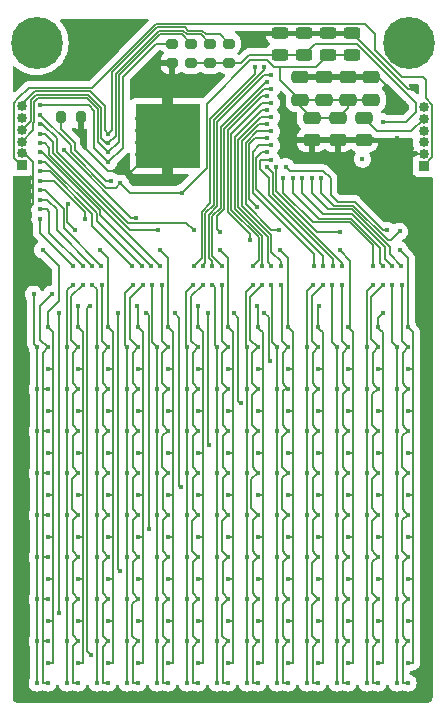
<source format=gbr>
G04 #@! TF.GenerationSoftware,KiCad,Pcbnew,(6.0.0)*
G04 #@! TF.CreationDate,2022-01-23T21:03:46+07:00*
G04 #@! TF.ProjectId,rgb-board,7267622d-626f-4617-9264-2e6b69636164,rev?*
G04 #@! TF.SameCoordinates,Original*
G04 #@! TF.FileFunction,Copper,L2,Bot*
G04 #@! TF.FilePolarity,Positive*
%FSLAX46Y46*%
G04 Gerber Fmt 4.6, Leading zero omitted, Abs format (unit mm)*
G04 Created by KiCad (PCBNEW (6.0.0)) date 2022-01-23 21:03:46*
%MOMM*%
%LPD*%
G01*
G04 APERTURE LIST*
G04 Aperture macros list*
%AMRoundRect*
0 Rectangle with rounded corners*
0 $1 Rounding radius*
0 $2 $3 $4 $5 $6 $7 $8 $9 X,Y pos of 4 corners*
0 Add a 4 corners polygon primitive as box body*
4,1,4,$2,$3,$4,$5,$6,$7,$8,$9,$2,$3,0*
0 Add four circle primitives for the rounded corners*
1,1,$1+$1,$2,$3*
1,1,$1+$1,$4,$5*
1,1,$1+$1,$6,$7*
1,1,$1+$1,$8,$9*
0 Add four rect primitives between the rounded corners*
20,1,$1+$1,$2,$3,$4,$5,0*
20,1,$1+$1,$4,$5,$6,$7,0*
20,1,$1+$1,$6,$7,$8,$9,0*
20,1,$1+$1,$8,$9,$2,$3,0*%
G04 Aperture macros list end*
G04 #@! TA.AperFunction,ComponentPad*
%ADD10R,0.850000X0.850000*%
G04 #@! TD*
G04 #@! TA.AperFunction,ComponentPad*
%ADD11O,0.850000X0.850000*%
G04 #@! TD*
G04 #@! TA.AperFunction,ComponentPad*
%ADD12C,4.400000*%
G04 #@! TD*
G04 #@! TA.AperFunction,ComponentPad*
%ADD13C,0.600000*%
G04 #@! TD*
G04 #@! TA.AperFunction,SMDPad,CuDef*
%ADD14R,5.400000X5.400000*%
G04 #@! TD*
G04 #@! TA.AperFunction,SMDPad,CuDef*
%ADD15RoundRect,0.243750X0.456250X-0.243750X0.456250X0.243750X-0.456250X0.243750X-0.456250X-0.243750X0*%
G04 #@! TD*
G04 #@! TA.AperFunction,SMDPad,CuDef*
%ADD16RoundRect,0.250000X0.475000X-0.250000X0.475000X0.250000X-0.475000X0.250000X-0.475000X-0.250000X0*%
G04 #@! TD*
G04 #@! TA.AperFunction,SMDPad,CuDef*
%ADD17RoundRect,0.200000X-0.275000X0.200000X-0.275000X-0.200000X0.275000X-0.200000X0.275000X0.200000X0*%
G04 #@! TD*
G04 #@! TA.AperFunction,SMDPad,CuDef*
%ADD18RoundRect,0.250000X-0.475000X0.250000X-0.475000X-0.250000X0.475000X-0.250000X0.475000X0.250000X0*%
G04 #@! TD*
G04 #@! TA.AperFunction,SMDPad,CuDef*
%ADD19RoundRect,0.200000X-0.200000X-0.275000X0.200000X-0.275000X0.200000X0.275000X-0.200000X0.275000X0*%
G04 #@! TD*
G04 #@! TA.AperFunction,ViaPad*
%ADD20C,0.450000*%
G04 #@! TD*
G04 #@! TA.AperFunction,Conductor*
%ADD21C,0.150000*%
G04 #@! TD*
G04 APERTURE END LIST*
D10*
X82042000Y-53276000D03*
D11*
X82042000Y-52276000D03*
X82042000Y-51276000D03*
X82042000Y-50276000D03*
X82042000Y-49276000D03*
X82042000Y-48276000D03*
D12*
X83312000Y-42926000D03*
X114808000Y-42926000D03*
D10*
X116078000Y-53340000D03*
D11*
X116078000Y-52340000D03*
X116078000Y-51340000D03*
X116078000Y-50340000D03*
X116078000Y-49340000D03*
X116078000Y-48340000D03*
D13*
X93400000Y-48800000D03*
X92400000Y-51800000D03*
X95400000Y-48800000D03*
X96400000Y-49800000D03*
X92400000Y-50800000D03*
X95400000Y-52800000D03*
X94400000Y-52800000D03*
D14*
X94400000Y-50800000D03*
D13*
X93400000Y-49800000D03*
X95400000Y-51800000D03*
X94400000Y-50800000D03*
X96400000Y-52800000D03*
X94400000Y-51800000D03*
X95400000Y-50800000D03*
X93400000Y-51800000D03*
X92400000Y-49800000D03*
X96400000Y-51800000D03*
X94400000Y-48800000D03*
X94400000Y-49800000D03*
X93400000Y-50800000D03*
X96400000Y-50800000D03*
X92400000Y-48800000D03*
X95400000Y-49800000D03*
X92400000Y-52800000D03*
X93400000Y-52800000D03*
X96400000Y-48800000D03*
D15*
X103936000Y-43937500D03*
X103936000Y-42062500D03*
X105968000Y-43937500D03*
X105968000Y-42062500D03*
X108000000Y-43952500D03*
X108000000Y-42077500D03*
X110032000Y-43952500D03*
X110032000Y-42077500D03*
D16*
X105640000Y-47750000D03*
X105640000Y-45850000D03*
D17*
X99600000Y-42975000D03*
X99600000Y-44625000D03*
D16*
X107640000Y-47750000D03*
X107640000Y-45850000D03*
X109640000Y-47750000D03*
X109640000Y-45850000D03*
D17*
X94800000Y-42975000D03*
X94800000Y-44625000D03*
X96400000Y-42975000D03*
X96400000Y-44625000D03*
D18*
X111000000Y-49250000D03*
X111000000Y-51150000D03*
X106600000Y-49250000D03*
X106600000Y-51150000D03*
X108800000Y-49250000D03*
X108800000Y-51150000D03*
D16*
X111640000Y-47750000D03*
X111640000Y-45850000D03*
D19*
X85391637Y-49216637D03*
X87041637Y-49216637D03*
D17*
X98000000Y-42975000D03*
X98000000Y-44625000D03*
D20*
X83600000Y-49000000D03*
X110900000Y-52750000D03*
X95600000Y-55600000D03*
X90400000Y-54800000D03*
X112600000Y-49600000D03*
X94800000Y-42975000D03*
X89400000Y-53000000D03*
X111000000Y-49250000D03*
X83600000Y-48200000D03*
X99600000Y-42975000D03*
X89400000Y-50600000D03*
X89400000Y-51400000D03*
X98000000Y-42975000D03*
X96400000Y-42975000D03*
X89400000Y-52200000D03*
X87600000Y-42800000D03*
X105600000Y-45800000D03*
X115200000Y-46800000D03*
X114200000Y-55800000D03*
X106400000Y-52800000D03*
X82200000Y-57400000D03*
X104000000Y-42000000D03*
X111800000Y-46000000D03*
X113800000Y-51000000D03*
X114400000Y-48000000D03*
X104600000Y-49800000D03*
X110032000Y-42077500D03*
X94800000Y-44600000D03*
X113856000Y-82867500D03*
X113856000Y-75755500D03*
X113856000Y-93599000D03*
X113400000Y-63400000D03*
X113856000Y-89979500D03*
X113856000Y-68707000D03*
X113850000Y-97111000D03*
X113856000Y-72199500D03*
X113856000Y-79311500D03*
X113856000Y-86423500D03*
X114046000Y-58877000D03*
X107400000Y-54400000D03*
X114744000Y-89979500D03*
X114744000Y-79311500D03*
X114744000Y-82867500D03*
X114744000Y-75755500D03*
X114744000Y-86423500D03*
X114744000Y-72199500D03*
X114744000Y-68707000D03*
X114230000Y-63400000D03*
X114744000Y-93599000D03*
X114750000Y-97111000D03*
X114750000Y-77641000D03*
X114744000Y-66992500D03*
X114750000Y-81197000D03*
X114750000Y-91865000D03*
X114750000Y-84753000D03*
X114046000Y-60452000D03*
X114750000Y-88309000D03*
X114750000Y-70529000D03*
X114750000Y-74085000D03*
X114750000Y-95421000D03*
X114200000Y-61800000D03*
X106600000Y-54400000D03*
X113400000Y-61800000D03*
X105800000Y-54400000D03*
X105000000Y-54400000D03*
X112600000Y-61800000D03*
X104200000Y-54400000D03*
X111800000Y-61800000D03*
X113000000Y-58800000D03*
X104400000Y-53400000D03*
X103600000Y-53400000D03*
X108966000Y-58902500D03*
X109200000Y-61800000D03*
X102800000Y-53400000D03*
X111316000Y-82867500D03*
X111316000Y-75755500D03*
X111316000Y-86423500D03*
X111316000Y-72199500D03*
X111310000Y-97111000D03*
X111316000Y-68707000D03*
X111316000Y-79311500D03*
X111800000Y-63400000D03*
X111316000Y-93599000D03*
X111316000Y-89979500D03*
X112204000Y-89979500D03*
X112204000Y-93599000D03*
X112204000Y-75755500D03*
X112600000Y-63400000D03*
X112204000Y-79311500D03*
X112204000Y-68707000D03*
X112204000Y-82867500D03*
X112204000Y-86423500D03*
X112210000Y-97111000D03*
X112204000Y-72199500D03*
X112210000Y-88309000D03*
X112600000Y-65800000D03*
X112210000Y-91865000D03*
X112210000Y-81197000D03*
X112210000Y-74085000D03*
X112210000Y-95421000D03*
X112210000Y-70529000D03*
X112210000Y-77641000D03*
X112210000Y-84753000D03*
X112204000Y-66992500D03*
X108776000Y-89979500D03*
X108776000Y-68707000D03*
X108776000Y-72199500D03*
X108776000Y-93599000D03*
X108776000Y-86423500D03*
X108776000Y-82867500D03*
X108350000Y-63400000D03*
X108776000Y-75755500D03*
X108776000Y-79311500D03*
X108770000Y-97111000D03*
X109670000Y-97111000D03*
X109664000Y-93599000D03*
X109664000Y-79311500D03*
X109664000Y-89979500D03*
X109664000Y-82867500D03*
X109664000Y-72199500D03*
X109664000Y-75755500D03*
X109664000Y-68707000D03*
X109150000Y-63400000D03*
X109664000Y-86423500D03*
X109670000Y-81197000D03*
X108966000Y-60477500D03*
X109670000Y-77641000D03*
X109670000Y-84753000D03*
X109664000Y-66992500D03*
X109670000Y-91865000D03*
X109670000Y-74085000D03*
X109670000Y-70529000D03*
X109670000Y-88309000D03*
X109670000Y-95421000D03*
X106236000Y-68707000D03*
X106750000Y-63400000D03*
X106236000Y-75755500D03*
X106236000Y-86423500D03*
X106236000Y-79311500D03*
X106236000Y-89979500D03*
X106236000Y-82867500D03*
X106236000Y-93599000D03*
X106230000Y-97111000D03*
X106236000Y-72199500D03*
X107124000Y-72199500D03*
X107124000Y-79311500D03*
X107124000Y-75755500D03*
X107124000Y-86423500D03*
X107124000Y-82867500D03*
X107130000Y-97111000D03*
X107124000Y-89979500D03*
X107124000Y-68707000D03*
X107124000Y-93599000D03*
X107550000Y-63400000D03*
X107130000Y-95421000D03*
X107130000Y-91865000D03*
X107130000Y-70529000D03*
X107130000Y-84753000D03*
X107130000Y-88309000D03*
X107200000Y-65200000D03*
X107130000Y-77641000D03*
X107130000Y-74085000D03*
X107130000Y-81197000D03*
X107124000Y-66992500D03*
X103696000Y-79311500D03*
X103696000Y-82867500D03*
X103696000Y-89979500D03*
X103696000Y-68707000D03*
X103696000Y-72199500D03*
X103696000Y-93599000D03*
X103200000Y-63400000D03*
X103696000Y-75755500D03*
X103696000Y-86423500D03*
X103690000Y-97111000D03*
X104584000Y-82867500D03*
X104584000Y-75755500D03*
X104584000Y-79311500D03*
X104584000Y-86423500D03*
X104000000Y-63400000D03*
X104584000Y-72199500D03*
X104584000Y-68707000D03*
X104584000Y-93599000D03*
X104584000Y-89979500D03*
X104590000Y-97111000D03*
X104590000Y-77641000D03*
X104590000Y-91865000D03*
X104584000Y-66992500D03*
X104590000Y-95421000D03*
X104590000Y-84753000D03*
X104590000Y-88309000D03*
X104590000Y-70529000D03*
X103886000Y-60477500D03*
X104590000Y-81197000D03*
X104590000Y-74085000D03*
X101156000Y-82867500D03*
X101150000Y-97111000D03*
X101156000Y-79311500D03*
X101156000Y-68707000D03*
X101156000Y-86423500D03*
X101156000Y-89979500D03*
X101156000Y-72199500D03*
X101156000Y-75755500D03*
X101156000Y-93599000D03*
X101600000Y-63400000D03*
X102044000Y-68707000D03*
X102044000Y-93599000D03*
X102044000Y-86423500D03*
X102044000Y-89979500D03*
X102044000Y-79311500D03*
X102044000Y-72199500D03*
X102400000Y-63400000D03*
X102044000Y-75755500D03*
X102050000Y-97111000D03*
X102044000Y-82867500D03*
X102050000Y-91865000D03*
X102050000Y-84753000D03*
X102050000Y-77641000D03*
X102050000Y-74085000D03*
X102050000Y-95421000D03*
X102050000Y-88309000D03*
X102000000Y-65200000D03*
X102050000Y-81197000D03*
X102050000Y-70529000D03*
X102044000Y-66992500D03*
X98615500Y-72199500D03*
X98615500Y-68707000D03*
X98190000Y-63400000D03*
X98615500Y-86423500D03*
X98615500Y-89979500D03*
X98615500Y-93599000D03*
X98610000Y-97111000D03*
X98615500Y-82867500D03*
X98615500Y-75755500D03*
X98615500Y-79311500D03*
X99504500Y-75755500D03*
X99504500Y-68707000D03*
X99504500Y-82867500D03*
X99504500Y-79311500D03*
X99504500Y-72199500D03*
X99504500Y-93599000D03*
X99504500Y-86423500D03*
X99504500Y-89979500D03*
X99510000Y-97111000D03*
X99000000Y-63400000D03*
X99510000Y-77641000D03*
X98806000Y-60477500D03*
X99510000Y-88309000D03*
X99510000Y-84753000D03*
X99504500Y-66992500D03*
X99510000Y-70529000D03*
X99510000Y-91865000D03*
X99510000Y-95421000D03*
X99510000Y-81197000D03*
X99510000Y-74085000D03*
X96590000Y-63400000D03*
X96075500Y-72199500D03*
X96075500Y-89979500D03*
X96075500Y-82867500D03*
X96075500Y-79311500D03*
X96070000Y-97111000D03*
X96075500Y-93599000D03*
X96075500Y-86423500D03*
X96075500Y-68707000D03*
X96075500Y-75755500D03*
X96970000Y-97111000D03*
X96964500Y-79311500D03*
X96964500Y-86423500D03*
X96964500Y-89979500D03*
X96964500Y-75755500D03*
X96964500Y-68707000D03*
X96964500Y-72199500D03*
X96964500Y-93599000D03*
X96964500Y-82867500D03*
X97390000Y-63400000D03*
X96970000Y-88309000D03*
X96970000Y-95421000D03*
X96970000Y-91865000D03*
X96970000Y-77641000D03*
X96964500Y-66992500D03*
X96970000Y-74085000D03*
X96970000Y-84753000D03*
X97000000Y-65200000D03*
X96970000Y-70529000D03*
X96970000Y-81197000D03*
X93535500Y-93599000D03*
X93535500Y-68707000D03*
X93530000Y-97111000D03*
X93535500Y-89979500D03*
X93535500Y-72199500D03*
X93535500Y-82867500D03*
X93535500Y-75755500D03*
X93110000Y-63400000D03*
X93535500Y-79311500D03*
X93535500Y-86423500D03*
X94424500Y-89979500D03*
X93910000Y-63400000D03*
X94424500Y-93599000D03*
X94424500Y-82867500D03*
X94424500Y-68707000D03*
X94430000Y-97111000D03*
X94424500Y-79311500D03*
X94424500Y-72199500D03*
X94424500Y-75755500D03*
X94424500Y-86423500D03*
X93726000Y-60477500D03*
X94430000Y-74085000D03*
X94430000Y-81197000D03*
X94430000Y-84753000D03*
X94424500Y-66992500D03*
X94430000Y-88309000D03*
X94430000Y-91865000D03*
X94430000Y-70529000D03*
X94430000Y-95421000D03*
X94430000Y-77641000D03*
X90995500Y-79311500D03*
X90995500Y-93599000D03*
X90995500Y-82867500D03*
X90995500Y-68707000D03*
X90995500Y-75755500D03*
X90995500Y-89979500D03*
X90990000Y-97111000D03*
X90995500Y-72199500D03*
X90995500Y-86423500D03*
X91510000Y-63400000D03*
X91884500Y-75755500D03*
X91884500Y-86423500D03*
X91884500Y-82867500D03*
X91884500Y-89979500D03*
X92310000Y-63400000D03*
X91884500Y-68707000D03*
X91884500Y-79311500D03*
X91884500Y-93599000D03*
X91884500Y-72199500D03*
X91890000Y-97111000D03*
X91890000Y-81197000D03*
X91890000Y-91865000D03*
X91890000Y-77641000D03*
X91800000Y-65200000D03*
X91890000Y-74085000D03*
X91890000Y-88309000D03*
X91890000Y-95421000D03*
X91884500Y-66992500D03*
X91890000Y-84753000D03*
X91890000Y-70529000D03*
X88455500Y-86423500D03*
X88455500Y-89979500D03*
X88455500Y-68707000D03*
X88455500Y-79311500D03*
X88450000Y-97111000D03*
X88455500Y-75755500D03*
X88455500Y-82867500D03*
X88000000Y-63400000D03*
X88455500Y-93599000D03*
X88455500Y-72199500D03*
X89344500Y-86423500D03*
X88830000Y-63400000D03*
X89344500Y-89979500D03*
X89344500Y-68707000D03*
X89344500Y-82867500D03*
X89344500Y-93599000D03*
X89344500Y-75755500D03*
X89344500Y-79311500D03*
X89344500Y-72199500D03*
X89350000Y-97111000D03*
X89344500Y-66992500D03*
X88646000Y-60477500D03*
X89350000Y-74085000D03*
X89350000Y-88309000D03*
X89350000Y-70529000D03*
X89350000Y-81197000D03*
X89350000Y-91865000D03*
X89350000Y-77641000D03*
X89350000Y-84753000D03*
X89350000Y-95421000D03*
X85915500Y-72199500D03*
X85915500Y-75755500D03*
X85915500Y-82867500D03*
X86400000Y-63400000D03*
X85915500Y-86423500D03*
X85915500Y-89979500D03*
X85910000Y-97111000D03*
X85915500Y-68707000D03*
X85915500Y-93535500D03*
X85915500Y-79311500D03*
X86804500Y-86423500D03*
X86804500Y-89979500D03*
X87200000Y-63400000D03*
X86804500Y-93535500D03*
X86810000Y-97111000D03*
X86804500Y-75755500D03*
X86804500Y-82867500D03*
X86804500Y-68707000D03*
X86804500Y-79311500D03*
X86804500Y-72199500D03*
X86800000Y-65200000D03*
X86804500Y-66992500D03*
X86810000Y-84753000D03*
X86810000Y-81197000D03*
X86810000Y-74085000D03*
X86810000Y-88309000D03*
X86810000Y-77641000D03*
X86810000Y-95421000D03*
X86810000Y-91865000D03*
X86810000Y-70529000D03*
X83058000Y-64200000D03*
X83375500Y-68707000D03*
X83370000Y-89999000D03*
X83370000Y-93555000D03*
X83370000Y-97111000D03*
X83370000Y-82887000D03*
X83370000Y-79331000D03*
X83370000Y-72219000D03*
X83370000Y-75775000D03*
X83370000Y-86443000D03*
X84270000Y-75775000D03*
X84270000Y-86443000D03*
X84270000Y-97111000D03*
X84270000Y-72219000D03*
X84270000Y-93555000D03*
X84270000Y-79331000D03*
X84270000Y-89999000D03*
X84582000Y-64200000D03*
X84264500Y-68707000D03*
X84270000Y-82887000D03*
X84270000Y-81197000D03*
X84270000Y-70529000D03*
X84270000Y-88309000D03*
X83820000Y-60452000D03*
X84270000Y-74085000D03*
X84270000Y-91865000D03*
X84270000Y-77641000D03*
X84270000Y-84753000D03*
X84264500Y-66992500D03*
X84270000Y-95421000D03*
X87800000Y-65200000D03*
X87926000Y-94726000D03*
X97800000Y-65800000D03*
X97946000Y-76946000D03*
X100000000Y-65800000D03*
X100590000Y-73390000D03*
X95000000Y-65800000D03*
X95498000Y-80502000D03*
X90386000Y-87614000D03*
X90200000Y-65800000D03*
X92600000Y-65800000D03*
X92858000Y-84058000D03*
X85200000Y-65800000D03*
X85230000Y-91170000D03*
X103034000Y-69834000D03*
X102600000Y-65800000D03*
X102800000Y-51000000D03*
X102000000Y-56800000D03*
X103200000Y-50400000D03*
X103800000Y-58800000D03*
X101400000Y-59600000D03*
X102800000Y-47400000D03*
X98806000Y-58902500D03*
X103200000Y-46800000D03*
X83600000Y-49800000D03*
X96600000Y-58800000D03*
X93600000Y-58800000D03*
X83600000Y-50600000D03*
X85600000Y-52000000D03*
X91720000Y-57720000D03*
X83600000Y-54600000D03*
X87400000Y-57800000D03*
X86000000Y-56600000D03*
X86600000Y-58800000D03*
X106800000Y-61800000D03*
X103200000Y-51600000D03*
X108400000Y-61800000D03*
X103200000Y-52800000D03*
X102800000Y-52200000D03*
X107600000Y-61800000D03*
X101600000Y-61800000D03*
X103200000Y-48000000D03*
X103200000Y-49200000D03*
X103200000Y-61800000D03*
X102400000Y-61800000D03*
X102800000Y-48600000D03*
X102800000Y-49800000D03*
X104000000Y-61800000D03*
X101800000Y-45000000D03*
X96600000Y-61800000D03*
X98200000Y-61800000D03*
X103200000Y-45600000D03*
X102600000Y-45000000D03*
X97400000Y-61800000D03*
X99000000Y-61800000D03*
X102800000Y-46200000D03*
X83600000Y-53800000D03*
X91400000Y-61800000D03*
X93000000Y-61800000D03*
X83600000Y-52200000D03*
X92200000Y-61800000D03*
X83600000Y-53000000D03*
X93800000Y-61800000D03*
X83600000Y-51400000D03*
X86400000Y-61800000D03*
X83600000Y-57800000D03*
X83600000Y-56200000D03*
X88000000Y-61800000D03*
X83600000Y-57000000D03*
X87200000Y-61800000D03*
X88800000Y-61800000D03*
X83600000Y-55400000D03*
X89600000Y-54600000D03*
D21*
X116000000Y-45800000D02*
X114253223Y-45800000D01*
X116256548Y-46056548D02*
X116000000Y-45800000D01*
X105640000Y-47750000D02*
X103950480Y-46060480D01*
X81773511Y-47626489D02*
X81772963Y-47626489D01*
X103400000Y-45000000D02*
X104000000Y-45000000D01*
X111101440Y-41301440D02*
X93404220Y-41301440D01*
X86200000Y-51600000D02*
X83600000Y-49000000D01*
X95600000Y-55600000D02*
X91200000Y-55600000D01*
X90000000Y-55200000D02*
X89223586Y-55200000D01*
X102800000Y-44400000D02*
X103400000Y-45000000D01*
X116078000Y-53340000D02*
X116800000Y-52618000D01*
X86200000Y-52176414D02*
X86200000Y-51600000D01*
X93404220Y-41301440D02*
X88004217Y-46701440D01*
X81392489Y-52626489D02*
X82042000Y-53276000D01*
X108800000Y-49250000D02*
X109640000Y-48410000D01*
X112000000Y-42200000D02*
X111101440Y-41301440D01*
X89223586Y-55200000D02*
X86200000Y-52176414D01*
X105640000Y-47750000D02*
X111640000Y-47750000D01*
X81392489Y-48006963D02*
X81392489Y-52626489D01*
X88004217Y-46701440D02*
X82698560Y-46701440D01*
X81772963Y-47626489D02*
X81392489Y-48006963D01*
X103950480Y-45049520D02*
X104000000Y-45000000D01*
X116256548Y-47600000D02*
X116256548Y-46056548D01*
X97707200Y-48092800D02*
X101400000Y-44400000D01*
X116800000Y-48143452D02*
X116256548Y-47600000D01*
X106600000Y-49250000D02*
X108800000Y-49250000D01*
X109640000Y-48410000D02*
X109640000Y-47750000D01*
X108000000Y-43952500D02*
X110032000Y-43952500D01*
X112000000Y-43546777D02*
X112000000Y-42200000D01*
X95600000Y-55600000D02*
X97707200Y-53492800D01*
X106952500Y-45000000D02*
X108000000Y-43952500D01*
X103950480Y-46060480D02*
X103950480Y-45049520D01*
X116800000Y-52618000D02*
X116800000Y-48143452D01*
X91200000Y-55600000D02*
X90400000Y-54800000D01*
X105640000Y-48290000D02*
X106600000Y-49250000D01*
X105640000Y-47750000D02*
X105640000Y-48290000D01*
X101400000Y-44400000D02*
X102800000Y-44400000D01*
X104000000Y-45000000D02*
X106952500Y-45000000D01*
X90400000Y-54800000D02*
X90000000Y-55200000D01*
X82698560Y-46701440D02*
X81773511Y-47626489D01*
X114253223Y-45800000D02*
X112000000Y-43546777D01*
X97707200Y-53492800D02*
X97707200Y-48092800D01*
X115428489Y-47986756D02*
X110441733Y-43000000D01*
X106905500Y-43000000D02*
X105968000Y-43937500D01*
X100650000Y-44625000D02*
X101337500Y-43937500D01*
X110441733Y-43000000D02*
X106905500Y-43000000D01*
X112600000Y-49600000D02*
X114600000Y-49600000D01*
X101337500Y-43937500D02*
X105968000Y-43937500D01*
X115428489Y-48771511D02*
X115428489Y-47986756D01*
X96400000Y-44625000D02*
X99600000Y-44625000D01*
X99600000Y-44625000D02*
X100650000Y-44625000D01*
X114600000Y-49600000D02*
X115428489Y-48771511D01*
X83600000Y-48200000D02*
X87729242Y-48200000D01*
X88189167Y-51789167D02*
X89400000Y-53000000D01*
X115018000Y-50400000D02*
X116078000Y-49340000D01*
X93425000Y-42975000D02*
X94800000Y-42975000D01*
X112150000Y-50400000D02*
X115018000Y-50400000D01*
X82042000Y-49202800D02*
X82042000Y-49276000D01*
X111000000Y-49250000D02*
X112150000Y-50400000D01*
X88189167Y-48659925D02*
X88189167Y-51789167D01*
X90600000Y-51800000D02*
X90600000Y-45800000D01*
X87729242Y-48200000D02*
X88189167Y-48659925D01*
X89400000Y-53000000D02*
X90600000Y-51800000D01*
X89400000Y-53000000D02*
X89376414Y-52976414D01*
X90600000Y-45800000D02*
X93425000Y-42975000D01*
X89700480Y-45428763D02*
X93528285Y-41600960D01*
X89087727Y-50287727D02*
X89087727Y-48287728D01*
X97349066Y-41900480D02*
X97648586Y-42200000D01*
X98825000Y-42200000D02*
X99600000Y-42975000D01*
X97648586Y-42200000D02*
X98825000Y-42200000D01*
X95873132Y-41600960D02*
X96172652Y-41900480D01*
X89400000Y-50600000D02*
X89700480Y-50299520D01*
X93528285Y-41600960D02*
X95873132Y-41600960D01*
X82042000Y-48110830D02*
X82042000Y-48276000D01*
X87800960Y-47000960D02*
X83151870Y-47000960D01*
X96172652Y-41900480D02*
X97349066Y-41900480D01*
X89087727Y-48287728D02*
X87800960Y-47000960D01*
X89400000Y-50600000D02*
X89087727Y-50287727D01*
X83151870Y-47000960D02*
X82042000Y-48110830D01*
X89700480Y-50299520D02*
X89700480Y-45428763D01*
X88788207Y-51011793D02*
X89176414Y-51400000D01*
X89400000Y-51400000D02*
X90000000Y-50800000D01*
X90000000Y-50800000D02*
X90000000Y-45552829D01*
X82800000Y-49518000D02*
X82800000Y-47776414D01*
X90000000Y-45552829D02*
X93652350Y-41900480D01*
X95749066Y-41900480D02*
X96048586Y-42200000D01*
X93652350Y-41900480D02*
X95749066Y-41900480D01*
X82042000Y-50276000D02*
X82800000Y-49518000D01*
X88788207Y-48411793D02*
X88788207Y-51011793D01*
X96048586Y-42200000D02*
X97225000Y-42200000D01*
X87676894Y-47300480D02*
X88788207Y-48411793D01*
X97225000Y-42200000D02*
X98000000Y-42975000D01*
X89176414Y-51400000D02*
X89400000Y-51400000D01*
X83275935Y-47300480D02*
X87676894Y-47300480D01*
X82800000Y-47776414D02*
X83275935Y-47300480D01*
X93776415Y-42200000D02*
X95625000Y-42200000D01*
X88488687Y-48535859D02*
X88488687Y-51288687D01*
X88488687Y-51288687D02*
X89400000Y-52200000D01*
X83000000Y-50318000D02*
X83000000Y-49741586D01*
X87552828Y-47600000D02*
X88488687Y-48535859D01*
X89400000Y-52200000D02*
X90299520Y-51300480D01*
X83400000Y-47600000D02*
X87552828Y-47600000D01*
X82188400Y-51276000D02*
X82042000Y-51276000D01*
X83099520Y-49642065D02*
X83099520Y-47900480D01*
X83099520Y-47900480D02*
X83400000Y-47600000D01*
X90299520Y-51300480D02*
X90299520Y-45676895D01*
X95625000Y-42200000D02*
X96400000Y-42975000D01*
X82042000Y-51276000D02*
X83000000Y-50318000D01*
X83000000Y-49741586D02*
X83099520Y-49642065D01*
X90299520Y-45676895D02*
X93776415Y-42200000D01*
X91400000Y-53800000D02*
X92400000Y-52800000D01*
X87041637Y-49216637D02*
X87041637Y-51441637D01*
X87041637Y-51441637D02*
X89400000Y-53800000D01*
X89400000Y-53800000D02*
X91400000Y-53800000D01*
X82200000Y-57400000D02*
X83000000Y-56600000D01*
X115200000Y-46800000D02*
X114777250Y-46800000D01*
X83000000Y-53000000D02*
X82400000Y-52400000D01*
X114777250Y-46800000D02*
X110054750Y-42077500D01*
X110054750Y-42077500D02*
X110032000Y-42077500D01*
X83000000Y-56600000D02*
X83000000Y-53000000D01*
X112400000Y-46000000D02*
X114400000Y-48000000D01*
X111800000Y-46000000D02*
X112400000Y-46000000D01*
X113856000Y-75755500D02*
X113856000Y-79311500D01*
X113856000Y-82867500D02*
X113856000Y-86423500D01*
X113856000Y-86423500D02*
X113856000Y-89979500D01*
X113430000Y-68281000D02*
X113856000Y-68707000D01*
X113856000Y-72199500D02*
X113856000Y-75755500D01*
X113856000Y-97105500D02*
X113850000Y-97111000D01*
X113856000Y-93599000D02*
X113856000Y-97105500D01*
X113856000Y-79311500D02*
X113856000Y-82867500D01*
X113430000Y-63430000D02*
X113430000Y-68281000D01*
X113856000Y-89979500D02*
X113856000Y-93599000D01*
X113856000Y-68707000D02*
X113856000Y-72199500D01*
X113400000Y-63400000D02*
X113430000Y-63430000D01*
X108500480Y-56700480D02*
X110124066Y-56700480D01*
X113023586Y-59600000D02*
X113323000Y-59600000D01*
X110124066Y-56700480D02*
X113023586Y-59600000D01*
X113323000Y-59600000D02*
X114046000Y-58877000D01*
X107400000Y-55600000D02*
X108500480Y-56700480D01*
X107400000Y-54400000D02*
X107400000Y-55600000D01*
X114520000Y-89754500D02*
X114744000Y-89979500D01*
X114230000Y-68193000D02*
X114744000Y-68707000D01*
X114300000Y-86868000D02*
X114300000Y-89535000D01*
X114300000Y-71755000D02*
X114520000Y-71974500D01*
X114744000Y-86423500D02*
X114300000Y-86868000D01*
X114300000Y-90424000D02*
X114300000Y-93154500D01*
X114744000Y-89979500D02*
X114300000Y-90424000D01*
X114300000Y-89535000D02*
X114520000Y-89754500D01*
X114520000Y-82642500D02*
X114744000Y-82867500D01*
X114300000Y-97096000D02*
X114315000Y-97111000D01*
X114520000Y-79086500D02*
X114744000Y-79311500D01*
X114520000Y-86198500D02*
X114744000Y-86423500D01*
X114744000Y-72199500D02*
X114300000Y-72644000D01*
X114230000Y-63400000D02*
X114230000Y-68193000D01*
X114284000Y-85962800D02*
X114520000Y-86198500D01*
X114300000Y-94043500D02*
X114300000Y-97096000D01*
X114300000Y-79756000D02*
X114300000Y-82423000D01*
X114300000Y-93154500D02*
X114520000Y-93374000D01*
X114744000Y-68707000D02*
X114300000Y-69151500D01*
X114300000Y-82423000D02*
X114520000Y-82642500D01*
X114744000Y-75755500D02*
X114284000Y-76216200D01*
X114300000Y-72644000D02*
X114300000Y-75311000D01*
X114744000Y-93599000D02*
X114300000Y-94043500D01*
X114300000Y-69151500D02*
X114300000Y-71755000D01*
X114284000Y-78850800D02*
X114520000Y-79086500D01*
X114315000Y-97111000D02*
X114750000Y-97111000D01*
X114744000Y-79311500D02*
X114300000Y-79756000D01*
X114744000Y-82867500D02*
X114284000Y-83328200D01*
X114284000Y-83328200D02*
X114284000Y-85962800D01*
X114520000Y-75530500D02*
X114744000Y-75755500D01*
X114520000Y-71974500D02*
X114744000Y-72199500D01*
X114284000Y-76216200D02*
X114284000Y-78850800D01*
X114520000Y-93374000D02*
X114744000Y-93599000D01*
X114300000Y-75311000D02*
X114520000Y-75530500D01*
X115195000Y-77650500D02*
X115195000Y-81187500D01*
X114046000Y-60452000D02*
X114744000Y-61150000D01*
X114750000Y-74085000D02*
X115185000Y-74085000D01*
X115195000Y-95411500D02*
X115195000Y-91874500D01*
X115195000Y-74075500D02*
X115185000Y-74085000D01*
X115185000Y-95421000D02*
X115195000Y-95411500D01*
X115185000Y-81197000D02*
X115195000Y-81206500D01*
X115195000Y-91874500D02*
X115185000Y-91865000D01*
X114744000Y-61150000D02*
X114744000Y-66992500D01*
X114750000Y-70529000D02*
X115185000Y-70529000D01*
X114744000Y-66992500D02*
X115195000Y-67442500D01*
X115185000Y-74085000D02*
X115195000Y-74094500D01*
X115185000Y-77641000D02*
X115195000Y-77650500D01*
X115195000Y-88299500D02*
X115185000Y-88309000D01*
X115195000Y-70538500D02*
X115195000Y-74075500D01*
X115195000Y-84743500D02*
X115185000Y-84753000D01*
X115195000Y-84762500D02*
X115195000Y-88299500D01*
X114750000Y-77641000D02*
X115185000Y-77641000D01*
X115195000Y-88318500D02*
X115195000Y-91855500D01*
X114750000Y-88309000D02*
X115185000Y-88309000D01*
X115195000Y-81187500D02*
X115185000Y-81197000D01*
X115195000Y-74094500D02*
X115195000Y-77631500D01*
X114750000Y-84753000D02*
X115185000Y-84753000D01*
X115185000Y-91865000D02*
X114750000Y-91865000D01*
X114750000Y-81197000D02*
X115185000Y-81197000D01*
X115195000Y-91855500D02*
X115185000Y-91865000D01*
X115195000Y-67442500D02*
X115195000Y-70519500D01*
X115185000Y-84753000D02*
X115195000Y-84762500D01*
X115195000Y-70519500D02*
X115185000Y-70529000D01*
X115185000Y-88309000D02*
X115195000Y-88318500D01*
X115195000Y-77631500D02*
X115185000Y-77641000D01*
X115195000Y-81206500D02*
X115195000Y-84743500D01*
X114750000Y-95421000D02*
X115185000Y-95421000D01*
X115185000Y-70529000D02*
X115195000Y-70538500D01*
X113200000Y-60800000D02*
X114200000Y-61800000D01*
X110000000Y-57000000D02*
X113200000Y-60200000D01*
X106600000Y-55600000D02*
X108000000Y-57000000D01*
X108000000Y-57000000D02*
X110000000Y-57000000D01*
X113200000Y-60200000D02*
X113200000Y-60800000D01*
X106600000Y-54400000D02*
X106600000Y-55600000D01*
X105800000Y-55600000D02*
X107600000Y-57400000D01*
X112800000Y-61200000D02*
X113400000Y-61800000D01*
X112800000Y-60223586D02*
X112800000Y-61200000D01*
X105800000Y-54400000D02*
X105800000Y-55600000D01*
X109976414Y-57400000D02*
X112800000Y-60223586D01*
X107600000Y-57400000D02*
X109976414Y-57400000D01*
X112400000Y-61600000D02*
X112600000Y-61800000D01*
X112400000Y-60247172D02*
X112400000Y-61600000D01*
X109952828Y-57800000D02*
X112400000Y-60247172D01*
X107200000Y-57800000D02*
X109952828Y-57800000D01*
X105000000Y-55600000D02*
X107200000Y-57800000D01*
X105000000Y-54400000D02*
X105000000Y-55600000D01*
X111800000Y-60070758D02*
X111800000Y-61800000D01*
X104200000Y-55600000D02*
X106699520Y-58099520D01*
X104200000Y-54400000D02*
X104200000Y-55600000D01*
X106699520Y-58099520D02*
X109828762Y-58099520D01*
X109828762Y-58099520D02*
X111800000Y-60070758D01*
X112647172Y-58800000D02*
X110248132Y-56400960D01*
X113000000Y-58800000D02*
X112647172Y-58800000D01*
X108200000Y-54400000D02*
X107600000Y-53800000D01*
X110248132Y-56400960D02*
X108800960Y-56400960D01*
X104800000Y-53800000D02*
X104400000Y-53400000D01*
X107600000Y-53800000D02*
X104800000Y-53800000D01*
X108200000Y-55800000D02*
X108200000Y-54400000D01*
X108800960Y-56400960D02*
X108200000Y-55800000D01*
X107078914Y-58902500D02*
X108966000Y-58902500D01*
X103600000Y-55423586D02*
X107078914Y-58902500D01*
X103600000Y-53400000D02*
X103600000Y-55423586D01*
X109200000Y-61600000D02*
X103300480Y-55700480D01*
X103300480Y-53900480D02*
X102800000Y-53400000D01*
X109200000Y-61800000D02*
X109200000Y-61600000D01*
X103300480Y-55700480D02*
X103300480Y-53900480D01*
X111310000Y-79157400D02*
X111316000Y-79163400D01*
X111310000Y-72199200D02*
X111315700Y-72199200D01*
X111315700Y-72199200D02*
X111316000Y-72199500D01*
X111315600Y-75755100D02*
X111316000Y-75755500D01*
X111800000Y-63400000D02*
X111300480Y-63899520D01*
X111315700Y-93598700D02*
X111316000Y-93599000D01*
X111316000Y-79163400D02*
X111316000Y-79311500D01*
X111316000Y-86571300D02*
X111316000Y-86423500D01*
X111310000Y-75755100D02*
X111310000Y-72199200D01*
X111310000Y-93598700D02*
X111315700Y-93598700D01*
X111310000Y-89979100D02*
X111310000Y-86577300D01*
X111310000Y-86577300D02*
X111316000Y-86571300D01*
X111310000Y-82867500D02*
X111316000Y-82867500D01*
X111300480Y-68691480D02*
X111316000Y-68707000D01*
X111310000Y-93598700D02*
X111310000Y-89979100D01*
X111310000Y-97111000D02*
X111310000Y-93598700D01*
X111310000Y-75755100D02*
X111315600Y-75755100D01*
X111310000Y-72199200D02*
X111310000Y-68712500D01*
X111315600Y-89979100D02*
X111316000Y-89979500D01*
X111310000Y-68712500D02*
X111316000Y-68707000D01*
X111300480Y-63899520D02*
X111300480Y-68691480D01*
X111310000Y-86577300D02*
X111310000Y-82867500D01*
X111310000Y-89979100D02*
X111315600Y-89979100D01*
X111310000Y-82867500D02*
X111310000Y-79157400D01*
X111310000Y-79157400D02*
X111310000Y-75755100D01*
X111760000Y-94043500D02*
X111760000Y-97096000D01*
X111775000Y-97111000D02*
X112210000Y-97111000D01*
X111744000Y-86884200D02*
X111744000Y-89518800D01*
X111600000Y-64400000D02*
X111600000Y-68000000D01*
X112204000Y-68604000D02*
X112204000Y-68707000D01*
X111980000Y-93374000D02*
X112204000Y-93599000D01*
X111760000Y-97096000D02*
X111775000Y-97111000D01*
X112204000Y-89979500D02*
X111760000Y-90424000D01*
X111980000Y-89754500D02*
X112204000Y-89979500D01*
X111980000Y-82642500D02*
X112204000Y-82867500D01*
X111744000Y-72660200D02*
X111744000Y-75294800D01*
X112204000Y-82867500D02*
X111680000Y-83391700D01*
X111680000Y-82343300D02*
X111980000Y-82642500D01*
X112204000Y-75755500D02*
X111760000Y-76200000D01*
X112204000Y-79311500D02*
X111680000Y-79835700D01*
X111980000Y-71974500D02*
X112204000Y-72199500D01*
X111744000Y-75294800D02*
X111980000Y-75530500D01*
X112600000Y-63400000D02*
X111600000Y-64400000D01*
X111760000Y-76200000D02*
X111760000Y-78867000D01*
X111760000Y-90424000D02*
X111760000Y-93154500D01*
X111680000Y-83391700D02*
X111680000Y-85899300D01*
X112204000Y-72199500D02*
X111744000Y-72660200D01*
X111760000Y-93154500D02*
X111980000Y-93374000D01*
X111980000Y-79086500D02*
X112204000Y-79311500D01*
X112204000Y-93599000D02*
X111760000Y-94043500D01*
X111744000Y-89518800D02*
X111980000Y-89754500D01*
X111680000Y-79835700D02*
X111680000Y-82343300D01*
X112204000Y-86423500D02*
X111744000Y-86884200D01*
X111760000Y-69151500D02*
X111760000Y-71755000D01*
X111980000Y-75530500D02*
X112204000Y-75755500D01*
X112204000Y-68707000D02*
X111760000Y-69151500D01*
X111760000Y-78867000D02*
X111980000Y-79086500D01*
X111980000Y-86198500D02*
X112204000Y-86423500D01*
X111680000Y-85899300D02*
X111980000Y-86198500D01*
X111600000Y-68000000D02*
X112204000Y-68604000D01*
X111760000Y-71755000D02*
X111980000Y-71974500D01*
X112655000Y-70538500D02*
X112645000Y-70529000D01*
X112204000Y-66992500D02*
X112204000Y-66196000D01*
X112655000Y-91874500D02*
X112645000Y-91865000D01*
X112645000Y-95421000D02*
X112655000Y-95411500D01*
X112655000Y-70519500D02*
X112655000Y-67442500D01*
X112645000Y-77641000D02*
X112655000Y-77631500D01*
X112204000Y-66196000D02*
X112600000Y-65800000D01*
X112655000Y-84743500D02*
X112655000Y-81206500D01*
X112655000Y-88318500D02*
X112645000Y-88309000D01*
X112655000Y-84762500D02*
X112645000Y-84753000D01*
X112655000Y-81206500D02*
X112645000Y-81197000D01*
X112655000Y-91855500D02*
X112655000Y-88318500D01*
X112429000Y-67217500D02*
X112204000Y-66992500D01*
X112210000Y-95421000D02*
X112645000Y-95421000D01*
X112655000Y-77650500D02*
X112645000Y-77641000D01*
X112645000Y-88309000D02*
X112655000Y-88299500D01*
X112655000Y-88299500D02*
X112655000Y-84762500D01*
X112645000Y-74085000D02*
X112655000Y-74075500D01*
X112210000Y-70529000D02*
X112645000Y-70529000D01*
X112655000Y-77631500D02*
X112655000Y-74094500D01*
X112655000Y-81187500D02*
X112655000Y-77650500D01*
X112645000Y-84753000D02*
X112655000Y-84743500D01*
X112655000Y-67442500D02*
X112429000Y-67217500D01*
X112645000Y-70529000D02*
X112655000Y-70519500D01*
X112655000Y-74094500D02*
X112645000Y-74085000D01*
X112645000Y-91865000D02*
X112655000Y-91855500D01*
X112655000Y-95411500D02*
X112655000Y-91874500D01*
X112655000Y-74075500D02*
X112655000Y-70538500D01*
X112210000Y-84753000D02*
X112645000Y-84753000D01*
X112210000Y-77641000D02*
X112645000Y-77641000D01*
X112210000Y-91865000D02*
X112645000Y-91865000D01*
X112645000Y-81197000D02*
X112655000Y-81187500D01*
X112210000Y-88309000D02*
X112645000Y-88309000D01*
X112210000Y-81197000D02*
X112645000Y-81197000D01*
X112210000Y-74085000D02*
X112645000Y-74085000D01*
X108776000Y-82867500D02*
X108776000Y-86423500D01*
X108776000Y-68707000D02*
X108776000Y-72199500D01*
X108776000Y-97105500D02*
X108770000Y-97111000D01*
X108776000Y-79311500D02*
X108776000Y-82867500D01*
X108776000Y-72199500D02*
X108776000Y-75755500D01*
X108350000Y-63400000D02*
X108350000Y-68281000D01*
X108350000Y-68281000D02*
X108776000Y-68707000D01*
X108776000Y-93599000D02*
X108776000Y-97105500D01*
X108776000Y-86423500D02*
X108776000Y-89979500D01*
X108776000Y-89979500D02*
X108776000Y-93599000D01*
X108776000Y-75755500D02*
X108776000Y-79311500D01*
X109220000Y-90424000D02*
X109220000Y-93154500D01*
X109220000Y-71755000D02*
X109440000Y-71974500D01*
X109235000Y-97111000D02*
X109670000Y-97111000D01*
X109664000Y-93599000D02*
X109220000Y-94043500D01*
X109440000Y-82642500D02*
X109664000Y-82867500D01*
X109220000Y-79756000D02*
X109220000Y-82423000D01*
X109150000Y-63400000D02*
X109150000Y-68193000D01*
X109220000Y-69151500D02*
X109220000Y-71755000D01*
X109664000Y-75755500D02*
X109220000Y-76200000D01*
X109220000Y-82423000D02*
X109440000Y-82642500D01*
X109664000Y-89979500D02*
X109220000Y-90424000D01*
X109440000Y-86198500D02*
X109664000Y-86423500D01*
X109220000Y-83312000D02*
X109220000Y-85979000D01*
X109440000Y-75530500D02*
X109664000Y-75755500D01*
X109440000Y-93374000D02*
X109664000Y-93599000D01*
X109220000Y-97096000D02*
X109235000Y-97111000D01*
X109220000Y-93154500D02*
X109440000Y-93374000D01*
X109440000Y-79086500D02*
X109664000Y-79311500D01*
X109220000Y-75311000D02*
X109440000Y-75530500D01*
X109664000Y-82867500D02*
X109220000Y-83312000D01*
X109664000Y-72199500D02*
X109220000Y-72644000D01*
X109664000Y-68707000D02*
X109220000Y-69151500D01*
X109220000Y-85979000D02*
X109440000Y-86198500D01*
X109220000Y-89535000D02*
X109440000Y-89754500D01*
X109664000Y-79311500D02*
X109220000Y-79756000D01*
X109150000Y-68193000D02*
X109664000Y-68707000D01*
X109440000Y-71974500D02*
X109664000Y-72199500D01*
X109220000Y-78867000D02*
X109440000Y-79086500D01*
X109220000Y-76200000D02*
X109220000Y-78867000D01*
X109220000Y-94043500D02*
X109220000Y-97096000D01*
X109220000Y-86868000D02*
X109220000Y-89535000D01*
X109440000Y-89754500D02*
X109664000Y-89979500D01*
X109664000Y-86423500D02*
X109220000Y-86868000D01*
X109220000Y-72644000D02*
X109220000Y-75311000D01*
X109835941Y-67164059D02*
X110115000Y-67442500D01*
X110115000Y-74094500D02*
X110115000Y-77631500D01*
X110115000Y-88299500D02*
X110105000Y-88309000D01*
X110115000Y-70538500D02*
X110115000Y-74075500D01*
X109670000Y-77641000D02*
X110105000Y-77641000D01*
X110115000Y-88318500D02*
X110115000Y-91855500D01*
X109835941Y-61347441D02*
X108966000Y-60477500D01*
X109670000Y-88309000D02*
X110105000Y-88309000D01*
X109670000Y-70529000D02*
X110105000Y-70529000D01*
X109835941Y-67164059D02*
X109835941Y-61347441D01*
X110115000Y-77650500D02*
X110115000Y-81187500D01*
X110115000Y-74075500D02*
X110105000Y-74085000D01*
X110105000Y-84753000D02*
X110115000Y-84762500D01*
X110115000Y-91874500D02*
X110115000Y-95411500D01*
X110115000Y-95411500D02*
X110105000Y-95421000D01*
X110105000Y-70529000D02*
X110115000Y-70538500D01*
X109670000Y-74085000D02*
X110105000Y-74085000D01*
X110105000Y-88309000D02*
X110115000Y-88318500D01*
X110105000Y-95421000D02*
X109670000Y-95421000D01*
X110115000Y-84762500D02*
X110115000Y-88299500D01*
X109670000Y-81197000D02*
X110105000Y-81197000D01*
X109670000Y-91865000D02*
X110105000Y-91865000D01*
X110115000Y-81187500D02*
X110105000Y-81197000D01*
X110105000Y-91865000D02*
X110115000Y-91874500D01*
X110105000Y-77641000D02*
X110115000Y-77650500D01*
X110115000Y-77631500D02*
X110105000Y-77641000D01*
X110115000Y-67442500D02*
X110115000Y-70519500D01*
X110105000Y-81197000D02*
X110115000Y-81206500D01*
X109670000Y-84753000D02*
X110105000Y-84753000D01*
X110105000Y-74085000D02*
X110115000Y-74094500D01*
X110115000Y-84743500D02*
X110105000Y-84753000D01*
X110115000Y-81206500D02*
X110115000Y-84743500D01*
X110115000Y-91855500D02*
X110105000Y-91865000D01*
X110115000Y-70519500D02*
X110105000Y-70529000D01*
X109664000Y-66992500D02*
X109835941Y-67164059D01*
X106230000Y-75755200D02*
X106235700Y-75755200D01*
X106230000Y-93598700D02*
X106230000Y-89979200D01*
X106235700Y-75755200D02*
X106236000Y-75755500D01*
X106230000Y-97111000D02*
X106230000Y-93598700D01*
X106235700Y-72199200D02*
X106236000Y-72199500D01*
X106235700Y-79311200D02*
X106236000Y-79311500D01*
X106230000Y-72199200D02*
X106230000Y-68712500D01*
X106235700Y-89979200D02*
X106236000Y-89979500D01*
X106230000Y-75755200D02*
X106230000Y-72199200D01*
X106230000Y-72199200D02*
X106235700Y-72199200D01*
X106230000Y-82867200D02*
X106235700Y-82867200D01*
X106230000Y-68712500D02*
X106236000Y-68707000D01*
X106235700Y-93598700D02*
X106236000Y-93599000D01*
X106235700Y-86423200D02*
X106236000Y-86423500D01*
X106230000Y-82867200D02*
X106230000Y-79311200D01*
X106230000Y-79311200D02*
X106235700Y-79311200D01*
X106230000Y-93598700D02*
X106235700Y-93598700D01*
X106236000Y-63914000D02*
X106236000Y-68707000D01*
X106235700Y-82867200D02*
X106236000Y-82867500D01*
X106230000Y-86423200D02*
X106230000Y-82867200D01*
X106230000Y-86423200D02*
X106235700Y-86423200D01*
X106230000Y-89979200D02*
X106235700Y-89979200D01*
X106230000Y-89979200D02*
X106230000Y-86423200D01*
X106230000Y-79311200D02*
X106230000Y-75755200D01*
X106750000Y-63400000D02*
X106236000Y-63914000D01*
X107124000Y-89979500D02*
X106632000Y-90472000D01*
X106680000Y-82423000D02*
X106900000Y-82642500D01*
X106632000Y-89487000D02*
X106900000Y-89754500D01*
X106680000Y-78867000D02*
X106900000Y-79086500D01*
X106900000Y-89754500D02*
X107124000Y-89979500D01*
X106600000Y-64350000D02*
X106600000Y-68183000D01*
X106632000Y-86916000D02*
X106632000Y-89487000D01*
X106632000Y-93106500D02*
X106900000Y-93374000D01*
X106680000Y-83312000D02*
X106680000Y-85979000D01*
X106900000Y-93374000D02*
X107124000Y-93599000D01*
X106680000Y-71755000D02*
X106900000Y-71974500D01*
X107124000Y-82867500D02*
X106680000Y-83312000D01*
X106680000Y-72644000D02*
X106680000Y-75311000D01*
X107124000Y-79311500D02*
X106680000Y-79756000D01*
X107124000Y-86423500D02*
X106632000Y-86916000D01*
X106680000Y-85979000D02*
X106900000Y-86198500D01*
X106600000Y-68183000D02*
X107124000Y-68707000D01*
X106900000Y-79086500D02*
X107124000Y-79311500D01*
X106680000Y-97096000D02*
X106695000Y-97111000D01*
X107550000Y-63400000D02*
X106600000Y-64350000D01*
X107124000Y-72199500D02*
X106680000Y-72644000D01*
X106680000Y-76200000D02*
X106680000Y-78867000D01*
X107124000Y-93599000D02*
X106680000Y-94043500D01*
X106680000Y-75311000D02*
X106900000Y-75530500D01*
X106680000Y-79756000D02*
X106680000Y-82423000D01*
X106680000Y-94043500D02*
X106680000Y-97096000D01*
X106632000Y-90472000D02*
X106632000Y-93106500D01*
X106900000Y-71974500D02*
X107124000Y-72199500D01*
X107124000Y-75755500D02*
X106680000Y-76200000D01*
X106680000Y-69151500D02*
X106680000Y-71755000D01*
X106695000Y-97111000D02*
X107130000Y-97111000D01*
X106900000Y-75530500D02*
X107124000Y-75755500D01*
X106900000Y-82642500D02*
X107124000Y-82867500D01*
X107124000Y-68707000D02*
X106680000Y-69151500D01*
X106900000Y-86198500D02*
X107124000Y-86423500D01*
X107575000Y-77650500D02*
X107565000Y-77641000D01*
X107130000Y-74085000D02*
X107565000Y-74085000D01*
X107565000Y-84753000D02*
X107575000Y-84743500D01*
X107575000Y-88299500D02*
X107575000Y-84762500D01*
X107565000Y-88309000D02*
X107575000Y-88299500D01*
X107575000Y-67442500D02*
X107349000Y-67217500D01*
X107565000Y-70529000D02*
X107575000Y-70519500D01*
X107575000Y-91855500D02*
X107575000Y-88318500D01*
X107200000Y-65200000D02*
X107124000Y-65276000D01*
X107130000Y-81197000D02*
X107565000Y-81197000D01*
X107575000Y-81187500D02*
X107575000Y-77650500D01*
X107565000Y-95421000D02*
X107575000Y-95411500D01*
X107575000Y-77631500D02*
X107575000Y-74094500D01*
X107349000Y-67217500D02*
X107124000Y-66992500D01*
X107575000Y-74075500D02*
X107575000Y-70538500D01*
X107575000Y-88318500D02*
X107565000Y-88309000D01*
X107575000Y-84743500D02*
X107575000Y-81206500D01*
X107575000Y-74094500D02*
X107565000Y-74085000D01*
X107565000Y-91865000D02*
X107575000Y-91855500D01*
X107575000Y-81206500D02*
X107565000Y-81197000D01*
X107565000Y-74085000D02*
X107575000Y-74075500D01*
X107575000Y-70538500D02*
X107565000Y-70529000D01*
X107130000Y-77641000D02*
X107565000Y-77641000D01*
X107575000Y-95411500D02*
X107575000Y-91874500D01*
X107575000Y-84762500D02*
X107565000Y-84753000D01*
X107130000Y-91865000D02*
X107565000Y-91865000D01*
X107575000Y-70519500D02*
X107575000Y-67442500D01*
X107130000Y-70529000D02*
X107565000Y-70529000D01*
X107575000Y-91874500D02*
X107565000Y-91865000D01*
X107565000Y-81197000D02*
X107575000Y-81187500D01*
X107124000Y-65276000D02*
X107124000Y-66992500D01*
X107130000Y-88309000D02*
X107565000Y-88309000D01*
X107130000Y-84753000D02*
X107565000Y-84753000D01*
X107130000Y-95421000D02*
X107565000Y-95421000D01*
X107565000Y-77641000D02*
X107575000Y-77631500D01*
X103696000Y-89979500D02*
X103696000Y-93599000D01*
X103696000Y-82867500D02*
X103696000Y-86423500D01*
X103696000Y-68707000D02*
X103696000Y-72199500D01*
X103696000Y-72199500D02*
X103696000Y-75755500D01*
X103696000Y-86423500D02*
X103696000Y-89979500D01*
X103696000Y-97105500D02*
X103690000Y-97111000D01*
X103696000Y-79311500D02*
X103696000Y-82867500D01*
X103270000Y-68281000D02*
X103696000Y-68707000D01*
X103270000Y-63470000D02*
X103270000Y-68281000D01*
X103200000Y-63400000D02*
X103270000Y-63470000D01*
X103696000Y-75755500D02*
X103696000Y-79311500D01*
X103696000Y-93599000D02*
X103696000Y-97105500D01*
X104584000Y-86423500D02*
X104140000Y-86868000D01*
X104070000Y-68193000D02*
X104584000Y-68707000D01*
X104360000Y-82642500D02*
X104584000Y-82867500D01*
X104584000Y-79311500D02*
X104124000Y-79772200D01*
X104360000Y-86198500D02*
X104584000Y-86423500D01*
X104360000Y-71974500D02*
X104584000Y-72199500D01*
X104140000Y-83312000D02*
X104140000Y-85979000D01*
X104092000Y-78819000D02*
X104360000Y-79086500D01*
X104140000Y-71755000D02*
X104360000Y-71974500D01*
X104360000Y-89754500D02*
X104584000Y-89979500D01*
X104070000Y-63470000D02*
X104070000Y-68193000D01*
X104124000Y-79772200D02*
X104124000Y-82406800D01*
X104584000Y-68707000D02*
X104140000Y-69151500D01*
X104362000Y-72199500D02*
X104140000Y-72421000D01*
X104140000Y-86868000D02*
X104140000Y-89535000D01*
X104140000Y-97096000D02*
X104155000Y-97111000D01*
X104360000Y-93374000D02*
X104584000Y-93599000D01*
X104584000Y-93599000D02*
X104140000Y-94043500D01*
X104360000Y-75530500D02*
X104584000Y-75755500D01*
X104584000Y-75755500D02*
X104092000Y-76248000D01*
X104584000Y-82867500D02*
X104140000Y-83312000D01*
X104124000Y-82406800D02*
X104360000Y-82642500D01*
X104360000Y-79086500D02*
X104584000Y-79311500D01*
X104140000Y-94043500D02*
X104140000Y-97096000D01*
X104140000Y-72421000D02*
X104140000Y-75311000D01*
X104140000Y-89535000D02*
X104360000Y-89754500D01*
X104140000Y-85979000D02*
X104360000Y-86198500D01*
X104140000Y-90424000D02*
X104140000Y-93154500D01*
X104140000Y-93154500D02*
X104360000Y-93374000D01*
X104000000Y-63400000D02*
X104070000Y-63470000D01*
X104092000Y-76248000D02*
X104092000Y-78819000D01*
X104155000Y-97111000D02*
X104590000Y-97111000D01*
X104584000Y-89979500D02*
X104140000Y-90424000D01*
X104584000Y-72199500D02*
X104362000Y-72199500D01*
X104140000Y-69151500D02*
X104140000Y-71755000D01*
X104140000Y-75311000D02*
X104360000Y-75530500D01*
X104590000Y-70529000D02*
X105025000Y-70529000D01*
X104590000Y-77641000D02*
X105025000Y-77641000D01*
X105035000Y-81206500D02*
X105035000Y-84743500D01*
X105035000Y-67442500D02*
X105035000Y-70519500D01*
X105035000Y-77650500D02*
X105035000Y-81187500D01*
X105035000Y-88318500D02*
X105035000Y-91855500D01*
X105035000Y-91855500D02*
X105025000Y-91865000D01*
X105035000Y-70519500D02*
X105025000Y-70529000D01*
X104590000Y-91865000D02*
X105025000Y-91865000D01*
X104584000Y-66992500D02*
X104584000Y-61175500D01*
X105025000Y-95421000D02*
X104590000Y-95421000D01*
X105035000Y-88299500D02*
X105025000Y-88309000D01*
X105025000Y-70529000D02*
X105035000Y-70538500D01*
X105035000Y-95411500D02*
X105025000Y-95421000D01*
X105035000Y-74075500D02*
X105025000Y-74085000D01*
X105025000Y-88309000D02*
X105035000Y-88318500D01*
X105025000Y-74085000D02*
X105035000Y-74094500D01*
X105025000Y-91865000D02*
X105035000Y-91874500D01*
X105035000Y-77631500D02*
X105025000Y-77641000D01*
X105035000Y-84762500D02*
X105035000Y-88299500D01*
X104590000Y-81197000D02*
X105025000Y-81197000D01*
X104584000Y-66992500D02*
X105035000Y-67442500D01*
X105035000Y-91874500D02*
X105035000Y-95411500D01*
X105025000Y-84753000D02*
X105035000Y-84762500D01*
X104584000Y-61175500D02*
X103886000Y-60477500D01*
X104590000Y-88309000D02*
X105025000Y-88309000D01*
X105025000Y-81197000D02*
X105035000Y-81206500D01*
X104590000Y-74085000D02*
X105025000Y-74085000D01*
X105035000Y-81187500D02*
X105025000Y-81197000D01*
X105035000Y-84743500D02*
X105025000Y-84753000D01*
X105035000Y-70538500D02*
X105035000Y-74075500D01*
X105025000Y-77641000D02*
X105035000Y-77650500D01*
X104590000Y-84753000D02*
X105025000Y-84753000D01*
X105035000Y-74094500D02*
X105035000Y-77631500D01*
X101600000Y-63400000D02*
X101000000Y-64000000D01*
X101150000Y-93598700D02*
X101155700Y-93598700D01*
X101155700Y-75755200D02*
X101156000Y-75755500D01*
X101150000Y-86423200D02*
X101155700Y-86423200D01*
X101150000Y-72199100D02*
X101150000Y-68712500D01*
X101150000Y-86423200D02*
X101150000Y-82867200D01*
X101000000Y-68600000D02*
X101107000Y-68707000D01*
X101150000Y-89979200D02*
X101150000Y-86423200D01*
X101150000Y-82867200D02*
X101155700Y-82867200D01*
X101150000Y-75755200D02*
X101150000Y-72199100D01*
X101156000Y-79187100D02*
X101156000Y-79311500D01*
X101155700Y-89979200D02*
X101156000Y-89979500D01*
X101150000Y-89979200D02*
X101155700Y-89979200D01*
X101150000Y-79181100D02*
X101150000Y-75755200D01*
X101150000Y-82867200D02*
X101150000Y-79181100D01*
X101150000Y-97111000D02*
X101150000Y-93598700D01*
X101150000Y-68712500D02*
X101156000Y-68707000D01*
X101155600Y-72199100D02*
X101156000Y-72199500D01*
X101107000Y-68707000D02*
X101156000Y-68707000D01*
X101150000Y-75755200D02*
X101155700Y-75755200D01*
X101155700Y-82867200D02*
X101156000Y-82867500D01*
X101000000Y-64000000D02*
X101000000Y-68600000D01*
X101150000Y-93598700D02*
X101150000Y-89979200D01*
X101150000Y-72199100D02*
X101155600Y-72199100D01*
X101155700Y-86423200D02*
X101156000Y-86423500D01*
X101150000Y-79181100D02*
X101156000Y-79187100D01*
X101155700Y-93598700D02*
X101156000Y-93599000D01*
X101600000Y-83312000D02*
X101600000Y-85979000D01*
X101600000Y-86868000D02*
X101600000Y-89535000D01*
X101473000Y-82296000D02*
X101820000Y-82642500D01*
X101400000Y-64400000D02*
X101400000Y-68063000D01*
X102044000Y-86423500D02*
X101600000Y-86868000D01*
X101552000Y-75263000D02*
X101820000Y-75530500D01*
X101600000Y-93154500D02*
X101820000Y-93374000D01*
X101820000Y-71974500D02*
X102044000Y-72199500D01*
X101600000Y-76200000D02*
X101600000Y-78867000D01*
X101600000Y-97096000D02*
X101615000Y-97111000D01*
X102044000Y-89979500D02*
X101600000Y-90424000D01*
X102044000Y-72199500D02*
X101552000Y-72692000D01*
X101552000Y-72692000D02*
X101552000Y-75263000D01*
X101473000Y-79883000D02*
X101473000Y-82296000D01*
X101600000Y-90424000D02*
X101600000Y-93154500D01*
X101600000Y-94043500D02*
X101600000Y-97096000D01*
X101820000Y-89754500D02*
X102044000Y-89979500D01*
X102044000Y-82867500D02*
X101600000Y-83312000D01*
X101584000Y-71738800D02*
X101820000Y-71974500D01*
X101600000Y-89535000D02*
X101820000Y-89754500D01*
X101820000Y-93374000D02*
X102044000Y-93599000D01*
X101820000Y-86198500D02*
X102044000Y-86423500D01*
X101615000Y-97111000D02*
X102050000Y-97111000D01*
X102400000Y-63400000D02*
X101400000Y-64400000D01*
X101820000Y-75530500D02*
X102044000Y-75755500D01*
X102044000Y-75755500D02*
X101600000Y-76200000D01*
X101820000Y-79086500D02*
X102044000Y-79311500D01*
X102044000Y-93599000D02*
X101600000Y-94043500D01*
X101400000Y-68063000D02*
X102044000Y-68707000D01*
X101600000Y-78867000D02*
X101820000Y-79086500D01*
X102044000Y-79311500D02*
X101473000Y-79883000D01*
X101600000Y-85979000D02*
X101820000Y-86198500D01*
X102044000Y-68707000D02*
X101584000Y-69167700D01*
X101820000Y-82642500D02*
X102044000Y-82867500D01*
X101584000Y-69167700D02*
X101584000Y-71738800D01*
X102044000Y-65244000D02*
X102044000Y-66992500D01*
X102485000Y-81197000D02*
X102495000Y-81187500D01*
X102050000Y-88309000D02*
X102485000Y-88309000D01*
X102495000Y-84762500D02*
X102485000Y-84753000D01*
X102495000Y-77650500D02*
X102485000Y-77641000D01*
X102495000Y-81187500D02*
X102495000Y-77650500D01*
X102485000Y-91865000D02*
X102495000Y-91855500D01*
X102050000Y-74085000D02*
X102485000Y-74085000D01*
X102050000Y-91865000D02*
X102485000Y-91865000D01*
X102050000Y-81197000D02*
X102485000Y-81197000D01*
X102485000Y-84753000D02*
X102495000Y-84743500D01*
X102495000Y-77631500D02*
X102495000Y-74094500D01*
X102495000Y-70519500D02*
X102495000Y-67442500D01*
X102485000Y-95421000D02*
X102495000Y-95411500D01*
X102269000Y-67217500D02*
X102044000Y-66992500D01*
X102495000Y-88299500D02*
X102495000Y-84762500D01*
X102495000Y-81206500D02*
X102485000Y-81197000D01*
X102495000Y-67442500D02*
X102269000Y-67217500D01*
X102495000Y-91874500D02*
X102485000Y-91865000D01*
X102485000Y-70529000D02*
X102495000Y-70519500D01*
X102495000Y-88318500D02*
X102485000Y-88309000D01*
X102485000Y-74085000D02*
X102495000Y-74075500D01*
X102050000Y-95421000D02*
X102485000Y-95421000D01*
X102495000Y-84743500D02*
X102495000Y-81206500D01*
X102495000Y-95411500D02*
X102495000Y-91874500D01*
X102000000Y-65200000D02*
X102044000Y-65244000D01*
X102495000Y-74094500D02*
X102485000Y-74085000D01*
X102050000Y-77641000D02*
X102485000Y-77641000D01*
X102485000Y-88309000D02*
X102495000Y-88299500D01*
X102495000Y-70538500D02*
X102485000Y-70529000D01*
X102485000Y-77641000D02*
X102495000Y-77631500D01*
X102495000Y-74075500D02*
X102495000Y-70538500D01*
X102050000Y-84753000D02*
X102485000Y-84753000D01*
X102050000Y-70529000D02*
X102485000Y-70529000D01*
X102495000Y-91855500D02*
X102495000Y-88318500D01*
X98400000Y-63610000D02*
X98400000Y-68491500D01*
X98615500Y-82867500D02*
X98615500Y-86423500D01*
X98615500Y-68707000D02*
X98615500Y-72199500D01*
X98615500Y-79311500D02*
X98615500Y-82867500D01*
X98615500Y-97105500D02*
X98610000Y-97111000D01*
X98615500Y-75755500D02*
X98615500Y-79311500D01*
X98190000Y-63400000D02*
X98400000Y-63610000D01*
X98615500Y-86423500D02*
X98615500Y-89979500D01*
X98615500Y-72199500D02*
X98615500Y-75755500D01*
X98615500Y-93599000D02*
X98615500Y-97105500D01*
X98400000Y-68491500D02*
X98615500Y-68707000D01*
X98615500Y-89979500D02*
X98615500Y-93599000D01*
X99012000Y-69199500D02*
X99012000Y-71707000D01*
X99012000Y-93106500D02*
X99504500Y-93599000D01*
X99504500Y-86423500D02*
X99060000Y-86868000D01*
X99060000Y-79756000D02*
X99060000Y-82423000D01*
X98990000Y-63410000D02*
X98990000Y-68192500D01*
X99504500Y-89979500D02*
X99012000Y-90472000D01*
X99504500Y-75755500D02*
X99060000Y-76200000D01*
X99504500Y-68707000D02*
X99012000Y-69199500D01*
X99012000Y-90472000D02*
X99012000Y-93106500D01*
X99000000Y-63400000D02*
X98990000Y-63410000D01*
X99060000Y-76200000D02*
X99060000Y-78867000D01*
X99504500Y-93599000D02*
X99060000Y-94043500D01*
X99060000Y-75311000D02*
X99504500Y-75755500D01*
X99075000Y-97111000D02*
X99510000Y-97111000D01*
X99504500Y-79311500D02*
X99060000Y-79756000D01*
X99012000Y-83360000D02*
X99012000Y-85931000D01*
X99060000Y-89535000D02*
X99504500Y-89979500D01*
X99060000Y-97096000D02*
X99075000Y-97111000D01*
X99060000Y-94043500D02*
X99060000Y-97096000D01*
X99060000Y-82423000D02*
X99504500Y-82867500D01*
X99504500Y-72199500D02*
X99060000Y-72644000D01*
X99060000Y-78867000D02*
X99504500Y-79311500D01*
X99060000Y-72644000D02*
X99060000Y-75311000D01*
X99060000Y-86868000D02*
X99060000Y-89535000D01*
X98990000Y-68192500D02*
X99504500Y-68707000D01*
X99012000Y-71707000D02*
X99504500Y-72199500D01*
X99504500Y-82867500D02*
X99012000Y-83360000D01*
X99012000Y-85931000D02*
X99504500Y-86423500D01*
X99954500Y-67442500D02*
X99954500Y-70519500D01*
X99954500Y-88299500D02*
X99945000Y-88309000D01*
X99954500Y-84762500D02*
X99954500Y-88299500D01*
X99510000Y-91865000D02*
X99945000Y-91865000D01*
X99954500Y-84743500D02*
X99945000Y-84753000D01*
X99954500Y-81206500D02*
X99954500Y-84743500D01*
X99954500Y-77650500D02*
X99954500Y-81187500D01*
X99945000Y-81197000D02*
X99954500Y-81206500D01*
X99954500Y-74094500D02*
X99954500Y-77631500D01*
X99960000Y-95406000D02*
X99945000Y-95421000D01*
X99945000Y-77641000D02*
X99954500Y-77650500D01*
X99954500Y-91855500D02*
X99945000Y-91865000D01*
X99945000Y-84753000D02*
X99954500Y-84762500D01*
X99954500Y-70538500D02*
X99954500Y-74075500D01*
X99510000Y-70529000D02*
X99945000Y-70529000D01*
X99954500Y-70519500D02*
X99945000Y-70529000D01*
X99945000Y-88309000D02*
X99954500Y-88318500D01*
X99510000Y-74085000D02*
X99945000Y-74085000D01*
X99504500Y-66992500D02*
X99954500Y-67442500D01*
X99504500Y-61176000D02*
X99504500Y-66992500D01*
X99954500Y-74075500D02*
X99945000Y-74085000D01*
X99510000Y-77641000D02*
X99945000Y-77641000D01*
X99510000Y-84753000D02*
X99945000Y-84753000D01*
X99945000Y-74085000D02*
X99954500Y-74094500D01*
X99954500Y-77631500D02*
X99945000Y-77641000D01*
X99945000Y-70529000D02*
X99954500Y-70538500D01*
X99510000Y-81197000D02*
X99945000Y-81197000D01*
X98806000Y-60477500D02*
X99504500Y-61176000D01*
X99945000Y-91865000D02*
X99960000Y-91880000D01*
X99954500Y-81187500D02*
X99945000Y-81197000D01*
X99960000Y-91880000D02*
X99960000Y-95406000D01*
X99954500Y-88318500D02*
X99954500Y-91855500D01*
X99945000Y-95421000D02*
X99510000Y-95421000D01*
X99510000Y-88309000D02*
X99945000Y-88309000D01*
X96070000Y-79311500D02*
X96075500Y-79311500D01*
X96070000Y-86423500D02*
X96075500Y-86423500D01*
X96070000Y-82867500D02*
X96070000Y-79311500D01*
X96070000Y-75755500D02*
X96075500Y-75755500D01*
X96070000Y-89979500D02*
X96070000Y-86423500D01*
X96070000Y-72199500D02*
X96070000Y-68712500D01*
X96000000Y-68631500D02*
X96075500Y-68707000D01*
X96590000Y-63400000D02*
X96000000Y-63990000D01*
X96070000Y-93599000D02*
X96070000Y-89979500D01*
X96070000Y-82867500D02*
X96075500Y-82867500D01*
X96070000Y-86423500D02*
X96070000Y-82867500D01*
X96070000Y-97111000D02*
X96070000Y-93599000D01*
X96070000Y-72199500D02*
X96075500Y-72199500D01*
X96000000Y-63990000D02*
X96000000Y-68631500D01*
X96070000Y-93599000D02*
X96075500Y-93599000D01*
X96070000Y-75755500D02*
X96070000Y-72199500D01*
X96070000Y-79311500D02*
X96070000Y-75755500D01*
X96070000Y-89979500D02*
X96075500Y-89979500D01*
X96070000Y-68712500D02*
X96075500Y-68707000D01*
X96400000Y-68142500D02*
X96964500Y-68707000D01*
X96472000Y-85931000D02*
X96964500Y-86423500D01*
X96535000Y-97111000D02*
X96970000Y-97111000D01*
X96964500Y-79311500D02*
X96520000Y-79756000D01*
X96520000Y-97096000D02*
X96535000Y-97111000D01*
X96520000Y-78867000D02*
X96964500Y-79311500D01*
X97390000Y-63400000D02*
X96400000Y-64390000D01*
X96964500Y-93599000D02*
X96520000Y-94043500D01*
X96520000Y-89535000D02*
X96964500Y-89979500D01*
X96520000Y-69151500D02*
X96520000Y-71755000D01*
X96520000Y-94043500D02*
X96520000Y-97096000D01*
X96964500Y-72199500D02*
X96520000Y-72644000D01*
X96472000Y-83360000D02*
X96472000Y-85931000D01*
X96400000Y-64390000D02*
X96400000Y-68142500D01*
X96964500Y-75755500D02*
X96520000Y-76200000D01*
X96964500Y-89979500D02*
X96520000Y-90424000D01*
X96520000Y-79756000D02*
X96520000Y-82423000D01*
X96964500Y-68707000D02*
X96520000Y-69151500D01*
X96520000Y-72644000D02*
X96520000Y-75311000D01*
X96520000Y-82423000D02*
X96964500Y-82867500D01*
X96964500Y-86423500D02*
X96520000Y-86868000D01*
X96520000Y-75311000D02*
X96964500Y-75755500D01*
X96520000Y-76200000D02*
X96520000Y-78867000D01*
X96520000Y-71755000D02*
X96964500Y-72199500D01*
X96964500Y-82867500D02*
X96472000Y-83360000D01*
X96520000Y-86868000D02*
X96520000Y-89535000D01*
X96520000Y-93154500D02*
X96964500Y-93599000D01*
X96520000Y-90424000D02*
X96520000Y-93154500D01*
X96964500Y-65235500D02*
X96964500Y-66992500D01*
X97414500Y-77650500D02*
X97405000Y-77641000D01*
X97414500Y-88318500D02*
X97405000Y-88309000D01*
X97405000Y-77641000D02*
X97414500Y-77631500D01*
X97414500Y-77631500D02*
X97414500Y-74094500D01*
X97414500Y-95411500D02*
X97414500Y-91874500D01*
X97414500Y-74075500D02*
X97414500Y-70538500D01*
X96970000Y-95421000D02*
X97405000Y-95421000D01*
X97414500Y-84762500D02*
X97405000Y-84753000D01*
X97414500Y-88299500D02*
X97414500Y-84762500D01*
X96970000Y-88309000D02*
X97405000Y-88309000D01*
X97414500Y-70538500D02*
X97405000Y-70529000D01*
X97405000Y-70529000D02*
X97414500Y-70519500D01*
X97414500Y-84743500D02*
X97414500Y-81206500D01*
X97414500Y-74094500D02*
X97405000Y-74085000D01*
X97405000Y-74085000D02*
X97414500Y-74075500D01*
X97414500Y-91855500D02*
X97414500Y-88318500D01*
X96970000Y-91865000D02*
X97405000Y-91865000D01*
X96970000Y-84753000D02*
X97405000Y-84753000D01*
X97405000Y-91865000D02*
X97414500Y-91855500D01*
X97000000Y-65200000D02*
X96964500Y-65235500D01*
X96970000Y-77641000D02*
X97405000Y-77641000D01*
X97414500Y-81206500D02*
X97405000Y-81197000D01*
X96970000Y-81197000D02*
X97405000Y-81197000D01*
X97405000Y-88309000D02*
X97414500Y-88299500D01*
X97405000Y-81197000D02*
X97414500Y-81187500D01*
X97414500Y-81187500D02*
X97414500Y-77650500D01*
X96970000Y-74085000D02*
X97405000Y-74085000D01*
X97414500Y-67442500D02*
X96964500Y-66992500D01*
X97405000Y-84753000D02*
X97414500Y-84743500D01*
X97414500Y-91874500D02*
X97405000Y-91865000D01*
X97414500Y-70519500D02*
X97414500Y-67442500D01*
X97405000Y-95421000D02*
X97414500Y-95411500D01*
X96970000Y-70529000D02*
X97405000Y-70529000D01*
X93535500Y-97105500D02*
X93530000Y-97111000D01*
X93535500Y-75755500D02*
X93535500Y-79311500D01*
X93535500Y-79311500D02*
X93535500Y-82867500D01*
X93535500Y-82867500D02*
X93535500Y-86423500D01*
X93110000Y-63400000D02*
X93110000Y-68281500D01*
X93535500Y-68707000D02*
X93535500Y-72199500D01*
X93535500Y-89979500D02*
X93535500Y-93599000D01*
X93535500Y-86423500D02*
X93535500Y-89979500D01*
X93535500Y-72199500D02*
X93535500Y-75755500D01*
X93110000Y-68281500D02*
X93535500Y-68707000D01*
X93535500Y-93599000D02*
X93535500Y-97105500D01*
X94424500Y-75755500D02*
X93963800Y-76216200D01*
X93980000Y-72644000D02*
X93980000Y-75311000D01*
X94424500Y-82867500D02*
X93980000Y-83312000D01*
X94424500Y-79311500D02*
X93980000Y-79756000D01*
X93963800Y-76216200D02*
X93963800Y-78850800D01*
X93980000Y-89535000D02*
X94424500Y-89979500D01*
X94424500Y-68707000D02*
X93963800Y-69167700D01*
X94424500Y-72199500D02*
X93980000Y-72644000D01*
X93910000Y-68192500D02*
X94424500Y-68707000D01*
X93980000Y-85979000D02*
X94424500Y-86423500D01*
X93980000Y-83312000D02*
X93980000Y-85979000D01*
X94424500Y-93599000D02*
X93980000Y-94043500D01*
X93980000Y-82423000D02*
X94424500Y-82867500D01*
X94424500Y-89979500D02*
X93980000Y-90424000D01*
X93995000Y-97111000D02*
X94430000Y-97111000D01*
X93980000Y-90424000D02*
X93980000Y-93154500D01*
X93980000Y-75311000D02*
X94424500Y-75755500D01*
X93980000Y-79756000D02*
X93980000Y-82423000D01*
X93963800Y-71738800D02*
X94424500Y-72199500D01*
X93980000Y-94043500D02*
X93980000Y-97096000D01*
X93910000Y-63400000D02*
X93910000Y-68192500D01*
X93980000Y-86868000D02*
X93980000Y-89535000D01*
X93980000Y-93154500D02*
X94424500Y-93599000D01*
X93963800Y-69167700D02*
X93963800Y-71738800D01*
X94424500Y-86423500D02*
X93980000Y-86868000D01*
X93980000Y-97096000D02*
X93995000Y-97111000D01*
X93963800Y-78850800D02*
X94424500Y-79311500D01*
X94424500Y-66992500D02*
X94874500Y-67442500D01*
X94430000Y-91865000D02*
X94865000Y-91865000D01*
X94874500Y-67442500D02*
X94874500Y-70519500D01*
X94874500Y-70519500D02*
X94865000Y-70529000D01*
X94874500Y-95411500D02*
X94865000Y-95421000D01*
X94874500Y-88318500D02*
X94874500Y-91855500D01*
X94865000Y-88309000D02*
X94874500Y-88318500D01*
X94430000Y-77641000D02*
X94865000Y-77641000D01*
X94430000Y-84753000D02*
X94865000Y-84753000D01*
X94865000Y-95421000D02*
X94430000Y-95421000D01*
X94865000Y-74085000D02*
X94874500Y-74094500D01*
X94430000Y-74085000D02*
X94865000Y-74085000D01*
X94874500Y-84762500D02*
X94874500Y-88299500D01*
X94874500Y-81187500D02*
X94865000Y-81197000D01*
X94430000Y-70529000D02*
X94865000Y-70529000D01*
X94874500Y-81206500D02*
X94874500Y-84743500D01*
X94865000Y-84753000D02*
X94874500Y-84762500D01*
X94424500Y-61176000D02*
X94424500Y-66992500D01*
X94874500Y-74075500D02*
X94865000Y-74085000D01*
X94874500Y-88299500D02*
X94865000Y-88309000D01*
X94865000Y-91865000D02*
X94874500Y-91874500D01*
X94874500Y-70538500D02*
X94874500Y-74075500D01*
X94874500Y-84743500D02*
X94865000Y-84753000D01*
X94865000Y-77641000D02*
X94874500Y-77650500D01*
X94874500Y-91855500D02*
X94865000Y-91865000D01*
X94865000Y-81197000D02*
X94874500Y-81206500D01*
X94874500Y-74094500D02*
X94874500Y-77631500D01*
X94430000Y-88309000D02*
X94865000Y-88309000D01*
X93726000Y-60477500D02*
X94424500Y-61176000D01*
X94430000Y-81197000D02*
X94865000Y-81197000D01*
X94874500Y-77631500D02*
X94865000Y-77641000D01*
X94874500Y-77650500D02*
X94874500Y-81187500D01*
X94865000Y-70529000D02*
X94874500Y-70538500D01*
X94874500Y-91874500D02*
X94874500Y-95411500D01*
X90990000Y-75755500D02*
X90995500Y-75755500D01*
X90800000Y-68511500D02*
X90995500Y-68707000D01*
X90800000Y-64110000D02*
X90800000Y-68511500D01*
X90990000Y-82867500D02*
X90990000Y-79311500D01*
X90990000Y-82867500D02*
X90995500Y-82867500D01*
X90990000Y-86423500D02*
X90995500Y-86423500D01*
X90990000Y-89979500D02*
X90990000Y-86423500D01*
X90990000Y-97111000D02*
X90990000Y-93599000D01*
X90990000Y-72199500D02*
X90990000Y-68712500D01*
X90990000Y-79311500D02*
X90995500Y-79311500D01*
X91510000Y-63400000D02*
X90800000Y-64110000D01*
X90990000Y-72199500D02*
X90995500Y-72199500D01*
X90990000Y-79311500D02*
X90990000Y-75755500D01*
X90990000Y-93599000D02*
X90995500Y-93599000D01*
X90990000Y-93599000D02*
X90990000Y-89979500D01*
X90990000Y-86423500D02*
X90990000Y-82867500D01*
X90990000Y-68712500D02*
X90995500Y-68707000D01*
X90990000Y-89979500D02*
X90995500Y-89979500D01*
X90990000Y-75755500D02*
X90990000Y-72199500D01*
X91440000Y-75311000D02*
X91884500Y-75755500D01*
X91440000Y-78867000D02*
X91884500Y-79311500D01*
X91440000Y-72644000D02*
X91440000Y-75311000D01*
X91884500Y-79311500D02*
X91440000Y-79756000D01*
X91884500Y-68707000D02*
X91440000Y-69151500D01*
X91884500Y-72199500D02*
X91440000Y-72644000D01*
X91440000Y-97096000D02*
X91455000Y-97111000D01*
X91440000Y-69151500D02*
X91440000Y-71755000D01*
X91440000Y-79756000D02*
X91440000Y-82423000D01*
X91884500Y-75755500D02*
X91440000Y-76200000D01*
X91884500Y-82867500D02*
X91440000Y-83312000D01*
X91884500Y-86423500D02*
X91440000Y-86868000D01*
X91440000Y-71755000D02*
X91884500Y-72199500D01*
X91440000Y-89535000D02*
X91884500Y-89979500D01*
X91440000Y-83312000D02*
X91440000Y-85979000D01*
X91455000Y-97111000D02*
X91890000Y-97111000D01*
X91440000Y-82423000D02*
X91884500Y-82867500D01*
X91440000Y-85979000D02*
X91884500Y-86423500D01*
X91423800Y-90440200D02*
X91423800Y-93138300D01*
X91200000Y-68022500D02*
X91884500Y-68707000D01*
X91884500Y-93599000D02*
X91440000Y-94043500D01*
X91200000Y-64510000D02*
X91200000Y-68022500D01*
X91440000Y-86868000D02*
X91440000Y-89535000D01*
X91440000Y-76200000D02*
X91440000Y-78867000D01*
X92310000Y-63400000D02*
X91200000Y-64510000D01*
X91423800Y-93138300D02*
X91884500Y-93599000D01*
X91884500Y-89979500D02*
X91423800Y-90440200D01*
X91440000Y-94043500D02*
X91440000Y-97096000D01*
X92325000Y-88309000D02*
X92334500Y-88299500D01*
X91800000Y-65200000D02*
X91884500Y-65284500D01*
X92334500Y-91855500D02*
X92334500Y-88318500D01*
X92325000Y-91865000D02*
X92334500Y-91855500D01*
X92334500Y-84762500D02*
X92325000Y-84753000D01*
X92334500Y-67442500D02*
X91884500Y-66992500D01*
X92334500Y-70538500D02*
X92325000Y-70529000D01*
X91890000Y-70529000D02*
X92325000Y-70529000D01*
X92334500Y-91874500D02*
X92325000Y-91865000D01*
X92334500Y-77650500D02*
X92325000Y-77641000D01*
X91890000Y-74085000D02*
X92325000Y-74085000D01*
X92325000Y-77641000D02*
X92334500Y-77631500D01*
X91890000Y-81197000D02*
X92325000Y-81197000D01*
X92325000Y-74085000D02*
X92334500Y-74075500D01*
X92334500Y-74094500D02*
X92325000Y-74085000D01*
X91890000Y-88309000D02*
X92325000Y-88309000D01*
X92334500Y-70519500D02*
X92334500Y-67442500D01*
X92334500Y-88318500D02*
X92325000Y-88309000D01*
X91890000Y-95421000D02*
X92325000Y-95421000D01*
X92334500Y-84743500D02*
X92334500Y-81206500D01*
X91890000Y-77641000D02*
X92325000Y-77641000D01*
X92334500Y-81187500D02*
X92334500Y-77650500D01*
X92334500Y-88299500D02*
X92334500Y-84762500D01*
X92325000Y-81197000D02*
X92334500Y-81187500D01*
X92334500Y-81206500D02*
X92325000Y-81197000D01*
X92325000Y-70529000D02*
X92334500Y-70519500D01*
X92334500Y-95411500D02*
X92334500Y-91874500D01*
X91890000Y-91865000D02*
X92325000Y-91865000D01*
X92334500Y-74075500D02*
X92334500Y-70538500D01*
X92334500Y-77631500D02*
X92334500Y-74094500D01*
X91884500Y-65284500D02*
X91884500Y-66992500D01*
X91890000Y-84753000D02*
X92325000Y-84753000D01*
X92325000Y-95421000D02*
X92334500Y-95411500D01*
X92325000Y-84753000D02*
X92334500Y-84743500D01*
X88455500Y-75755500D02*
X88455500Y-79311500D01*
X88455500Y-97105500D02*
X88450000Y-97111000D01*
X88455500Y-72199500D02*
X88455500Y-75755500D01*
X88455500Y-79311500D02*
X88455500Y-82867500D01*
X88000000Y-63400000D02*
X88400000Y-63800000D01*
X88455500Y-93599000D02*
X88455500Y-97105500D01*
X88455500Y-82867500D02*
X88455500Y-86423500D01*
X88455500Y-89979500D02*
X88455500Y-93599000D01*
X88455500Y-86423500D02*
X88455500Y-89979500D01*
X88400000Y-63800000D02*
X88400000Y-68651500D01*
X88400000Y-68651500D02*
X88455500Y-68707000D01*
X88455500Y-68707000D02*
X88455500Y-72199500D01*
X88900000Y-97096000D02*
X88915000Y-97111000D01*
X89344500Y-75755500D02*
X88900000Y-76200000D01*
X88900000Y-76200000D02*
X88900000Y-78867000D01*
X89344500Y-72199500D02*
X88900000Y-72644000D01*
X88900000Y-71755000D02*
X89344500Y-72199500D01*
X89344500Y-86423500D02*
X88900000Y-86868000D01*
X88830000Y-63400000D02*
X88830000Y-68192500D01*
X88900000Y-83312000D02*
X88900000Y-85979000D01*
X88900000Y-86868000D02*
X88900000Y-89535000D01*
X88900000Y-75311000D02*
X89344500Y-75755500D01*
X89344500Y-68707000D02*
X88900000Y-69151500D01*
X88830000Y-68192500D02*
X89344500Y-68707000D01*
X88900000Y-79756000D02*
X88900000Y-82423000D01*
X89344500Y-82867500D02*
X88900000Y-83312000D01*
X89344500Y-89979500D02*
X88900000Y-90424000D01*
X88900000Y-72644000D02*
X88900000Y-75311000D01*
X89344500Y-93599000D02*
X88900000Y-94043500D01*
X88900000Y-90424000D02*
X88900000Y-93154500D01*
X88900000Y-78867000D02*
X89344500Y-79311500D01*
X88900000Y-93154500D02*
X89344500Y-93599000D01*
X89344500Y-79311500D02*
X88900000Y-79756000D01*
X88915000Y-97111000D02*
X89350000Y-97111000D01*
X88900000Y-85979000D02*
X89344500Y-86423500D01*
X88900000Y-69151500D02*
X88900000Y-71755000D01*
X88900000Y-94043500D02*
X88900000Y-97096000D01*
X88900000Y-89535000D02*
X89344500Y-89979500D01*
X88900000Y-82423000D02*
X89344500Y-82867500D01*
X89794500Y-70519500D02*
X89785000Y-70529000D01*
X89350000Y-88309000D02*
X89785000Y-88309000D01*
X89794500Y-84762500D02*
X89794500Y-88299500D01*
X89794500Y-88318500D02*
X89794500Y-91855500D01*
X89785000Y-95421000D02*
X89350000Y-95421000D01*
X89794500Y-81187500D02*
X89785000Y-81197000D01*
X89350000Y-91865000D02*
X89785000Y-91865000D01*
X89794500Y-74094500D02*
X89794500Y-77631500D01*
X89344500Y-61176000D02*
X89344500Y-66992500D01*
X89800000Y-95406000D02*
X89785000Y-95421000D01*
X89785000Y-84753000D02*
X89794500Y-84762500D01*
X89785000Y-74085000D02*
X89794500Y-74094500D01*
X89785000Y-91865000D02*
X89800000Y-91880000D01*
X89785000Y-81197000D02*
X89794500Y-81206500D01*
X89794500Y-77631500D02*
X89785000Y-77641000D01*
X89794500Y-88299500D02*
X89785000Y-88309000D01*
X89794500Y-70538500D02*
X89794500Y-74075500D01*
X89794500Y-81206500D02*
X89794500Y-84743500D01*
X89794500Y-84743500D02*
X89785000Y-84753000D01*
X89350000Y-84753000D02*
X89785000Y-84753000D01*
X89794500Y-67442500D02*
X89794500Y-70519500D01*
X89344500Y-66992500D02*
X89794500Y-67442500D01*
X89785000Y-88309000D02*
X89794500Y-88318500D01*
X89800000Y-91880000D02*
X89800000Y-95406000D01*
X89794500Y-77650500D02*
X89794500Y-81187500D01*
X89350000Y-74085000D02*
X89785000Y-74085000D01*
X88646000Y-60477500D02*
X89344500Y-61176000D01*
X89794500Y-74075500D02*
X89785000Y-74085000D01*
X89350000Y-70529000D02*
X89785000Y-70529000D01*
X89785000Y-70529000D02*
X89794500Y-70538500D01*
X89350000Y-81197000D02*
X89785000Y-81197000D01*
X89350000Y-77641000D02*
X89785000Y-77641000D01*
X89785000Y-77641000D02*
X89794500Y-77650500D01*
X89794500Y-91855500D02*
X89785000Y-91865000D01*
X85910000Y-97111000D02*
X85910000Y-93535500D01*
X85910000Y-79311500D02*
X85915500Y-79311500D01*
X85910000Y-86423500D02*
X85910000Y-82867500D01*
X85910000Y-86423500D02*
X85915500Y-86423500D01*
X85910000Y-82867500D02*
X85915500Y-82867500D01*
X85910000Y-72199500D02*
X85915500Y-72199500D01*
X85910000Y-93535500D02*
X85915500Y-93535500D01*
X85910000Y-89979500D02*
X85910000Y-86423500D01*
X85910000Y-68712500D02*
X85915500Y-68707000D01*
X85910000Y-75755500D02*
X85910000Y-72199500D01*
X85910000Y-82867500D02*
X85910000Y-79311500D01*
X85915500Y-63884500D02*
X85915500Y-68707000D01*
X85910000Y-72199500D02*
X85910000Y-68712500D01*
X86400000Y-63400000D02*
X85915500Y-63884500D01*
X85910000Y-75755500D02*
X85915500Y-75755500D01*
X85910000Y-93535500D02*
X85910000Y-89979500D01*
X85910000Y-79311500D02*
X85910000Y-75755500D01*
X85910000Y-89979500D02*
X85915500Y-89979500D01*
X86360000Y-90424000D02*
X86360000Y-93091000D01*
X86360000Y-72644000D02*
X86360000Y-75311000D01*
X86360000Y-97096000D02*
X86375000Y-97111000D01*
X86360000Y-85979000D02*
X86804500Y-86423500D01*
X86804500Y-72199500D02*
X86360000Y-72644000D01*
X86312000Y-82375000D02*
X86804500Y-82867500D01*
X86360000Y-71755000D02*
X86804500Y-72199500D01*
X86360000Y-93091000D02*
X86804500Y-93535500D01*
X86360000Y-75311000D02*
X86804500Y-75755500D01*
X86804500Y-79311500D02*
X86312000Y-79804000D01*
X86804500Y-82867500D02*
X86360000Y-83312000D01*
X86804500Y-86423500D02*
X86360000Y-86868000D01*
X86375000Y-97111000D02*
X86810000Y-97111000D01*
X86360000Y-76200000D02*
X86360000Y-78867000D01*
X86360000Y-89535000D02*
X86804500Y-89979500D01*
X86312000Y-79804000D02*
X86312000Y-82375000D01*
X86215020Y-68117520D02*
X86804500Y-68707000D01*
X86804500Y-89979500D02*
X86360000Y-90424000D01*
X86360000Y-69151500D02*
X86360000Y-71755000D01*
X87200000Y-63400000D02*
X86215020Y-64384980D01*
X86215020Y-64384980D02*
X86215020Y-68117520D01*
X86360000Y-78867000D02*
X86804500Y-79311500D01*
X86804500Y-75755500D02*
X86360000Y-76200000D01*
X86360000Y-93980000D02*
X86360000Y-97096000D01*
X86360000Y-83312000D02*
X86360000Y-85979000D01*
X86804500Y-93535500D02*
X86360000Y-93980000D01*
X86804500Y-68707000D02*
X86360000Y-69151500D01*
X86360000Y-86868000D02*
X86360000Y-89535000D01*
X87245000Y-77641000D02*
X87254500Y-77631500D01*
X86810000Y-77641000D02*
X87245000Y-77641000D01*
X87254500Y-84743500D02*
X87254500Y-81206500D01*
X87254500Y-91874500D02*
X87245000Y-91865000D01*
X86810000Y-88309000D02*
X87245000Y-88309000D01*
X87245000Y-91865000D02*
X87254500Y-91855500D01*
X87254500Y-88299500D02*
X87254500Y-84762500D01*
X87254500Y-81206500D02*
X87245000Y-81197000D01*
X87254500Y-84762500D02*
X87245000Y-84753000D01*
X87254500Y-74075500D02*
X87254500Y-70538500D01*
X87254500Y-95411500D02*
X87254500Y-91874500D01*
X87245000Y-74085000D02*
X87254500Y-74075500D01*
X87254500Y-70519500D02*
X87254500Y-67442500D01*
X86810000Y-74085000D02*
X87245000Y-74085000D01*
X87254500Y-67442500D02*
X86804500Y-66992500D01*
X87254500Y-77650500D02*
X87245000Y-77641000D01*
X87245000Y-81197000D02*
X87254500Y-81187500D01*
X86810000Y-91865000D02*
X87245000Y-91865000D01*
X86810000Y-95421000D02*
X87245000Y-95421000D01*
X86810000Y-81197000D02*
X87245000Y-81197000D01*
X87245000Y-70529000D02*
X87254500Y-70519500D01*
X87254500Y-91855500D02*
X87254500Y-88318500D01*
X86804500Y-65204500D02*
X86804500Y-66992500D01*
X87254500Y-88318500D02*
X87245000Y-88309000D01*
X86800000Y-65200000D02*
X86804500Y-65204500D01*
X87254500Y-77631500D02*
X87254500Y-74094500D01*
X87254500Y-81187500D02*
X87254500Y-77650500D01*
X87245000Y-84753000D02*
X87254500Y-84743500D01*
X87254500Y-74094500D02*
X87245000Y-74085000D01*
X86810000Y-84753000D02*
X87245000Y-84753000D01*
X87245000Y-95421000D02*
X87254500Y-95411500D01*
X87245000Y-88309000D02*
X87254500Y-88299500D01*
X86810000Y-70529000D02*
X87245000Y-70529000D01*
X87254500Y-70538500D02*
X87245000Y-70529000D01*
X83370000Y-75775000D02*
X83370000Y-79331000D01*
X83375500Y-68707000D02*
X83375500Y-72213500D01*
X83370000Y-93555000D02*
X83370000Y-97111000D01*
X83375500Y-68707000D02*
X83058000Y-68389500D01*
X83370000Y-89999000D02*
X83370000Y-93555000D01*
X83370000Y-82887000D02*
X83370000Y-86443000D01*
X83058000Y-68389500D02*
X83058000Y-64187500D01*
X83370000Y-72219000D02*
X83370000Y-75775000D01*
X83370000Y-86443000D02*
X83370000Y-89999000D01*
X83370000Y-79331000D02*
X83370000Y-82887000D01*
X83375500Y-72213500D02*
X83370000Y-72219000D01*
X83820000Y-82902000D02*
X83820000Y-86428000D01*
X83820000Y-89984000D02*
X83835000Y-89999000D01*
X83820000Y-90014000D02*
X83820000Y-93540000D01*
X84270000Y-93555000D02*
X83835000Y-93555000D01*
X83820000Y-75790000D02*
X83820000Y-79316000D01*
X83600000Y-65182000D02*
X83600000Y-68042500D01*
X83820000Y-93570000D02*
X83820000Y-97096000D01*
X83820000Y-97096000D02*
X83835000Y-97111000D01*
X83820000Y-79316000D02*
X83835000Y-79331000D01*
X84270000Y-72219000D02*
X83835000Y-72219000D01*
X83820000Y-79346000D02*
X83820000Y-82872000D01*
X83820000Y-72204000D02*
X83835000Y-72219000D01*
X84270000Y-89999000D02*
X83835000Y-89999000D01*
X84270000Y-82887000D02*
X83835000Y-82887000D01*
X83600000Y-68042500D02*
X84264500Y-68707000D01*
X84270000Y-75775000D02*
X83835000Y-75775000D01*
X83835000Y-75775000D02*
X83820000Y-75790000D01*
X83835000Y-97111000D02*
X84270000Y-97111000D01*
X83835000Y-82887000D02*
X83820000Y-82902000D01*
X83820000Y-93540000D02*
X83835000Y-93555000D01*
X84270000Y-79331000D02*
X83835000Y-79331000D01*
X84264500Y-68707000D02*
X83820000Y-69151500D01*
X83820000Y-69151500D02*
X83820000Y-72204000D01*
X83835000Y-79331000D02*
X83820000Y-79346000D01*
X84270000Y-86443000D02*
X83835000Y-86443000D01*
X83820000Y-82872000D02*
X83835000Y-82887000D01*
X83820000Y-75760000D02*
X83835000Y-75775000D01*
X83820000Y-86458000D02*
X83820000Y-89984000D01*
X84582000Y-64200000D02*
X83600000Y-65182000D01*
X83820000Y-86428000D02*
X83835000Y-86443000D01*
X83835000Y-86443000D02*
X83820000Y-86458000D01*
X83820000Y-72234000D02*
X83820000Y-75760000D01*
X83835000Y-93555000D02*
X83820000Y-93570000D01*
X83835000Y-72219000D02*
X83820000Y-72234000D01*
X83835000Y-89999000D02*
X83820000Y-90014000D01*
X84270000Y-74085000D02*
X84705000Y-74085000D01*
X84705000Y-70529000D02*
X84720000Y-70544000D01*
X84264500Y-66992500D02*
X84264500Y-65735500D01*
X84720000Y-88294000D02*
X84705000Y-88309000D01*
X84720000Y-95406000D02*
X84705000Y-95421000D01*
X84705000Y-88309000D02*
X84720000Y-88324000D01*
X84720000Y-74070000D02*
X84705000Y-74085000D01*
X84705000Y-81197000D02*
X84720000Y-81212000D01*
X84270000Y-77641000D02*
X84705000Y-77641000D01*
X84270000Y-70529000D02*
X84705000Y-70529000D01*
X84720000Y-77626000D02*
X84705000Y-77641000D01*
X84720000Y-77656000D02*
X84720000Y-81182000D01*
X84714500Y-67442500D02*
X84714500Y-70519500D01*
X85200000Y-64800000D02*
X85200000Y-61832000D01*
X84705000Y-95421000D02*
X84270000Y-95421000D01*
X84264500Y-65735500D02*
X85200000Y-64800000D01*
X84720000Y-91880000D02*
X84720000Y-95406000D01*
X84720000Y-81212000D02*
X84720000Y-84738000D01*
X84270000Y-88309000D02*
X84705000Y-88309000D01*
X84270000Y-91865000D02*
X84705000Y-91865000D01*
X84705000Y-91865000D02*
X84720000Y-91880000D01*
X84714500Y-70519500D02*
X84705000Y-70529000D01*
X84720000Y-91850000D02*
X84705000Y-91865000D01*
X85200000Y-61832000D02*
X83820000Y-60452000D01*
X84270000Y-84753000D02*
X84705000Y-84753000D01*
X84705000Y-77641000D02*
X84720000Y-77656000D01*
X84705000Y-84753000D02*
X84720000Y-84768000D01*
X84270000Y-81197000D02*
X84705000Y-81197000D01*
X84720000Y-70544000D02*
X84720000Y-74070000D01*
X84264500Y-66992500D02*
X84714500Y-67442500D01*
X84720000Y-81182000D02*
X84705000Y-81197000D01*
X84720000Y-84768000D02*
X84720000Y-88294000D01*
X84720000Y-88324000D02*
X84720000Y-91850000D01*
X84705000Y-74085000D02*
X84720000Y-74100000D01*
X84720000Y-84738000D02*
X84705000Y-84753000D01*
X84720000Y-74100000D02*
X84720000Y-77626000D01*
X87600000Y-65400000D02*
X87600000Y-94400000D01*
X87600000Y-94400000D02*
X87926000Y-94726000D01*
X87800000Y-65200000D02*
X87600000Y-65400000D01*
X97800000Y-65800000D02*
X97800000Y-76800000D01*
X97800000Y-76800000D02*
X97946000Y-76946000D01*
X100000000Y-65800000D02*
X100400000Y-66200000D01*
X100400000Y-73200000D02*
X100590000Y-73390000D01*
X100400000Y-66200000D02*
X100400000Y-73200000D01*
X95400000Y-66200000D02*
X95400000Y-80404000D01*
X95000000Y-65800000D02*
X95400000Y-66200000D01*
X95400000Y-80404000D02*
X95498000Y-80502000D01*
X90200000Y-87428000D02*
X90386000Y-87614000D01*
X90200000Y-65800000D02*
X90200000Y-87428000D01*
X92800000Y-84000000D02*
X92858000Y-84058000D01*
X92800000Y-66000000D02*
X92800000Y-84000000D01*
X92600000Y-65800000D02*
X92800000Y-66000000D01*
X85200000Y-65800000D02*
X85200000Y-91140000D01*
X85200000Y-91140000D02*
X85230000Y-91170000D01*
X102600000Y-65800000D02*
X102970480Y-66170480D01*
X102970480Y-66170480D02*
X102970480Y-69770480D01*
X102970480Y-69770480D02*
X103034000Y-69834000D01*
X101800000Y-51000000D02*
X102800000Y-51000000D01*
X101301440Y-56101440D02*
X101301440Y-51498560D01*
X101301440Y-51498560D02*
X101800000Y-51000000D01*
X102000000Y-56800000D02*
X101301440Y-56101440D01*
X101001920Y-56601920D02*
X101001920Y-51374495D01*
X101976415Y-50400000D02*
X103200000Y-50400000D01*
X101001920Y-51374495D02*
X101976415Y-50400000D01*
X103200000Y-58800000D02*
X101001920Y-56601920D01*
X103800000Y-58800000D02*
X103200000Y-58800000D01*
X99504320Y-57222250D02*
X99504320Y-50295680D01*
X101400000Y-59117930D02*
X99504320Y-57222250D01*
X102400000Y-47400000D02*
X102800000Y-47400000D01*
X99504320Y-50295680D02*
X102400000Y-47400000D01*
X101400000Y-59600000D02*
X101400000Y-59117930D01*
X99204800Y-50171614D02*
X102576414Y-46800000D01*
X102576414Y-46800000D02*
X103200000Y-46800000D01*
X98806000Y-58902500D02*
X98600000Y-58696500D01*
X99204800Y-56995200D02*
X99204800Y-50171614D01*
X98600000Y-58696500D02*
X98600000Y-57600000D01*
X98600000Y-57600000D02*
X99204800Y-56995200D01*
X96600000Y-58800000D02*
X96000000Y-58200000D01*
X85000000Y-52129242D02*
X85000000Y-51000000D01*
X91070758Y-58200000D02*
X85000000Y-52129242D01*
X85000000Y-51000000D02*
X83800000Y-49800000D01*
X96000000Y-58200000D02*
X91070758Y-58200000D01*
X83800000Y-49800000D02*
X83600000Y-49800000D01*
X91247171Y-58800000D02*
X93600000Y-58800000D01*
X84699520Y-51299520D02*
X84699520Y-52252349D01*
X84699520Y-52252349D02*
X91247171Y-58800000D01*
X83600000Y-50600000D02*
X84000000Y-50600000D01*
X84000000Y-50600000D02*
X84699520Y-51299520D01*
X91720000Y-57720000D02*
X91320000Y-57720000D01*
X91320000Y-57720000D02*
X85600000Y-52000000D01*
X83600000Y-54600000D02*
X84800000Y-54600000D01*
X84800000Y-54600000D02*
X87400000Y-57200000D01*
X87400000Y-57200000D02*
X87400000Y-57800000D01*
X85899520Y-58099520D02*
X86600000Y-58800000D01*
X85899520Y-56700480D02*
X85899520Y-58099520D01*
X86000000Y-56600000D02*
X85899520Y-56700480D01*
X101600960Y-52175455D02*
X102176415Y-51600000D01*
X102176415Y-51600000D02*
X103200000Y-51600000D01*
X101600960Y-55600960D02*
X101600960Y-52175455D01*
X106800000Y-60800000D02*
X101600960Y-55600960D01*
X106800000Y-61800000D02*
X106800000Y-60800000D01*
X103000960Y-55824546D02*
X103000960Y-54400960D01*
X102200000Y-52800000D02*
X103200000Y-52800000D01*
X108400000Y-61223586D02*
X103000960Y-55824546D01*
X102200000Y-53600000D02*
X102200000Y-52800000D01*
X108400000Y-61800000D02*
X108400000Y-61223586D01*
X103000960Y-54400960D02*
X102200000Y-53600000D01*
X107600000Y-61800000D02*
X107600000Y-61000000D01*
X101900480Y-52675935D02*
X102376415Y-52200000D01*
X102376415Y-52200000D02*
X102800000Y-52200000D01*
X107600000Y-61000000D02*
X101900480Y-55300480D01*
X101900480Y-55300480D02*
X101900480Y-52675935D01*
X99803840Y-57098184D02*
X99803840Y-50596160D01*
X102100480Y-59394824D02*
X99803840Y-57098184D01*
X102100480Y-61299520D02*
X102100480Y-59394824D01*
X102400000Y-48000000D02*
X103200000Y-48000000D01*
X99803840Y-50596160D02*
X102400000Y-48000000D01*
X101600000Y-61800000D02*
X102100480Y-61299520D01*
X103200000Y-49200000D02*
X102329244Y-49200000D01*
X100402880Y-56850052D02*
X102900480Y-59347652D01*
X100402880Y-51126364D02*
X100402880Y-56850052D01*
X102329244Y-49200000D02*
X100402880Y-51126364D01*
X102900480Y-61500480D02*
X103200000Y-61800000D01*
X102900480Y-59347652D02*
X102900480Y-61500480D01*
X102400000Y-48600000D02*
X102800000Y-48600000D01*
X100103360Y-50896640D02*
X102400000Y-48600000D01*
X102400000Y-59270758D02*
X100103360Y-56974118D01*
X102400000Y-61800000D02*
X102400000Y-59270758D01*
X100103360Y-56974118D02*
X100103360Y-50896640D01*
X103200000Y-59223586D02*
X103200000Y-60600000D01*
X100702400Y-51250429D02*
X100702400Y-56725986D01*
X102800000Y-49800000D02*
X102152829Y-49800000D01*
X102152829Y-49800000D02*
X100702400Y-51250429D01*
X100702400Y-56725986D02*
X103200000Y-59223586D01*
X104000000Y-61400000D02*
X104000000Y-61800000D01*
X103200000Y-60600000D02*
X104000000Y-61400000D01*
X101800000Y-45552829D02*
X98006720Y-49346109D01*
X101800000Y-45000000D02*
X101800000Y-45552829D01*
X98006720Y-56498938D02*
X97301440Y-57204219D01*
X97301440Y-61098560D02*
X96600000Y-61800000D01*
X98006720Y-49346109D02*
X98006720Y-56498938D01*
X97301440Y-57204219D02*
X97301440Y-61098560D01*
X103200000Y-45600000D02*
X102600000Y-45600000D01*
X97900480Y-57452349D02*
X97900480Y-61124066D01*
X97900480Y-61124066D02*
X98200000Y-61423586D01*
X98605760Y-49594240D02*
X98605760Y-56747068D01*
X98605760Y-56747068D02*
X97900480Y-57452349D01*
X98200000Y-61423586D02*
X98200000Y-61800000D01*
X102600000Y-45600000D02*
X98605760Y-49594240D01*
X97600960Y-57328284D02*
X97600960Y-61599040D01*
X102600000Y-45176415D02*
X98306240Y-49470175D01*
X98306240Y-56623003D02*
X97600960Y-57328284D01*
X102600000Y-45000000D02*
X102600000Y-45176415D01*
X98306240Y-49470175D02*
X98306240Y-56623003D01*
X97600960Y-61599040D02*
X97400000Y-61800000D01*
X98905280Y-56871134D02*
X98200000Y-57576414D01*
X102800000Y-46200000D02*
X102752828Y-46200000D01*
X98200000Y-57576414D02*
X98200000Y-61000000D01*
X102752828Y-46200000D02*
X98905280Y-50047548D01*
X98200000Y-61000000D02*
X99000000Y-61800000D01*
X98905280Y-50047548D02*
X98905280Y-56871134D01*
X88000000Y-58400000D02*
X91400000Y-61800000D01*
X88000000Y-57376414D02*
X88000000Y-58400000D01*
X83600000Y-53800000D02*
X84423586Y-53800000D01*
X84423586Y-53800000D02*
X88000000Y-57376414D01*
X88699520Y-57099520D02*
X88699520Y-57499520D01*
X88699520Y-57499520D02*
X93000000Y-61800000D01*
X83800000Y-52200000D02*
X88699520Y-57099520D01*
X83600000Y-52200000D02*
X83800000Y-52200000D01*
X88400000Y-57352828D02*
X88400000Y-58000000D01*
X88400000Y-58000000D02*
X92200000Y-61800000D01*
X83600000Y-53000000D02*
X84047172Y-53000000D01*
X84047172Y-53000000D02*
X88400000Y-57352828D01*
X84400000Y-51800000D02*
X84400000Y-52376415D01*
X83600000Y-51400000D02*
X84000000Y-51400000D01*
X84000000Y-51400000D02*
X84400000Y-51800000D01*
X84400000Y-52376415D02*
X93800000Y-61776415D01*
X93800000Y-61776415D02*
X93800000Y-61800000D01*
X83600000Y-57800000D02*
X83600000Y-59000000D01*
X83600000Y-59000000D02*
X86400000Y-61800000D01*
X84200000Y-56200000D02*
X85000000Y-57000000D01*
X85000000Y-58800000D02*
X88000000Y-61800000D01*
X85000000Y-57000000D02*
X85000000Y-58800000D01*
X83600000Y-56200000D02*
X84200000Y-56200000D01*
X84400000Y-57200000D02*
X84400000Y-59000000D01*
X83600000Y-57000000D02*
X84200000Y-57000000D01*
X84400000Y-59000000D02*
X87200000Y-61800000D01*
X84200000Y-57000000D02*
X84400000Y-57200000D01*
X85600000Y-58600000D02*
X88800000Y-61800000D01*
X85600000Y-57000000D02*
X85600000Y-58600000D01*
X84000000Y-55400000D02*
X85600000Y-57000000D01*
X83600000Y-55400000D02*
X84000000Y-55400000D01*
X89200000Y-54600000D02*
X86600000Y-52000000D01*
X89600000Y-54600000D02*
X89200000Y-54600000D01*
X86600000Y-51400000D02*
X85391637Y-50191637D01*
X85391637Y-50191637D02*
X85391637Y-49216637D01*
X86600000Y-52000000D02*
X86600000Y-51400000D01*
G04 #@! TA.AperFunction,Conductor*
G36*
X104061358Y-47003469D02*
G01*
X104089402Y-47024595D01*
X104374175Y-47309368D01*
X104408201Y-47371680D01*
X104410424Y-47411305D01*
X104406500Y-47449600D01*
X104406500Y-48050400D01*
X104406837Y-48053646D01*
X104406837Y-48053650D01*
X104411185Y-48095550D01*
X104417474Y-48156166D01*
X104419655Y-48162702D01*
X104419655Y-48162704D01*
X104450066Y-48253856D01*
X104473450Y-48323946D01*
X104566522Y-48474348D01*
X104691697Y-48599305D01*
X104842262Y-48692115D01*
X104919872Y-48717857D01*
X105003611Y-48745632D01*
X105003613Y-48745632D01*
X105010139Y-48747797D01*
X105016975Y-48748497D01*
X105016978Y-48748498D01*
X105060031Y-48752909D01*
X105114600Y-48758500D01*
X105231117Y-48758500D01*
X105299238Y-48778502D01*
X105320212Y-48795405D01*
X105334175Y-48809368D01*
X105368201Y-48871680D01*
X105370424Y-48911305D01*
X105366500Y-48949600D01*
X105366500Y-49550400D01*
X105366837Y-49553646D01*
X105366837Y-49553650D01*
X105373898Y-49621699D01*
X105377474Y-49656166D01*
X105379655Y-49662702D01*
X105379655Y-49662704D01*
X105385201Y-49679327D01*
X105433450Y-49823946D01*
X105526522Y-49974348D01*
X105651697Y-50099305D01*
X105656235Y-50102102D01*
X105696824Y-50159353D01*
X105700054Y-50230276D01*
X105664428Y-50291687D01*
X105655932Y-50299062D01*
X105645793Y-50307098D01*
X105531261Y-50421829D01*
X105522249Y-50433240D01*
X105437184Y-50571243D01*
X105431037Y-50584424D01*
X105379862Y-50738710D01*
X105376995Y-50752086D01*
X105367328Y-50846438D01*
X105367000Y-50852855D01*
X105367000Y-50877885D01*
X105371475Y-50893124D01*
X105372865Y-50894329D01*
X105380548Y-50896000D01*
X111800422Y-50896000D01*
X111855310Y-50910707D01*
X111855733Y-50909686D01*
X111997676Y-50968481D01*
X112150000Y-50988535D01*
X112180058Y-50984578D01*
X112196503Y-50983500D01*
X114971497Y-50983500D01*
X114987944Y-50984578D01*
X115018000Y-50988535D01*
X115026188Y-50987457D01*
X115034447Y-50987457D01*
X115034447Y-50989922D01*
X115092243Y-50998931D01*
X115145344Y-51046057D01*
X115164538Y-51114410D01*
X115161825Y-51138829D01*
X115159870Y-51144845D01*
X115139358Y-51340000D01*
X115140048Y-51346565D01*
X115151300Y-51453614D01*
X115159870Y-51535155D01*
X115161910Y-51541433D01*
X115161910Y-51541434D01*
X115164435Y-51549206D01*
X115220508Y-51721780D01*
X115223811Y-51727502D01*
X115223812Y-51727503D01*
X115252678Y-51777500D01*
X115269416Y-51846495D01*
X115252678Y-51903501D01*
X115224266Y-51952712D01*
X115218927Y-51964704D01*
X115185115Y-52068768D01*
X115184712Y-52082868D01*
X115191083Y-52086000D01*
X115475676Y-52086000D01*
X115543797Y-52106002D01*
X115549737Y-52110064D01*
X115601598Y-52147743D01*
X115608679Y-52152888D01*
X115614706Y-52155571D01*
X115614714Y-52155576D01*
X115639223Y-52166488D01*
X115693318Y-52212468D01*
X115713967Y-52280396D01*
X115694614Y-52348704D01*
X115641403Y-52395705D01*
X115601580Y-52406857D01*
X115550540Y-52412401D01*
X115550536Y-52412402D01*
X115542684Y-52413255D01*
X115406295Y-52464385D01*
X115289739Y-52551739D01*
X115285408Y-52557518D01*
X115223870Y-52591121D01*
X115197946Y-52593908D01*
X115184100Y-52597973D01*
X115183090Y-52605000D01*
X115189450Y-52624575D01*
X115191476Y-52695543D01*
X115187600Y-52707735D01*
X115151255Y-52804684D01*
X115144500Y-52866866D01*
X115144500Y-53813134D01*
X115151255Y-53875316D01*
X115202385Y-54011705D01*
X115289739Y-54128261D01*
X115406295Y-54215615D01*
X115542684Y-54266745D01*
X115604866Y-54273500D01*
X116551134Y-54273500D01*
X116613316Y-54266745D01*
X116669771Y-54245581D01*
X116740577Y-54240398D01*
X116802946Y-54274318D01*
X116837075Y-54336574D01*
X116840000Y-54363563D01*
X116840000Y-98248671D01*
X116838500Y-98268055D01*
X116834814Y-98291729D01*
X116835978Y-98300631D01*
X116835978Y-98300633D01*
X116835991Y-98300729D01*
X116836262Y-98331168D01*
X116828852Y-98396935D01*
X116822573Y-98424443D01*
X116794381Y-98505011D01*
X116782139Y-98530432D01*
X116736722Y-98602713D01*
X116719130Y-98624772D01*
X116658772Y-98685130D01*
X116636713Y-98702722D01*
X116564432Y-98748139D01*
X116539011Y-98760381D01*
X116458443Y-98788573D01*
X116430937Y-98794852D01*
X116416768Y-98796449D01*
X116371740Y-98801522D01*
X116356098Y-98802305D01*
X116347143Y-98802196D01*
X116338269Y-98800814D01*
X116306748Y-98804936D01*
X116290410Y-98806000D01*
X81837329Y-98806000D01*
X81817944Y-98804500D01*
X81803143Y-98802195D01*
X81803140Y-98802195D01*
X81794271Y-98800814D01*
X81785369Y-98801978D01*
X81785367Y-98801978D01*
X81785309Y-98801986D01*
X81785270Y-98801991D01*
X81754832Y-98802262D01*
X81689065Y-98794852D01*
X81661557Y-98788573D01*
X81580989Y-98760381D01*
X81555568Y-98748139D01*
X81483287Y-98702722D01*
X81461228Y-98685130D01*
X81400870Y-98624772D01*
X81383278Y-98602713D01*
X81337861Y-98530432D01*
X81325619Y-98505011D01*
X81297427Y-98424443D01*
X81291148Y-98396937D01*
X81284478Y-98337745D01*
X81283695Y-98322098D01*
X81283804Y-98313143D01*
X81285186Y-98304269D01*
X81281064Y-98272747D01*
X81280000Y-98256410D01*
X81280000Y-54299563D01*
X81300002Y-54231442D01*
X81353658Y-54184949D01*
X81423932Y-54174845D01*
X81450227Y-54181580D01*
X81506684Y-54202745D01*
X81568866Y-54209500D01*
X82515134Y-54209500D01*
X82577316Y-54202745D01*
X82713705Y-54151615D01*
X82744682Y-54128399D01*
X82811188Y-54103551D01*
X82880571Y-54118604D01*
X82930801Y-54168778D01*
X82945931Y-54238144D01*
X82938648Y-54272319D01*
X82884966Y-54419809D01*
X82884965Y-54419814D01*
X82882556Y-54426432D01*
X82861931Y-54589694D01*
X82877989Y-54753468D01*
X82929932Y-54909615D01*
X82933581Y-54915640D01*
X82944097Y-54933004D01*
X82962276Y-55001634D01*
X82944569Y-55058961D01*
X82945787Y-55059566D01*
X82942657Y-55065871D01*
X82938838Y-55071797D01*
X82936427Y-55078420D01*
X82936426Y-55078423D01*
X82884966Y-55219809D01*
X82884965Y-55219814D01*
X82882556Y-55226432D01*
X82861931Y-55389694D01*
X82877989Y-55553468D01*
X82929932Y-55709615D01*
X82933581Y-55715640D01*
X82944097Y-55733004D01*
X82962276Y-55801634D01*
X82944569Y-55858961D01*
X82945787Y-55859566D01*
X82942657Y-55865871D01*
X82938838Y-55871797D01*
X82936427Y-55878420D01*
X82936426Y-55878423D01*
X82884966Y-56019809D01*
X82884965Y-56019814D01*
X82882556Y-56026432D01*
X82861931Y-56189694D01*
X82877989Y-56353468D01*
X82929932Y-56509615D01*
X82933581Y-56515640D01*
X82944097Y-56533004D01*
X82962276Y-56601634D01*
X82944569Y-56658961D01*
X82945787Y-56659566D01*
X82942657Y-56665871D01*
X82938838Y-56671797D01*
X82936427Y-56678420D01*
X82936426Y-56678423D01*
X82884966Y-56819809D01*
X82884965Y-56819814D01*
X82882556Y-56826432D01*
X82861931Y-56989694D01*
X82877989Y-57153468D01*
X82929932Y-57309615D01*
X82933581Y-57315640D01*
X82944097Y-57333004D01*
X82962276Y-57401634D01*
X82944569Y-57458961D01*
X82945787Y-57459566D01*
X82942657Y-57465871D01*
X82938838Y-57471797D01*
X82936427Y-57478420D01*
X82936426Y-57478423D01*
X82884966Y-57619809D01*
X82884965Y-57619814D01*
X82882556Y-57626432D01*
X82861931Y-57789694D01*
X82877989Y-57953468D01*
X82929932Y-58109615D01*
X82987102Y-58204013D01*
X82998276Y-58222463D01*
X83016500Y-58287735D01*
X83016500Y-58953497D01*
X83015422Y-58969944D01*
X83011465Y-59000000D01*
X83019439Y-59060568D01*
X83031519Y-59152324D01*
X83090314Y-59294267D01*
X83183843Y-59416157D01*
X83190389Y-59421180D01*
X83207902Y-59434618D01*
X83220293Y-59445486D01*
X83425839Y-59651032D01*
X83459865Y-59713344D01*
X83454800Y-59784159D01*
X83412253Y-59840995D01*
X83402765Y-59847445D01*
X83371560Y-59866642D01*
X83371556Y-59866645D01*
X83365555Y-59870337D01*
X83247982Y-59985473D01*
X83158838Y-60123797D01*
X83156427Y-60130420D01*
X83156426Y-60130423D01*
X83104966Y-60271809D01*
X83104965Y-60271814D01*
X83102556Y-60278432D01*
X83081931Y-60441694D01*
X83097989Y-60605468D01*
X83149932Y-60761615D01*
X83153581Y-60767640D01*
X83217268Y-60872798D01*
X83235179Y-60902373D01*
X83349491Y-61020747D01*
X83487189Y-61110854D01*
X83493793Y-61113310D01*
X83634826Y-61165760D01*
X83634828Y-61165761D01*
X83641428Y-61168215D01*
X83648411Y-61169147D01*
X83648412Y-61169147D01*
X83658764Y-61170528D01*
X83679464Y-61173290D01*
X83744340Y-61202125D01*
X83751894Y-61209088D01*
X84579595Y-62036789D01*
X84613621Y-62099101D01*
X84616500Y-62125884D01*
X84616500Y-63345341D01*
X84596498Y-63413462D01*
X84542842Y-63459955D01*
X84503671Y-63470651D01*
X84468384Y-63474360D01*
X84423495Y-63479078D01*
X84416827Y-63481348D01*
X84274382Y-63529840D01*
X84274379Y-63529841D01*
X84267715Y-63532110D01*
X84127555Y-63618337D01*
X84065066Y-63679531D01*
X84030518Y-63713363D01*
X84009982Y-63733473D01*
X83979019Y-63781519D01*
X83925352Y-63864793D01*
X83871638Y-63911218D01*
X83801351Y-63921233D01*
X83736808Y-63891658D01*
X83712587Y-63863308D01*
X83701688Y-63845865D01*
X83636476Y-63741505D01*
X83565826Y-63670360D01*
X83525486Y-63629737D01*
X83525482Y-63629734D01*
X83520522Y-63624739D01*
X83381580Y-63536563D01*
X83250561Y-63489909D01*
X83233189Y-63483723D01*
X83233187Y-63483722D01*
X83226555Y-63481361D01*
X83219569Y-63480528D01*
X83219565Y-63480527D01*
X83092497Y-63465376D01*
X83063153Y-63461877D01*
X83056150Y-63462613D01*
X83056149Y-63462613D01*
X83012935Y-63467155D01*
X82899495Y-63479078D01*
X82892827Y-63481348D01*
X82750382Y-63529840D01*
X82750379Y-63529841D01*
X82743715Y-63532110D01*
X82603555Y-63618337D01*
X82541066Y-63679531D01*
X82506518Y-63713363D01*
X82485982Y-63733473D01*
X82396838Y-63871797D01*
X82394427Y-63878420D01*
X82394426Y-63878423D01*
X82342966Y-64019809D01*
X82342965Y-64019814D01*
X82340556Y-64026432D01*
X82319931Y-64189694D01*
X82335989Y-64353468D01*
X82387932Y-64509615D01*
X82450368Y-64612708D01*
X82456276Y-64622463D01*
X82474500Y-64687735D01*
X82474500Y-68342997D01*
X82473422Y-68359444D01*
X82469465Y-68389500D01*
X82474500Y-68427744D01*
X82489519Y-68541824D01*
X82548314Y-68683767D01*
X82553341Y-68690318D01*
X82627112Y-68786459D01*
X82650885Y-68846660D01*
X82651336Y-68846564D01*
X82651906Y-68849245D01*
X82652548Y-68850871D01*
X82653489Y-68860468D01*
X82705432Y-69016615D01*
X82709081Y-69022640D01*
X82773776Y-69129463D01*
X82792000Y-69194735D01*
X82792000Y-71724672D01*
X82771911Y-71792927D01*
X82708838Y-71890797D01*
X82706427Y-71897420D01*
X82706426Y-71897423D01*
X82654966Y-72038809D01*
X82654965Y-72038814D01*
X82652556Y-72045432D01*
X82631931Y-72208694D01*
X82647989Y-72372468D01*
X82699932Y-72528615D01*
X82703581Y-72534640D01*
X82768276Y-72641463D01*
X82786500Y-72706735D01*
X82786500Y-75289206D01*
X82766411Y-75357462D01*
X82708838Y-75446797D01*
X82706427Y-75453422D01*
X82654966Y-75594809D01*
X82654965Y-75594814D01*
X82652556Y-75601432D01*
X82631931Y-75764694D01*
X82647989Y-75928468D01*
X82699932Y-76084615D01*
X82703581Y-76090640D01*
X82768276Y-76197463D01*
X82786500Y-76262735D01*
X82786500Y-78845206D01*
X82766411Y-78913462D01*
X82708838Y-79002797D01*
X82706427Y-79009422D01*
X82654966Y-79150809D01*
X82654965Y-79150814D01*
X82652556Y-79157432D01*
X82631931Y-79320694D01*
X82647989Y-79484468D01*
X82699932Y-79640615D01*
X82703581Y-79646640D01*
X82768276Y-79753463D01*
X82786500Y-79818735D01*
X82786500Y-82401206D01*
X82766411Y-82469462D01*
X82708838Y-82558797D01*
X82706427Y-82565422D01*
X82654966Y-82706809D01*
X82654965Y-82706814D01*
X82652556Y-82713432D01*
X82631931Y-82876694D01*
X82647989Y-83040468D01*
X82699932Y-83196615D01*
X82703581Y-83202640D01*
X82768276Y-83309463D01*
X82786500Y-83374735D01*
X82786500Y-85957206D01*
X82766411Y-86025462D01*
X82708838Y-86114797D01*
X82706427Y-86121422D01*
X82654966Y-86262809D01*
X82654965Y-86262814D01*
X82652556Y-86269432D01*
X82631931Y-86432694D01*
X82647989Y-86596468D01*
X82699932Y-86752615D01*
X82703581Y-86758640D01*
X82768276Y-86865463D01*
X82786500Y-86930735D01*
X82786500Y-89513206D01*
X82766411Y-89581462D01*
X82708838Y-89670797D01*
X82706427Y-89677422D01*
X82654966Y-89818809D01*
X82654965Y-89818814D01*
X82652556Y-89825432D01*
X82631931Y-89988694D01*
X82647989Y-90152468D01*
X82699932Y-90308615D01*
X82703581Y-90314640D01*
X82768276Y-90421463D01*
X82786500Y-90486735D01*
X82786500Y-93069206D01*
X82766411Y-93137462D01*
X82708838Y-93226797D01*
X82706427Y-93233422D01*
X82654966Y-93374809D01*
X82654965Y-93374814D01*
X82652556Y-93381432D01*
X82631931Y-93544694D01*
X82647989Y-93708468D01*
X82699932Y-93864615D01*
X82768276Y-93977463D01*
X82786500Y-94042735D01*
X82786500Y-96625206D01*
X82766411Y-96693462D01*
X82708838Y-96782797D01*
X82705467Y-96792060D01*
X82654966Y-96930809D01*
X82654965Y-96930814D01*
X82652556Y-96937432D01*
X82631931Y-97100694D01*
X82647989Y-97264468D01*
X82699932Y-97420615D01*
X82785179Y-97561373D01*
X82899491Y-97679747D01*
X83037189Y-97769854D01*
X83191428Y-97827215D01*
X83198409Y-97828146D01*
X83198411Y-97828147D01*
X83347561Y-97848048D01*
X83347565Y-97848048D01*
X83354542Y-97848979D01*
X83361553Y-97848341D01*
X83361557Y-97848341D01*
X83511403Y-97834704D01*
X83511404Y-97834704D01*
X83518424Y-97834065D01*
X83547062Y-97824760D01*
X83668230Y-97785390D01*
X83668233Y-97785389D01*
X83674929Y-97783213D01*
X83680980Y-97779606D01*
X83680984Y-97779604D01*
X83755222Y-97735349D01*
X83823977Y-97717648D01*
X83888733Y-97738145D01*
X83931291Y-97765995D01*
X83931295Y-97765997D01*
X83937189Y-97769854D01*
X84091428Y-97827215D01*
X84098409Y-97828146D01*
X84098411Y-97828147D01*
X84247561Y-97848048D01*
X84247565Y-97848048D01*
X84254542Y-97848979D01*
X84261553Y-97848341D01*
X84261557Y-97848341D01*
X84411403Y-97834704D01*
X84411404Y-97834704D01*
X84418424Y-97834065D01*
X84447062Y-97824760D01*
X84568230Y-97785390D01*
X84568233Y-97785389D01*
X84574929Y-97783213D01*
X84716279Y-97698951D01*
X84835449Y-97585468D01*
X84851458Y-97561373D01*
X84922614Y-97454275D01*
X84922615Y-97454273D01*
X84926515Y-97448403D01*
X84972880Y-97326345D01*
X85015768Y-97269767D01*
X85082437Y-97245357D01*
X85151719Y-97260866D01*
X85201617Y-97311370D01*
X85210226Y-97331316D01*
X85239932Y-97420615D01*
X85325179Y-97561373D01*
X85439491Y-97679747D01*
X85577189Y-97769854D01*
X85731428Y-97827215D01*
X85738409Y-97828146D01*
X85738411Y-97828147D01*
X85887561Y-97848048D01*
X85887565Y-97848048D01*
X85894542Y-97848979D01*
X85901553Y-97848341D01*
X85901557Y-97848341D01*
X86051403Y-97834704D01*
X86051404Y-97834704D01*
X86058424Y-97834065D01*
X86087062Y-97824760D01*
X86208230Y-97785390D01*
X86208233Y-97785389D01*
X86214929Y-97783213D01*
X86220980Y-97779606D01*
X86220984Y-97779604D01*
X86295222Y-97735349D01*
X86363977Y-97717648D01*
X86428733Y-97738145D01*
X86471291Y-97765995D01*
X86471295Y-97765997D01*
X86477189Y-97769854D01*
X86631428Y-97827215D01*
X86638409Y-97828146D01*
X86638411Y-97828147D01*
X86787561Y-97848048D01*
X86787565Y-97848048D01*
X86794542Y-97848979D01*
X86801553Y-97848341D01*
X86801557Y-97848341D01*
X86951403Y-97834704D01*
X86951404Y-97834704D01*
X86958424Y-97834065D01*
X86987062Y-97824760D01*
X87108230Y-97785390D01*
X87108233Y-97785389D01*
X87114929Y-97783213D01*
X87256279Y-97698951D01*
X87375449Y-97585468D01*
X87391458Y-97561373D01*
X87462614Y-97454275D01*
X87462615Y-97454273D01*
X87466515Y-97448403D01*
X87512880Y-97326345D01*
X87555768Y-97269767D01*
X87622437Y-97245357D01*
X87691719Y-97260866D01*
X87741617Y-97311370D01*
X87750226Y-97331316D01*
X87779932Y-97420615D01*
X87865179Y-97561373D01*
X87979491Y-97679747D01*
X88117189Y-97769854D01*
X88271428Y-97827215D01*
X88278409Y-97828146D01*
X88278411Y-97828147D01*
X88427561Y-97848048D01*
X88427565Y-97848048D01*
X88434542Y-97848979D01*
X88441553Y-97848341D01*
X88441557Y-97848341D01*
X88591403Y-97834704D01*
X88591404Y-97834704D01*
X88598424Y-97834065D01*
X88627062Y-97824760D01*
X88748230Y-97785390D01*
X88748233Y-97785389D01*
X88754929Y-97783213D01*
X88760980Y-97779606D01*
X88760984Y-97779604D01*
X88835222Y-97735349D01*
X88903977Y-97717648D01*
X88968733Y-97738145D01*
X89011291Y-97765995D01*
X89011295Y-97765997D01*
X89017189Y-97769854D01*
X89171428Y-97827215D01*
X89178409Y-97828146D01*
X89178411Y-97828147D01*
X89327561Y-97848048D01*
X89327565Y-97848048D01*
X89334542Y-97848979D01*
X89341553Y-97848341D01*
X89341557Y-97848341D01*
X89491403Y-97834704D01*
X89491404Y-97834704D01*
X89498424Y-97834065D01*
X89527062Y-97824760D01*
X89648230Y-97785390D01*
X89648233Y-97785389D01*
X89654929Y-97783213D01*
X89796279Y-97698951D01*
X89915449Y-97585468D01*
X89931458Y-97561373D01*
X90002614Y-97454275D01*
X90002615Y-97454273D01*
X90006515Y-97448403D01*
X90052880Y-97326345D01*
X90095768Y-97269767D01*
X90162437Y-97245357D01*
X90231719Y-97260866D01*
X90281617Y-97311370D01*
X90290226Y-97331316D01*
X90319932Y-97420615D01*
X90405179Y-97561373D01*
X90519491Y-97679747D01*
X90657189Y-97769854D01*
X90811428Y-97827215D01*
X90818409Y-97828146D01*
X90818411Y-97828147D01*
X90967561Y-97848048D01*
X90967565Y-97848048D01*
X90974542Y-97848979D01*
X90981553Y-97848341D01*
X90981557Y-97848341D01*
X91131403Y-97834704D01*
X91131404Y-97834704D01*
X91138424Y-97834065D01*
X91167062Y-97824760D01*
X91288230Y-97785390D01*
X91288233Y-97785389D01*
X91294929Y-97783213D01*
X91300980Y-97779606D01*
X91300984Y-97779604D01*
X91375222Y-97735349D01*
X91443977Y-97717648D01*
X91508733Y-97738145D01*
X91551291Y-97765995D01*
X91551295Y-97765997D01*
X91557189Y-97769854D01*
X91711428Y-97827215D01*
X91718409Y-97828146D01*
X91718411Y-97828147D01*
X91867561Y-97848048D01*
X91867565Y-97848048D01*
X91874542Y-97848979D01*
X91881553Y-97848341D01*
X91881557Y-97848341D01*
X92031403Y-97834704D01*
X92031404Y-97834704D01*
X92038424Y-97834065D01*
X92067062Y-97824760D01*
X92188230Y-97785390D01*
X92188233Y-97785389D01*
X92194929Y-97783213D01*
X92336279Y-97698951D01*
X92455449Y-97585468D01*
X92471458Y-97561373D01*
X92542614Y-97454275D01*
X92542615Y-97454273D01*
X92546515Y-97448403D01*
X92592880Y-97326345D01*
X92635768Y-97269767D01*
X92702437Y-97245357D01*
X92771719Y-97260866D01*
X92821617Y-97311370D01*
X92830226Y-97331316D01*
X92859932Y-97420615D01*
X92945179Y-97561373D01*
X93059491Y-97679747D01*
X93197189Y-97769854D01*
X93351428Y-97827215D01*
X93358409Y-97828146D01*
X93358411Y-97828147D01*
X93507561Y-97848048D01*
X93507565Y-97848048D01*
X93514542Y-97848979D01*
X93521553Y-97848341D01*
X93521557Y-97848341D01*
X93671403Y-97834704D01*
X93671404Y-97834704D01*
X93678424Y-97834065D01*
X93707062Y-97824760D01*
X93828230Y-97785390D01*
X93828233Y-97785389D01*
X93834929Y-97783213D01*
X93840980Y-97779606D01*
X93840984Y-97779604D01*
X93915222Y-97735349D01*
X93983977Y-97717648D01*
X94048733Y-97738145D01*
X94091291Y-97765995D01*
X94091295Y-97765997D01*
X94097189Y-97769854D01*
X94251428Y-97827215D01*
X94258409Y-97828146D01*
X94258411Y-97828147D01*
X94407561Y-97848048D01*
X94407565Y-97848048D01*
X94414542Y-97848979D01*
X94421553Y-97848341D01*
X94421557Y-97848341D01*
X94571403Y-97834704D01*
X94571404Y-97834704D01*
X94578424Y-97834065D01*
X94607062Y-97824760D01*
X94728230Y-97785390D01*
X94728233Y-97785389D01*
X94734929Y-97783213D01*
X94876279Y-97698951D01*
X94995449Y-97585468D01*
X95011458Y-97561373D01*
X95082614Y-97454275D01*
X95082615Y-97454273D01*
X95086515Y-97448403D01*
X95132880Y-97326345D01*
X95175768Y-97269767D01*
X95242437Y-97245357D01*
X95311719Y-97260866D01*
X95361617Y-97311370D01*
X95370226Y-97331316D01*
X95399932Y-97420615D01*
X95485179Y-97561373D01*
X95599491Y-97679747D01*
X95737189Y-97769854D01*
X95891428Y-97827215D01*
X95898409Y-97828146D01*
X95898411Y-97828147D01*
X96047561Y-97848048D01*
X96047565Y-97848048D01*
X96054542Y-97848979D01*
X96061553Y-97848341D01*
X96061557Y-97848341D01*
X96211403Y-97834704D01*
X96211404Y-97834704D01*
X96218424Y-97834065D01*
X96247062Y-97824760D01*
X96368230Y-97785390D01*
X96368233Y-97785389D01*
X96374929Y-97783213D01*
X96380980Y-97779606D01*
X96380984Y-97779604D01*
X96455222Y-97735349D01*
X96523977Y-97717648D01*
X96588733Y-97738145D01*
X96631291Y-97765995D01*
X96631295Y-97765997D01*
X96637189Y-97769854D01*
X96791428Y-97827215D01*
X96798409Y-97828146D01*
X96798411Y-97828147D01*
X96947561Y-97848048D01*
X96947565Y-97848048D01*
X96954542Y-97848979D01*
X96961553Y-97848341D01*
X96961557Y-97848341D01*
X97111403Y-97834704D01*
X97111404Y-97834704D01*
X97118424Y-97834065D01*
X97147062Y-97824760D01*
X97268230Y-97785390D01*
X97268233Y-97785389D01*
X97274929Y-97783213D01*
X97416279Y-97698951D01*
X97535449Y-97585468D01*
X97551458Y-97561373D01*
X97622614Y-97454275D01*
X97622615Y-97454273D01*
X97626515Y-97448403D01*
X97672880Y-97326345D01*
X97715768Y-97269767D01*
X97782437Y-97245357D01*
X97851719Y-97260866D01*
X97901617Y-97311370D01*
X97910226Y-97331316D01*
X97939932Y-97420615D01*
X98025179Y-97561373D01*
X98139491Y-97679747D01*
X98277189Y-97769854D01*
X98431428Y-97827215D01*
X98438409Y-97828146D01*
X98438411Y-97828147D01*
X98587561Y-97848048D01*
X98587565Y-97848048D01*
X98594542Y-97848979D01*
X98601553Y-97848341D01*
X98601557Y-97848341D01*
X98751403Y-97834704D01*
X98751404Y-97834704D01*
X98758424Y-97834065D01*
X98787062Y-97824760D01*
X98908230Y-97785390D01*
X98908233Y-97785389D01*
X98914929Y-97783213D01*
X98920980Y-97779606D01*
X98920984Y-97779604D01*
X98995222Y-97735349D01*
X99063977Y-97717648D01*
X99128733Y-97738145D01*
X99171291Y-97765995D01*
X99171295Y-97765997D01*
X99177189Y-97769854D01*
X99331428Y-97827215D01*
X99338409Y-97828146D01*
X99338411Y-97828147D01*
X99487561Y-97848048D01*
X99487565Y-97848048D01*
X99494542Y-97848979D01*
X99501553Y-97848341D01*
X99501557Y-97848341D01*
X99651403Y-97834704D01*
X99651404Y-97834704D01*
X99658424Y-97834065D01*
X99687062Y-97824760D01*
X99808230Y-97785390D01*
X99808233Y-97785389D01*
X99814929Y-97783213D01*
X99956279Y-97698951D01*
X100075449Y-97585468D01*
X100091458Y-97561373D01*
X100162614Y-97454275D01*
X100162615Y-97454273D01*
X100166515Y-97448403D01*
X100212880Y-97326345D01*
X100255768Y-97269767D01*
X100322437Y-97245357D01*
X100391719Y-97260866D01*
X100441617Y-97311370D01*
X100450226Y-97331316D01*
X100479932Y-97420615D01*
X100565179Y-97561373D01*
X100679491Y-97679747D01*
X100817189Y-97769854D01*
X100971428Y-97827215D01*
X100978409Y-97828146D01*
X100978411Y-97828147D01*
X101127561Y-97848048D01*
X101127565Y-97848048D01*
X101134542Y-97848979D01*
X101141553Y-97848341D01*
X101141557Y-97848341D01*
X101291403Y-97834704D01*
X101291404Y-97834704D01*
X101298424Y-97834065D01*
X101327062Y-97824760D01*
X101448230Y-97785390D01*
X101448233Y-97785389D01*
X101454929Y-97783213D01*
X101460980Y-97779606D01*
X101460984Y-97779604D01*
X101535222Y-97735349D01*
X101603977Y-97717648D01*
X101668733Y-97738145D01*
X101711291Y-97765995D01*
X101711295Y-97765997D01*
X101717189Y-97769854D01*
X101871428Y-97827215D01*
X101878409Y-97828146D01*
X101878411Y-97828147D01*
X102027561Y-97848048D01*
X102027565Y-97848048D01*
X102034542Y-97848979D01*
X102041553Y-97848341D01*
X102041557Y-97848341D01*
X102191403Y-97834704D01*
X102191404Y-97834704D01*
X102198424Y-97834065D01*
X102227062Y-97824760D01*
X102348230Y-97785390D01*
X102348233Y-97785389D01*
X102354929Y-97783213D01*
X102496279Y-97698951D01*
X102615449Y-97585468D01*
X102631458Y-97561373D01*
X102702614Y-97454275D01*
X102702615Y-97454273D01*
X102706515Y-97448403D01*
X102752880Y-97326345D01*
X102795768Y-97269767D01*
X102862437Y-97245357D01*
X102931719Y-97260866D01*
X102981617Y-97311370D01*
X102990226Y-97331316D01*
X103019932Y-97420615D01*
X103105179Y-97561373D01*
X103219491Y-97679747D01*
X103357189Y-97769854D01*
X103511428Y-97827215D01*
X103518409Y-97828146D01*
X103518411Y-97828147D01*
X103667561Y-97848048D01*
X103667565Y-97848048D01*
X103674542Y-97848979D01*
X103681553Y-97848341D01*
X103681557Y-97848341D01*
X103831403Y-97834704D01*
X103831404Y-97834704D01*
X103838424Y-97834065D01*
X103867062Y-97824760D01*
X103988230Y-97785390D01*
X103988233Y-97785389D01*
X103994929Y-97783213D01*
X104000980Y-97779606D01*
X104000984Y-97779604D01*
X104075222Y-97735349D01*
X104143977Y-97717648D01*
X104208733Y-97738145D01*
X104251291Y-97765995D01*
X104251295Y-97765997D01*
X104257189Y-97769854D01*
X104411428Y-97827215D01*
X104418409Y-97828146D01*
X104418411Y-97828147D01*
X104567561Y-97848048D01*
X104567565Y-97848048D01*
X104574542Y-97848979D01*
X104581553Y-97848341D01*
X104581557Y-97848341D01*
X104731403Y-97834704D01*
X104731404Y-97834704D01*
X104738424Y-97834065D01*
X104767062Y-97824760D01*
X104888230Y-97785390D01*
X104888233Y-97785389D01*
X104894929Y-97783213D01*
X105036279Y-97698951D01*
X105155449Y-97585468D01*
X105171458Y-97561373D01*
X105242614Y-97454275D01*
X105242615Y-97454273D01*
X105246515Y-97448403D01*
X105292880Y-97326345D01*
X105335768Y-97269767D01*
X105402437Y-97245357D01*
X105471719Y-97260866D01*
X105521617Y-97311370D01*
X105530226Y-97331316D01*
X105559932Y-97420615D01*
X105645179Y-97561373D01*
X105759491Y-97679747D01*
X105897189Y-97769854D01*
X106051428Y-97827215D01*
X106058409Y-97828146D01*
X106058411Y-97828147D01*
X106207561Y-97848048D01*
X106207565Y-97848048D01*
X106214542Y-97848979D01*
X106221553Y-97848341D01*
X106221557Y-97848341D01*
X106371403Y-97834704D01*
X106371404Y-97834704D01*
X106378424Y-97834065D01*
X106407062Y-97824760D01*
X106528230Y-97785390D01*
X106528233Y-97785389D01*
X106534929Y-97783213D01*
X106540980Y-97779606D01*
X106540984Y-97779604D01*
X106615222Y-97735349D01*
X106683977Y-97717648D01*
X106748733Y-97738145D01*
X106791291Y-97765995D01*
X106791295Y-97765997D01*
X106797189Y-97769854D01*
X106951428Y-97827215D01*
X106958409Y-97828146D01*
X106958411Y-97828147D01*
X107107561Y-97848048D01*
X107107565Y-97848048D01*
X107114542Y-97848979D01*
X107121553Y-97848341D01*
X107121557Y-97848341D01*
X107271403Y-97834704D01*
X107271404Y-97834704D01*
X107278424Y-97834065D01*
X107307062Y-97824760D01*
X107428230Y-97785390D01*
X107428233Y-97785389D01*
X107434929Y-97783213D01*
X107576279Y-97698951D01*
X107695449Y-97585468D01*
X107711458Y-97561373D01*
X107782614Y-97454275D01*
X107782615Y-97454273D01*
X107786515Y-97448403D01*
X107832880Y-97326345D01*
X107875768Y-97269767D01*
X107942437Y-97245357D01*
X108011719Y-97260866D01*
X108061617Y-97311370D01*
X108070226Y-97331316D01*
X108099932Y-97420615D01*
X108185179Y-97561373D01*
X108299491Y-97679747D01*
X108437189Y-97769854D01*
X108591428Y-97827215D01*
X108598409Y-97828146D01*
X108598411Y-97828147D01*
X108747561Y-97848048D01*
X108747565Y-97848048D01*
X108754542Y-97848979D01*
X108761553Y-97848341D01*
X108761557Y-97848341D01*
X108911403Y-97834704D01*
X108911404Y-97834704D01*
X108918424Y-97834065D01*
X108947062Y-97824760D01*
X109068230Y-97785390D01*
X109068233Y-97785389D01*
X109074929Y-97783213D01*
X109080980Y-97779606D01*
X109080984Y-97779604D01*
X109155222Y-97735349D01*
X109223977Y-97717648D01*
X109288733Y-97738145D01*
X109331291Y-97765995D01*
X109331295Y-97765997D01*
X109337189Y-97769854D01*
X109491428Y-97827215D01*
X109498409Y-97828146D01*
X109498411Y-97828147D01*
X109647561Y-97848048D01*
X109647565Y-97848048D01*
X109654542Y-97848979D01*
X109661553Y-97848341D01*
X109661557Y-97848341D01*
X109811403Y-97834704D01*
X109811404Y-97834704D01*
X109818424Y-97834065D01*
X109847062Y-97824760D01*
X109968230Y-97785390D01*
X109968233Y-97785389D01*
X109974929Y-97783213D01*
X110116279Y-97698951D01*
X110235449Y-97585468D01*
X110251458Y-97561373D01*
X110322614Y-97454275D01*
X110322615Y-97454273D01*
X110326515Y-97448403D01*
X110372880Y-97326345D01*
X110415768Y-97269767D01*
X110482437Y-97245357D01*
X110551719Y-97260866D01*
X110601617Y-97311370D01*
X110610226Y-97331316D01*
X110639932Y-97420615D01*
X110725179Y-97561373D01*
X110839491Y-97679747D01*
X110977189Y-97769854D01*
X111131428Y-97827215D01*
X111138409Y-97828146D01*
X111138411Y-97828147D01*
X111287561Y-97848048D01*
X111287565Y-97848048D01*
X111294542Y-97848979D01*
X111301553Y-97848341D01*
X111301557Y-97848341D01*
X111451403Y-97834704D01*
X111451404Y-97834704D01*
X111458424Y-97834065D01*
X111487062Y-97824760D01*
X111608230Y-97785390D01*
X111608233Y-97785389D01*
X111614929Y-97783213D01*
X111620980Y-97779606D01*
X111620984Y-97779604D01*
X111695222Y-97735349D01*
X111763977Y-97717648D01*
X111828733Y-97738145D01*
X111871291Y-97765995D01*
X111871295Y-97765997D01*
X111877189Y-97769854D01*
X112031428Y-97827215D01*
X112038409Y-97828146D01*
X112038411Y-97828147D01*
X112187561Y-97848048D01*
X112187565Y-97848048D01*
X112194542Y-97848979D01*
X112201553Y-97848341D01*
X112201557Y-97848341D01*
X112351403Y-97834704D01*
X112351404Y-97834704D01*
X112358424Y-97834065D01*
X112387062Y-97824760D01*
X112508230Y-97785390D01*
X112508233Y-97785389D01*
X112514929Y-97783213D01*
X112656279Y-97698951D01*
X112775449Y-97585468D01*
X112791458Y-97561373D01*
X112862614Y-97454275D01*
X112862615Y-97454273D01*
X112866515Y-97448403D01*
X112912880Y-97326345D01*
X112955768Y-97269767D01*
X113022437Y-97245357D01*
X113091719Y-97260866D01*
X113141617Y-97311370D01*
X113150226Y-97331316D01*
X113179932Y-97420615D01*
X113265179Y-97561373D01*
X113379491Y-97679747D01*
X113517189Y-97769854D01*
X113671428Y-97827215D01*
X113678409Y-97828146D01*
X113678411Y-97828147D01*
X113827561Y-97848048D01*
X113827565Y-97848048D01*
X113834542Y-97848979D01*
X113841553Y-97848341D01*
X113841557Y-97848341D01*
X113991403Y-97834704D01*
X113991404Y-97834704D01*
X113998424Y-97834065D01*
X114027062Y-97824760D01*
X114148230Y-97785390D01*
X114148233Y-97785389D01*
X114154929Y-97783213D01*
X114160980Y-97779606D01*
X114160984Y-97779604D01*
X114235222Y-97735349D01*
X114303977Y-97717648D01*
X114368733Y-97738145D01*
X114411291Y-97765995D01*
X114411295Y-97765997D01*
X114417189Y-97769854D01*
X114571428Y-97827215D01*
X114578409Y-97828146D01*
X114578411Y-97828147D01*
X114727561Y-97848048D01*
X114727565Y-97848048D01*
X114734542Y-97848979D01*
X114741553Y-97848341D01*
X114741557Y-97848341D01*
X114891403Y-97834704D01*
X114891404Y-97834704D01*
X114898424Y-97834065D01*
X114927062Y-97824760D01*
X115048230Y-97785390D01*
X115048233Y-97785389D01*
X115054929Y-97783213D01*
X115196279Y-97698951D01*
X115315449Y-97585468D01*
X115331458Y-97561373D01*
X115402614Y-97454275D01*
X115402615Y-97454273D01*
X115406515Y-97448403D01*
X115464951Y-97294568D01*
X115487853Y-97131610D01*
X115488141Y-97111000D01*
X115469798Y-96947466D01*
X115463998Y-96930809D01*
X115417998Y-96798717D01*
X115415680Y-96792060D01*
X115328476Y-96652505D01*
X115270499Y-96594122D01*
X115217486Y-96540737D01*
X115217482Y-96540734D01*
X115212522Y-96535739D01*
X115073580Y-96447563D01*
X115047948Y-96438436D01*
X114967233Y-96409694D01*
X114909769Y-96367999D01*
X114883969Y-96301857D01*
X114883500Y-96290995D01*
X114883500Y-96240458D01*
X114903502Y-96172337D01*
X114957158Y-96125844D01*
X114970564Y-96120625D01*
X115048230Y-96095390D01*
X115048233Y-96095389D01*
X115054929Y-96093213D01*
X115060980Y-96089606D01*
X115060982Y-96089605D01*
X115175906Y-96021097D01*
X115223974Y-96004404D01*
X115231820Y-96003371D01*
X115252172Y-96000691D01*
X115255360Y-96000313D01*
X115314497Y-95994065D01*
X115322703Y-95993198D01*
X115329791Y-95990473D01*
X115337324Y-95989481D01*
X115399920Y-95963553D01*
X115402919Y-95962356D01*
X115458390Y-95941028D01*
X115458392Y-95941027D01*
X115466106Y-95938061D01*
X115472248Y-95933593D01*
X115479267Y-95930686D01*
X115485813Y-95925663D01*
X115485820Y-95925659D01*
X115533009Y-95889449D01*
X115535563Y-95887540D01*
X115559158Y-95870378D01*
X115562145Y-95867541D01*
X115565316Y-95864901D01*
X115565391Y-95864991D01*
X115569861Y-95861173D01*
X115594606Y-95842185D01*
X115594611Y-95842180D01*
X115601157Y-95837157D01*
X115604534Y-95832757D01*
X115604608Y-95832683D01*
X115611157Y-95827657D01*
X115619059Y-95817360D01*
X115652382Y-95773932D01*
X115654381Y-95771394D01*
X115686817Y-95731295D01*
X115696976Y-95718735D01*
X115700062Y-95711793D01*
X115704686Y-95705767D01*
X115730605Y-95643194D01*
X115731876Y-95640232D01*
X115756035Y-95585890D01*
X115759389Y-95578346D01*
X115760573Y-95570845D01*
X115763481Y-95563824D01*
X115772322Y-95496675D01*
X115772784Y-95493481D01*
X115782054Y-95434744D01*
X115782054Y-95434740D01*
X115783341Y-95426586D01*
X115779197Y-95387362D01*
X115778500Y-95374124D01*
X115778500Y-91911873D01*
X115779199Y-91898621D01*
X115779434Y-91896399D01*
X115780275Y-91890009D01*
X115782053Y-91878744D01*
X115783341Y-91870586D01*
X115782751Y-91865000D01*
X115783341Y-91859414D01*
X115782054Y-91851261D01*
X115782054Y-91851251D01*
X115780273Y-91839970D01*
X115779431Y-91833577D01*
X115779196Y-91831348D01*
X115778500Y-91818129D01*
X115778500Y-88355873D01*
X115779199Y-88342621D01*
X115779434Y-88340399D01*
X115780275Y-88334009D01*
X115782053Y-88322744D01*
X115783341Y-88314586D01*
X115782751Y-88309000D01*
X115783341Y-88303414D01*
X115782054Y-88295261D01*
X115782054Y-88295251D01*
X115780273Y-88283970D01*
X115779431Y-88277577D01*
X115779196Y-88275348D01*
X115778500Y-88262129D01*
X115778500Y-84799873D01*
X115779199Y-84786621D01*
X115779434Y-84784399D01*
X115780275Y-84778009D01*
X115782053Y-84766744D01*
X115783341Y-84758586D01*
X115782751Y-84753000D01*
X115783341Y-84747414D01*
X115782054Y-84739261D01*
X115782054Y-84739251D01*
X115780273Y-84727970D01*
X115779431Y-84721577D01*
X115779196Y-84719348D01*
X115778500Y-84706129D01*
X115778500Y-81243873D01*
X115779199Y-81230621D01*
X115779434Y-81228399D01*
X115780275Y-81222009D01*
X115782053Y-81210744D01*
X115783341Y-81202586D01*
X115782751Y-81197000D01*
X115783341Y-81191414D01*
X115782054Y-81183261D01*
X115782054Y-81183251D01*
X115780273Y-81171970D01*
X115779431Y-81165577D01*
X115779196Y-81163348D01*
X115778500Y-81150129D01*
X115778500Y-77687873D01*
X115779199Y-77674621D01*
X115779434Y-77672399D01*
X115780275Y-77666009D01*
X115782053Y-77654744D01*
X115783341Y-77646586D01*
X115782751Y-77641000D01*
X115783341Y-77635414D01*
X115782054Y-77627261D01*
X115782054Y-77627251D01*
X115780273Y-77615970D01*
X115779431Y-77609577D01*
X115779196Y-77607348D01*
X115778500Y-77594129D01*
X115778500Y-74131873D01*
X115779199Y-74118621D01*
X115779434Y-74116399D01*
X115780275Y-74110009D01*
X115782053Y-74098744D01*
X115783341Y-74090586D01*
X115782751Y-74085000D01*
X115783341Y-74079414D01*
X115782054Y-74071261D01*
X115782054Y-74071251D01*
X115780273Y-74059970D01*
X115779431Y-74053577D01*
X115779196Y-74051348D01*
X115778500Y-74038129D01*
X115778500Y-70575873D01*
X115779199Y-70562621D01*
X115779434Y-70560399D01*
X115780275Y-70554009D01*
X115782053Y-70542744D01*
X115783341Y-70534586D01*
X115782751Y-70529000D01*
X115783341Y-70523414D01*
X115782054Y-70515261D01*
X115782054Y-70515251D01*
X115780273Y-70503970D01*
X115779431Y-70497577D01*
X115779196Y-70495348D01*
X115778500Y-70482129D01*
X115778500Y-67488609D01*
X115779560Y-67472301D01*
X115782466Y-67450037D01*
X115783535Y-67441847D01*
X115773476Y-67366094D01*
X115763481Y-67290176D01*
X115763354Y-67289870D01*
X115763311Y-67289545D01*
X115760146Y-67281928D01*
X115760145Y-67281924D01*
X115733918Y-67218805D01*
X115733866Y-67218677D01*
X115707794Y-67155736D01*
X115707793Y-67155735D01*
X115704686Y-67148233D01*
X115704486Y-67147972D01*
X115704359Y-67147667D01*
X115657675Y-67086966D01*
X115611157Y-67026343D01*
X115586790Y-67007645D01*
X115574499Y-66996878D01*
X115502346Y-66924885D01*
X115468252Y-66862611D01*
X115466128Y-66849738D01*
X115464583Y-66835964D01*
X115463798Y-66828966D01*
X115409680Y-66673560D01*
X115346646Y-66572685D01*
X115327500Y-66505915D01*
X115327500Y-61196503D01*
X115328578Y-61180056D01*
X115331457Y-61158188D01*
X115332535Y-61150000D01*
X115312481Y-60997676D01*
X115253686Y-60855733D01*
X115222356Y-60814903D01*
X115160157Y-60733843D01*
X115136097Y-60715381D01*
X115123707Y-60704514D01*
X114804345Y-60385152D01*
X114770319Y-60322840D01*
X114768225Y-60310103D01*
X114766583Y-60295464D01*
X114766583Y-60295463D01*
X114765798Y-60288466D01*
X114759998Y-60271809D01*
X114725451Y-60172605D01*
X114711680Y-60133060D01*
X114694186Y-60105063D01*
X114628209Y-59999479D01*
X114624476Y-59993505D01*
X114561840Y-59930430D01*
X114513486Y-59881737D01*
X114513482Y-59881734D01*
X114508522Y-59876739D01*
X114369580Y-59788563D01*
X114356254Y-59783818D01*
X114298790Y-59742123D01*
X114272991Y-59675980D01*
X114287047Y-59606388D01*
X114336495Y-59555444D01*
X114344900Y-59551172D01*
X114350929Y-59549213D01*
X114373373Y-59535834D01*
X114443457Y-59494055D01*
X114492279Y-59464951D01*
X114611449Y-59351468D01*
X114629296Y-59324606D01*
X114698614Y-59220275D01*
X114698615Y-59220273D01*
X114702515Y-59214403D01*
X114760951Y-59060568D01*
X114777528Y-58942617D01*
X114783302Y-58901534D01*
X114783303Y-58901527D01*
X114783853Y-58897610D01*
X114784141Y-58877000D01*
X114765798Y-58713466D01*
X114711680Y-58558060D01*
X114624476Y-58418505D01*
X114533845Y-58327239D01*
X114513486Y-58306737D01*
X114513482Y-58306734D01*
X114508522Y-58301739D01*
X114369580Y-58213563D01*
X114320447Y-58196068D01*
X114221189Y-58160723D01*
X114221187Y-58160722D01*
X114214555Y-58158361D01*
X114207569Y-58157528D01*
X114207565Y-58157527D01*
X114093071Y-58143875D01*
X114051153Y-58138877D01*
X114044150Y-58139613D01*
X114044149Y-58139613D01*
X114000935Y-58144155D01*
X113887495Y-58156078D01*
X113880827Y-58158348D01*
X113738382Y-58206840D01*
X113738379Y-58206841D01*
X113731715Y-58209110D01*
X113644393Y-58262831D01*
X113640035Y-58265512D01*
X113571534Y-58284170D01*
X113503820Y-58262831D01*
X113484609Y-58246979D01*
X113467491Y-58229742D01*
X113467487Y-58229739D01*
X113462522Y-58224739D01*
X113323580Y-58136563D01*
X113274447Y-58119068D01*
X113175189Y-58083723D01*
X113175187Y-58083722D01*
X113168555Y-58081361D01*
X113161569Y-58080528D01*
X113161565Y-58080527D01*
X113047071Y-58066875D01*
X113005153Y-58061877D01*
X112998150Y-58062613D01*
X112998149Y-58062613D01*
X112954935Y-58067155D01*
X112841495Y-58079078D01*
X112835447Y-58081137D01*
X112764879Y-58076247D01*
X112719554Y-58047189D01*
X110693614Y-56021249D01*
X110682746Y-56008857D01*
X110669317Y-55991356D01*
X110664289Y-55984803D01*
X110542399Y-55891274D01*
X110400456Y-55832479D01*
X110286376Y-55817460D01*
X110248132Y-55812425D01*
X110239944Y-55813503D01*
X110218076Y-55816382D01*
X110201629Y-55817460D01*
X109094845Y-55817460D01*
X109026724Y-55797458D01*
X109005750Y-55780556D01*
X108820405Y-55595212D01*
X108786380Y-55532900D01*
X108783500Y-55506116D01*
X108783500Y-54446503D01*
X108784578Y-54430056D01*
X108787457Y-54408188D01*
X108788535Y-54400000D01*
X108768481Y-54247676D01*
X108761051Y-54229737D01*
X108724021Y-54140340D01*
X108709686Y-54105732D01*
X108690986Y-54081361D01*
X108661608Y-54043076D01*
X108651373Y-54029738D01*
X108616157Y-53983843D01*
X108592097Y-53965381D01*
X108579707Y-53954514D01*
X108045486Y-53420293D01*
X108034618Y-53407902D01*
X108021180Y-53390389D01*
X108016157Y-53383843D01*
X107894267Y-53290314D01*
X107752324Y-53231519D01*
X107698767Y-53224468D01*
X107600000Y-53211465D01*
X107591812Y-53212543D01*
X107569944Y-53215422D01*
X107553497Y-53216500D01*
X105202388Y-53216500D01*
X105134267Y-53196498D01*
X105087774Y-53142842D01*
X105083405Y-53131959D01*
X105065680Y-53081060D01*
X105056045Y-53065640D01*
X104982209Y-52947479D01*
X104978476Y-52941505D01*
X104900983Y-52863469D01*
X104867486Y-52829737D01*
X104867482Y-52829734D01*
X104862522Y-52824739D01*
X104723580Y-52736563D01*
X104608383Y-52695543D01*
X104575189Y-52683723D01*
X104575187Y-52683722D01*
X104568555Y-52681361D01*
X104561569Y-52680528D01*
X104561565Y-52680527D01*
X104442255Y-52666301D01*
X104405153Y-52661877D01*
X104398150Y-52662613D01*
X104398149Y-52662613D01*
X104363061Y-52666301D01*
X104241495Y-52679078D01*
X104085715Y-52732110D01*
X104084876Y-52729645D01*
X104026548Y-52738713D01*
X103961634Y-52709960D01*
X103922571Y-52650676D01*
X103920533Y-52643023D01*
X103919798Y-52636466D01*
X103865680Y-52481060D01*
X103837187Y-52435461D01*
X103782209Y-52347479D01*
X103778476Y-52341505D01*
X103770298Y-52333269D01*
X103726515Y-52289180D01*
X103692708Y-52226749D01*
X103698020Y-52155952D01*
X103729029Y-52109150D01*
X103744977Y-52093963D01*
X103765449Y-52074468D01*
X103769350Y-52068597D01*
X103852614Y-51943275D01*
X103852615Y-51943273D01*
X103856515Y-51937403D01*
X103914951Y-51783568D01*
X103929882Y-51677326D01*
X103937302Y-51624534D01*
X103937303Y-51624527D01*
X103937853Y-51620610D01*
X103938141Y-51600000D01*
X103920990Y-51447095D01*
X105367001Y-51447095D01*
X105367338Y-51453614D01*
X105377257Y-51549206D01*
X105380149Y-51562600D01*
X105431588Y-51716784D01*
X105437761Y-51729962D01*
X105523063Y-51867807D01*
X105532099Y-51879208D01*
X105646829Y-51993739D01*
X105658240Y-52002751D01*
X105796243Y-52087816D01*
X105809424Y-52093963D01*
X105963710Y-52145138D01*
X105977086Y-52148005D01*
X106071438Y-52157672D01*
X106077854Y-52158000D01*
X106327885Y-52158000D01*
X106343124Y-52153525D01*
X106344329Y-52152135D01*
X106346000Y-52144452D01*
X106346000Y-52139884D01*
X106854000Y-52139884D01*
X106858475Y-52155123D01*
X106859865Y-52156328D01*
X106867548Y-52157999D01*
X107122095Y-52157999D01*
X107128614Y-52157662D01*
X107224206Y-52147743D01*
X107237600Y-52144851D01*
X107391784Y-52093412D01*
X107404962Y-52087239D01*
X107542807Y-52001937D01*
X107554208Y-51992901D01*
X107610827Y-51936183D01*
X107673109Y-51902104D01*
X107743929Y-51907107D01*
X107789018Y-51936028D01*
X107846829Y-51993739D01*
X107858240Y-52002751D01*
X107996243Y-52087816D01*
X108009424Y-52093963D01*
X108163710Y-52145138D01*
X108177086Y-52148005D01*
X108271438Y-52157672D01*
X108277854Y-52158000D01*
X108527885Y-52158000D01*
X108543124Y-52153525D01*
X108544329Y-52152135D01*
X108546000Y-52144452D01*
X108546000Y-52139884D01*
X109054000Y-52139884D01*
X109058475Y-52155123D01*
X109059865Y-52156328D01*
X109067548Y-52157999D01*
X109322095Y-52157999D01*
X109328614Y-52157662D01*
X109424206Y-52147743D01*
X109437600Y-52144851D01*
X109591784Y-52093412D01*
X109604962Y-52087239D01*
X109742807Y-52001937D01*
X109754208Y-51992901D01*
X109810827Y-51936183D01*
X109873109Y-51902104D01*
X109943929Y-51907107D01*
X109989018Y-51936028D01*
X110046829Y-51993739D01*
X110058240Y-52002751D01*
X110196243Y-52087816D01*
X110209424Y-52093963D01*
X110253408Y-52108552D01*
X110311768Y-52148983D01*
X110339004Y-52214547D01*
X110326470Y-52284429D01*
X110319651Y-52296400D01*
X110311158Y-52309579D01*
X110238838Y-52421797D01*
X110236427Y-52428420D01*
X110236426Y-52428423D01*
X110184966Y-52569809D01*
X110184965Y-52569814D01*
X110182556Y-52576432D01*
X110161931Y-52739694D01*
X110177989Y-52903468D01*
X110229932Y-53059615D01*
X110239446Y-53075325D01*
X110293398Y-53164408D01*
X110315179Y-53200373D01*
X110320070Y-53205438D01*
X110320071Y-53205439D01*
X110332778Y-53218597D01*
X110429491Y-53318747D01*
X110567189Y-53408854D01*
X110721428Y-53466215D01*
X110728409Y-53467146D01*
X110728411Y-53467147D01*
X110877561Y-53487048D01*
X110877565Y-53487048D01*
X110884542Y-53487979D01*
X110891553Y-53487341D01*
X110891557Y-53487341D01*
X111041403Y-53473704D01*
X111041404Y-53473704D01*
X111048424Y-53473065D01*
X111077062Y-53463760D01*
X111198230Y-53424390D01*
X111198233Y-53424389D01*
X111204929Y-53422213D01*
X111346279Y-53337951D01*
X111465449Y-53224468D01*
X111473372Y-53212543D01*
X111552614Y-53093275D01*
X111552615Y-53093273D01*
X111556515Y-53087403D01*
X111614951Y-52933568D01*
X111624803Y-52863469D01*
X111637302Y-52774534D01*
X111637303Y-52774527D01*
X111637853Y-52770610D01*
X111638141Y-52750000D01*
X111619798Y-52586466D01*
X111613998Y-52569809D01*
X111580082Y-52472416D01*
X111565680Y-52431060D01*
X111531467Y-52376307D01*
X111509999Y-52341952D01*
X111490863Y-52273583D01*
X111511728Y-52205721D01*
X111565970Y-52159913D01*
X111603852Y-52149855D01*
X111624205Y-52147744D01*
X111637600Y-52144851D01*
X111791784Y-52093412D01*
X111804962Y-52087239D01*
X111942807Y-52001937D01*
X111954208Y-51992901D01*
X112068739Y-51878171D01*
X112077751Y-51866760D01*
X112162816Y-51728757D01*
X112168963Y-51715576D01*
X112220138Y-51561290D01*
X112223005Y-51547914D01*
X112232672Y-51453562D01*
X112233000Y-51447146D01*
X112233000Y-51422115D01*
X112228525Y-51406876D01*
X112227135Y-51405671D01*
X112219452Y-51404000D01*
X109072115Y-51404000D01*
X109056876Y-51408475D01*
X109055671Y-51409865D01*
X109054000Y-51417548D01*
X109054000Y-52139884D01*
X108546000Y-52139884D01*
X108546000Y-51422115D01*
X108541525Y-51406876D01*
X108540135Y-51405671D01*
X108532452Y-51404000D01*
X106872115Y-51404000D01*
X106856876Y-51408475D01*
X106855671Y-51409865D01*
X106854000Y-51417548D01*
X106854000Y-52139884D01*
X106346000Y-52139884D01*
X106346000Y-51422115D01*
X106341525Y-51406876D01*
X106340135Y-51405671D01*
X106332452Y-51404000D01*
X105385116Y-51404000D01*
X105369877Y-51408475D01*
X105368672Y-51409865D01*
X105367001Y-51417548D01*
X105367001Y-51447095D01*
X103920990Y-51447095D01*
X103919798Y-51436466D01*
X103914801Y-51422115D01*
X103875611Y-51309579D01*
X103865680Y-51281060D01*
X103778476Y-51141505D01*
X103751570Y-51114410D01*
X103726515Y-51089180D01*
X103692708Y-51026749D01*
X103698020Y-50955952D01*
X103729029Y-50909150D01*
X103742838Y-50896000D01*
X103765449Y-50874468D01*
X103806416Y-50812808D01*
X103852614Y-50743275D01*
X103852615Y-50743273D01*
X103856515Y-50737403D01*
X103914951Y-50583568D01*
X103933520Y-50451441D01*
X103937302Y-50424534D01*
X103937303Y-50424527D01*
X103937853Y-50420610D01*
X103938141Y-50400000D01*
X103919798Y-50236466D01*
X103905415Y-50195162D01*
X103872775Y-50101435D01*
X103865680Y-50081060D01*
X103778476Y-49941505D01*
X103770725Y-49933699D01*
X103726515Y-49889180D01*
X103692708Y-49826749D01*
X103698020Y-49755952D01*
X103729029Y-49709150D01*
X103760346Y-49679327D01*
X103765449Y-49674468D01*
X103769350Y-49668597D01*
X103852614Y-49543275D01*
X103852615Y-49543273D01*
X103856515Y-49537403D01*
X103914951Y-49383568D01*
X103926537Y-49301130D01*
X103937302Y-49224534D01*
X103937303Y-49224527D01*
X103937853Y-49220610D01*
X103938141Y-49200000D01*
X103919798Y-49036466D01*
X103906015Y-48996885D01*
X103884624Y-48935460D01*
X103865680Y-48881060D01*
X103837815Y-48836466D01*
X103782209Y-48747479D01*
X103778476Y-48741505D01*
X103754993Y-48717857D01*
X103726515Y-48689180D01*
X103692708Y-48626749D01*
X103698020Y-48555952D01*
X103729029Y-48509150D01*
X103730642Y-48507614D01*
X103765449Y-48474468D01*
X103787825Y-48440790D01*
X103852614Y-48343275D01*
X103852615Y-48343273D01*
X103856515Y-48337403D01*
X103914951Y-48183568D01*
X103927617Y-48093445D01*
X103937302Y-48024534D01*
X103937303Y-48024527D01*
X103937853Y-48020610D01*
X103938141Y-48000000D01*
X103919798Y-47836466D01*
X103865680Y-47681060D01*
X103859247Y-47670764D01*
X103782209Y-47547479D01*
X103778476Y-47541505D01*
X103726515Y-47489180D01*
X103692708Y-47426749D01*
X103698020Y-47355952D01*
X103729029Y-47309150D01*
X103760346Y-47279327D01*
X103765449Y-47274468D01*
X103787729Y-47240934D01*
X103852614Y-47143275D01*
X103852615Y-47143273D01*
X103856515Y-47137403D01*
X103882519Y-47068947D01*
X103925408Y-47012368D01*
X103992076Y-46987959D01*
X104061358Y-47003469D01*
G37*
G04 #@! TD.AperFunction*
G04 #@! TA.AperFunction,Conductor*
G36*
X93926723Y-43578502D02*
G01*
X93957754Y-43606751D01*
X93959425Y-43608882D01*
X93963361Y-43615381D01*
X94059239Y-43711259D01*
X94093265Y-43773571D01*
X94088200Y-43844386D01*
X94059239Y-43889449D01*
X93969131Y-43979557D01*
X93959824Y-43991426D01*
X93878921Y-44125012D01*
X93872715Y-44138757D01*
X93825744Y-44288644D01*
X93823131Y-44301694D01*
X93818087Y-44356586D01*
X93821475Y-44368124D01*
X93822865Y-44369329D01*
X93830548Y-44371000D01*
X94928000Y-44371000D01*
X94996121Y-44391002D01*
X95042614Y-44444658D01*
X95054000Y-44497000D01*
X95054000Y-45514884D01*
X95058475Y-45530123D01*
X95059865Y-45531328D01*
X95067548Y-45532999D01*
X95128705Y-45532999D01*
X95134454Y-45532736D01*
X95198315Y-45526868D01*
X95211351Y-45524257D01*
X95361243Y-45477285D01*
X95374988Y-45471079D01*
X95508575Y-45390175D01*
X95521839Y-45379774D01*
X95587786Y-45353477D01*
X95657481Y-45367009D01*
X95677339Y-45379770D01*
X95679243Y-45381263D01*
X95684619Y-45386639D01*
X95831301Y-45475472D01*
X95838548Y-45477743D01*
X95838550Y-45477744D01*
X95904836Y-45498517D01*
X95994938Y-45526753D01*
X96068365Y-45533500D01*
X96071263Y-45533500D01*
X96400860Y-45533499D01*
X96731634Y-45533499D01*
X96734492Y-45533236D01*
X96734501Y-45533236D01*
X96770004Y-45529974D01*
X96805062Y-45526753D01*
X96813030Y-45524256D01*
X96961450Y-45477744D01*
X96961452Y-45477743D01*
X96968699Y-45475472D01*
X97115381Y-45386639D01*
X97120752Y-45381268D01*
X97122253Y-45380091D01*
X97188201Y-45353798D01*
X97257896Y-45367333D01*
X97277747Y-45380091D01*
X97279248Y-45381268D01*
X97284619Y-45386639D01*
X97431301Y-45475472D01*
X97438548Y-45477743D01*
X97438550Y-45477744D01*
X97504836Y-45498517D01*
X97594938Y-45526753D01*
X97668365Y-45533500D01*
X97671263Y-45533500D01*
X98000860Y-45533499D01*
X98331634Y-45533499D01*
X98334492Y-45533236D01*
X98334501Y-45533236D01*
X98370004Y-45529974D01*
X98405062Y-45526753D01*
X98413030Y-45524256D01*
X98561450Y-45477744D01*
X98561452Y-45477743D01*
X98568699Y-45475472D01*
X98715381Y-45386639D01*
X98720752Y-45381268D01*
X98722253Y-45380091D01*
X98788201Y-45353798D01*
X98857896Y-45367333D01*
X98877747Y-45380091D01*
X98879248Y-45381268D01*
X98884619Y-45386639D01*
X99031301Y-45475472D01*
X99098714Y-45496598D01*
X99189130Y-45524933D01*
X99248152Y-45564391D01*
X99276471Y-45629495D01*
X99265098Y-45699574D01*
X99240545Y-45734262D01*
X97381986Y-47592821D01*
X97319674Y-47626847D01*
X97248662Y-47621708D01*
X97215874Y-47609416D01*
X97200616Y-47605789D01*
X97150729Y-47600369D01*
X97143915Y-47600000D01*
X94918115Y-47600000D01*
X94902876Y-47604475D01*
X94901671Y-47605865D01*
X94900000Y-47613548D01*
X94900000Y-48082632D01*
X94903237Y-48093657D01*
X94926378Y-48083089D01*
X94996652Y-48072984D01*
X95061233Y-48102476D01*
X95067818Y-48108607D01*
X95387189Y-48427979D01*
X95401132Y-48435592D01*
X95402966Y-48435461D01*
X95409579Y-48431210D01*
X95733602Y-48107187D01*
X95795915Y-48073162D01*
X95866730Y-48078226D01*
X95883084Y-48085695D01*
X95901131Y-48095550D01*
X95902965Y-48095418D01*
X95909874Y-48090978D01*
X95977994Y-48070976D01*
X96046115Y-48090978D01*
X96067090Y-48107881D01*
X96399999Y-48440790D01*
X97086795Y-49127585D01*
X97120821Y-49189897D01*
X97123700Y-49216680D01*
X97123700Y-49233719D01*
X97108287Y-49294105D01*
X97104450Y-49301131D01*
X97104736Y-49305126D01*
X97123700Y-49369710D01*
X97123700Y-49383320D01*
X97103698Y-49451441D01*
X97086795Y-49472416D01*
X96772021Y-49787189D01*
X96764408Y-49801132D01*
X96764539Y-49802966D01*
X96768790Y-49809579D01*
X97086795Y-50127584D01*
X97120820Y-50189897D01*
X97123700Y-50216680D01*
X97123700Y-50233719D01*
X97108287Y-50294105D01*
X97104450Y-50301131D01*
X97104736Y-50305126D01*
X97123700Y-50369710D01*
X97123700Y-50383320D01*
X97103698Y-50451441D01*
X97086795Y-50472416D01*
X96772021Y-50787189D01*
X96764408Y-50801132D01*
X96764539Y-50802966D01*
X96768790Y-50809579D01*
X97086795Y-51127584D01*
X97120820Y-51189897D01*
X97123700Y-51216680D01*
X97123700Y-51233719D01*
X97108287Y-51294105D01*
X97104450Y-51301131D01*
X97104736Y-51305126D01*
X97123700Y-51369710D01*
X97123700Y-51383320D01*
X97103698Y-51451441D01*
X97086795Y-51472416D01*
X96772021Y-51787189D01*
X96764408Y-51801132D01*
X96764539Y-51802966D01*
X96768790Y-51809579D01*
X97086795Y-52127584D01*
X97120820Y-52189897D01*
X97123700Y-52216680D01*
X97123700Y-52233719D01*
X97108287Y-52294105D01*
X97104450Y-52301131D01*
X97104736Y-52305126D01*
X97123700Y-52369710D01*
X97123700Y-52383320D01*
X97103698Y-52451441D01*
X97086795Y-52472416D01*
X96759210Y-52800000D01*
X96400000Y-53159210D01*
X96066397Y-53492814D01*
X96004085Y-53526839D01*
X95933269Y-53521774D01*
X95916916Y-53514305D01*
X95898869Y-53504450D01*
X95897035Y-53504582D01*
X95890126Y-53509022D01*
X95822006Y-53529024D01*
X95753885Y-53509022D01*
X95732910Y-53492119D01*
X95412813Y-53172022D01*
X95398868Y-53164408D01*
X95397034Y-53164539D01*
X95390421Y-53168790D01*
X95066398Y-53492813D01*
X95004085Y-53526838D01*
X94933270Y-53521774D01*
X94916916Y-53514305D01*
X94902723Y-53506555D01*
X94900000Y-53513857D01*
X94900000Y-53981885D01*
X94904475Y-53997124D01*
X94905865Y-53998329D01*
X94913548Y-54000000D01*
X96070616Y-54000000D01*
X96138737Y-54020002D01*
X96185230Y-54073658D01*
X96195334Y-54143932D01*
X96165840Y-54208512D01*
X96159711Y-54215095D01*
X95533649Y-54841157D01*
X95471337Y-54875183D01*
X95457727Y-54877372D01*
X95441495Y-54879078D01*
X95434829Y-54881347D01*
X95434826Y-54881348D01*
X95292382Y-54929840D01*
X95292379Y-54929841D01*
X95285715Y-54932110D01*
X95208528Y-54979596D01*
X95178908Y-54997818D01*
X95112886Y-55016500D01*
X91493885Y-55016500D01*
X91425764Y-54996498D01*
X91404790Y-54979596D01*
X91158345Y-54733152D01*
X91124320Y-54670839D01*
X91122225Y-54658102D01*
X91120583Y-54643464D01*
X91120583Y-54643463D01*
X91119798Y-54636466D01*
X91105953Y-54596707D01*
X91067998Y-54487717D01*
X91065680Y-54481060D01*
X91038926Y-54438244D01*
X90982209Y-54347479D01*
X90978476Y-54341505D01*
X90910944Y-54273500D01*
X90867486Y-54229737D01*
X90867482Y-54229734D01*
X90862522Y-54224739D01*
X90723580Y-54136563D01*
X90651462Y-54110883D01*
X90575189Y-54083723D01*
X90575187Y-54083722D01*
X90568555Y-54081361D01*
X90561569Y-54080528D01*
X90561565Y-54080527D01*
X90425146Y-54064261D01*
X90405153Y-54061877D01*
X90398150Y-54062613D01*
X90398149Y-54062613D01*
X90248503Y-54078341D01*
X90248499Y-54078342D01*
X90241495Y-54079078D01*
X90222598Y-54085511D01*
X90151666Y-54088527D01*
X90092590Y-54055017D01*
X90067486Y-54029738D01*
X90062522Y-54024739D01*
X89923580Y-53936563D01*
X89885725Y-53923084D01*
X89775195Y-53883725D01*
X89775192Y-53883724D01*
X89768555Y-53881361D01*
X89768829Y-53880591D01*
X89712008Y-53848359D01*
X89678996Y-53785504D01*
X89685207Y-53714780D01*
X89728668Y-53658640D01*
X89738016Y-53652489D01*
X89840233Y-53591555D01*
X89846279Y-53587951D01*
X89965449Y-53474468D01*
X89970313Y-53467147D01*
X90052614Y-53343275D01*
X90052615Y-53343273D01*
X90056515Y-53337403D01*
X90101645Y-53218597D01*
X90112450Y-53190153D01*
X90112451Y-53190150D01*
X90114951Y-53183568D01*
X90121074Y-53139999D01*
X90150362Y-53075325D01*
X90156753Y-53068440D01*
X90979707Y-52245486D01*
X90992105Y-52234613D01*
X90997303Y-52230625D01*
X91063525Y-52205029D01*
X91133073Y-52219299D01*
X91183865Y-52268903D01*
X91200000Y-52330593D01*
X91200000Y-53543915D01*
X91200369Y-53550729D01*
X91205789Y-53600621D01*
X91209414Y-53615867D01*
X91253767Y-53734177D01*
X91262299Y-53749763D01*
X91337430Y-53850009D01*
X91349991Y-53862570D01*
X91450237Y-53937701D01*
X91465823Y-53946233D01*
X91584133Y-53990586D01*
X91599379Y-53994211D01*
X91649271Y-53999631D01*
X91656085Y-54000000D01*
X93881885Y-54000000D01*
X93897124Y-53995525D01*
X93898329Y-53994135D01*
X93900000Y-53986452D01*
X93900000Y-53517368D01*
X93896763Y-53506343D01*
X93873622Y-53516911D01*
X93803348Y-53527016D01*
X93738767Y-53497524D01*
X93732182Y-53491393D01*
X93412811Y-53172021D01*
X93398868Y-53164408D01*
X93397034Y-53164539D01*
X93390421Y-53168790D01*
X93066398Y-53492813D01*
X93004085Y-53526838D01*
X92933270Y-53521774D01*
X92916916Y-53514305D01*
X92898869Y-53504450D01*
X92897037Y-53504582D01*
X92890129Y-53509021D01*
X92822008Y-53529025D01*
X92753887Y-53509025D01*
X92732909Y-53492120D01*
X92041920Y-52801130D01*
X92764408Y-52801130D01*
X92764539Y-52802966D01*
X92768789Y-52809579D01*
X92887192Y-52927981D01*
X92901130Y-52935592D01*
X92902966Y-52935460D01*
X92909579Y-52931211D01*
X93027981Y-52812808D01*
X93034358Y-52801130D01*
X93764408Y-52801130D01*
X93764539Y-52802966D01*
X93768789Y-52809579D01*
X93887192Y-52927981D01*
X93897276Y-52933487D01*
X93900000Y-52926183D01*
X93900000Y-52922674D01*
X94900000Y-52922674D01*
X94903237Y-52933699D01*
X94910328Y-52930461D01*
X95027981Y-52812808D01*
X95034358Y-52801130D01*
X95764408Y-52801130D01*
X95764539Y-52802966D01*
X95768789Y-52809579D01*
X95887192Y-52927981D01*
X95901130Y-52935592D01*
X95902966Y-52935460D01*
X95909579Y-52931211D01*
X96027981Y-52812808D01*
X96035592Y-52798870D01*
X96035461Y-52797034D01*
X96031211Y-52790421D01*
X95912808Y-52672019D01*
X95898870Y-52664408D01*
X95897034Y-52664540D01*
X95890421Y-52668789D01*
X95772019Y-52787192D01*
X95764408Y-52801130D01*
X95034358Y-52801130D01*
X95035592Y-52798870D01*
X95035461Y-52797034D01*
X95031211Y-52790421D01*
X94912808Y-52672019D01*
X94902724Y-52666513D01*
X94900000Y-52673817D01*
X94900000Y-52922674D01*
X93900000Y-52922674D01*
X93900000Y-52677326D01*
X93896763Y-52666301D01*
X93889672Y-52669539D01*
X93772019Y-52787192D01*
X93764408Y-52801130D01*
X93034358Y-52801130D01*
X93035592Y-52798870D01*
X93035461Y-52797034D01*
X93031211Y-52790421D01*
X92912808Y-52672019D01*
X92898870Y-52664408D01*
X92897034Y-52664540D01*
X92890421Y-52668789D01*
X92772019Y-52787192D01*
X92764408Y-52801130D01*
X92041920Y-52801130D01*
X92040790Y-52800000D01*
X91707186Y-52466397D01*
X91673161Y-52404085D01*
X91678226Y-52333269D01*
X91685695Y-52316916D01*
X91694315Y-52301130D01*
X92264408Y-52301130D01*
X92264540Y-52302966D01*
X92268789Y-52309579D01*
X92387192Y-52427981D01*
X92401130Y-52435592D01*
X92402966Y-52435461D01*
X92409579Y-52431211D01*
X92527981Y-52312808D01*
X92534358Y-52301130D01*
X93264408Y-52301130D01*
X93264540Y-52302966D01*
X93268789Y-52309579D01*
X93387192Y-52427981D01*
X93401130Y-52435592D01*
X93402966Y-52435461D01*
X93409579Y-52431211D01*
X93527981Y-52312808D01*
X93534358Y-52301130D01*
X95264408Y-52301130D01*
X95264540Y-52302966D01*
X95268789Y-52309579D01*
X95387192Y-52427981D01*
X95401130Y-52435592D01*
X95402966Y-52435461D01*
X95409579Y-52431211D01*
X95527981Y-52312808D01*
X95534358Y-52301130D01*
X96264408Y-52301130D01*
X96264540Y-52302966D01*
X96268789Y-52309579D01*
X96387192Y-52427981D01*
X96401130Y-52435592D01*
X96402966Y-52435461D01*
X96409579Y-52431211D01*
X96527981Y-52312808D01*
X96535592Y-52298870D01*
X96535460Y-52297034D01*
X96531211Y-52290421D01*
X96412808Y-52172019D01*
X96398870Y-52164408D01*
X96397034Y-52164539D01*
X96390421Y-52168789D01*
X96272019Y-52287192D01*
X96264408Y-52301130D01*
X95534358Y-52301130D01*
X95535592Y-52298870D01*
X95535460Y-52297034D01*
X95531211Y-52290421D01*
X95412808Y-52172019D01*
X95398870Y-52164408D01*
X95397034Y-52164539D01*
X95390421Y-52168789D01*
X95272019Y-52287192D01*
X95264408Y-52301130D01*
X93534358Y-52301130D01*
X93535592Y-52298870D01*
X93535460Y-52297034D01*
X93531211Y-52290421D01*
X93412808Y-52172019D01*
X93398870Y-52164408D01*
X93397034Y-52164539D01*
X93390421Y-52168789D01*
X93272019Y-52287192D01*
X93264408Y-52301130D01*
X92534358Y-52301130D01*
X92535592Y-52298870D01*
X92535460Y-52297034D01*
X92531211Y-52290421D01*
X92412808Y-52172019D01*
X92398870Y-52164408D01*
X92397034Y-52164539D01*
X92390421Y-52168789D01*
X92272019Y-52287192D01*
X92264408Y-52301130D01*
X91694315Y-52301130D01*
X91695550Y-52298869D01*
X91695418Y-52297035D01*
X91690978Y-52290126D01*
X91670976Y-52222006D01*
X91690978Y-52153885D01*
X91707881Y-52132910D01*
X92027978Y-51812813D01*
X92034357Y-51801130D01*
X92764408Y-51801130D01*
X92764539Y-51802966D01*
X92768789Y-51809579D01*
X92887192Y-51927981D01*
X92901130Y-51935592D01*
X92902966Y-51935460D01*
X92909579Y-51931211D01*
X93027981Y-51812808D01*
X93034358Y-51801130D01*
X93764408Y-51801130D01*
X93764539Y-51802966D01*
X93768789Y-51809579D01*
X93887192Y-51927981D01*
X93897276Y-51933487D01*
X93900000Y-51926183D01*
X93900000Y-51922674D01*
X94900000Y-51922674D01*
X94903237Y-51933699D01*
X94910328Y-51930461D01*
X95027981Y-51812808D01*
X95034358Y-51801130D01*
X95764408Y-51801130D01*
X95764539Y-51802966D01*
X95768789Y-51809579D01*
X95887192Y-51927981D01*
X95901130Y-51935592D01*
X95902966Y-51935460D01*
X95909579Y-51931211D01*
X96027981Y-51812808D01*
X96035592Y-51798870D01*
X96035461Y-51797034D01*
X96031211Y-51790421D01*
X95912808Y-51672019D01*
X95898870Y-51664408D01*
X95897034Y-51664540D01*
X95890421Y-51668789D01*
X95772019Y-51787192D01*
X95764408Y-51801130D01*
X95034358Y-51801130D01*
X95035592Y-51798870D01*
X95035461Y-51797034D01*
X95031211Y-51790421D01*
X94912808Y-51672019D01*
X94902724Y-51666513D01*
X94900000Y-51673817D01*
X94900000Y-51922674D01*
X93900000Y-51922674D01*
X93900000Y-51677326D01*
X93896763Y-51666301D01*
X93889672Y-51669539D01*
X93772019Y-51787192D01*
X93764408Y-51801130D01*
X93034358Y-51801130D01*
X93035592Y-51798870D01*
X93035461Y-51797034D01*
X93031211Y-51790421D01*
X92912808Y-51672019D01*
X92898870Y-51664408D01*
X92897034Y-51664540D01*
X92890421Y-51668789D01*
X92772019Y-51787192D01*
X92764408Y-51801130D01*
X92034357Y-51801130D01*
X92035592Y-51798868D01*
X92035461Y-51797034D01*
X92031210Y-51790421D01*
X91707187Y-51466398D01*
X91673162Y-51404085D01*
X91678226Y-51333270D01*
X91685695Y-51316916D01*
X91694315Y-51301130D01*
X92264408Y-51301130D01*
X92264540Y-51302966D01*
X92268789Y-51309579D01*
X92387192Y-51427981D01*
X92401130Y-51435592D01*
X92402966Y-51435461D01*
X92409579Y-51431211D01*
X92527981Y-51312808D01*
X92534358Y-51301130D01*
X93264408Y-51301130D01*
X93264540Y-51302966D01*
X93268789Y-51309579D01*
X93387192Y-51427981D01*
X93401130Y-51435592D01*
X93402966Y-51435461D01*
X93409579Y-51431211D01*
X93527981Y-51312808D01*
X93534358Y-51301130D01*
X95264408Y-51301130D01*
X95264540Y-51302966D01*
X95268789Y-51309579D01*
X95387192Y-51427981D01*
X95401130Y-51435592D01*
X95402966Y-51435461D01*
X95409579Y-51431211D01*
X95527981Y-51312808D01*
X95534358Y-51301130D01*
X96264408Y-51301130D01*
X96264540Y-51302966D01*
X96268789Y-51309579D01*
X96387192Y-51427981D01*
X96401130Y-51435592D01*
X96402966Y-51435461D01*
X96409579Y-51431211D01*
X96527981Y-51312808D01*
X96535592Y-51298870D01*
X96535460Y-51297034D01*
X96531211Y-51290421D01*
X96412808Y-51172019D01*
X96398870Y-51164408D01*
X96397034Y-51164539D01*
X96390421Y-51168789D01*
X96272019Y-51287192D01*
X96264408Y-51301130D01*
X95534358Y-51301130D01*
X95535592Y-51298870D01*
X95535460Y-51297034D01*
X95531211Y-51290421D01*
X95412808Y-51172019D01*
X95398870Y-51164408D01*
X95397034Y-51164539D01*
X95390421Y-51168789D01*
X95272019Y-51287192D01*
X95264408Y-51301130D01*
X93534358Y-51301130D01*
X93535592Y-51298870D01*
X93535460Y-51297034D01*
X93531211Y-51290421D01*
X93412808Y-51172019D01*
X93398870Y-51164408D01*
X93397034Y-51164539D01*
X93390421Y-51168789D01*
X93272019Y-51287192D01*
X93264408Y-51301130D01*
X92534358Y-51301130D01*
X92535592Y-51298870D01*
X92535460Y-51297034D01*
X92531211Y-51290421D01*
X92412808Y-51172019D01*
X92398870Y-51164408D01*
X92397034Y-51164539D01*
X92390421Y-51168789D01*
X92272019Y-51287192D01*
X92264408Y-51301130D01*
X91694315Y-51301130D01*
X91695550Y-51298869D01*
X91695418Y-51297035D01*
X91690978Y-51290126D01*
X91670976Y-51222006D01*
X91690978Y-51153885D01*
X91707881Y-51132910D01*
X92027978Y-50812813D01*
X92034357Y-50801130D01*
X92764408Y-50801130D01*
X92764539Y-50802966D01*
X92768789Y-50809579D01*
X92887192Y-50927981D01*
X92901130Y-50935592D01*
X92902966Y-50935460D01*
X92909579Y-50931211D01*
X93027981Y-50812808D01*
X93034358Y-50801130D01*
X93764408Y-50801130D01*
X93764539Y-50802966D01*
X93768789Y-50809579D01*
X93887192Y-50927981D01*
X93897276Y-50933487D01*
X93900000Y-50926183D01*
X93900000Y-50922674D01*
X94900000Y-50922674D01*
X94903237Y-50933699D01*
X94910328Y-50930461D01*
X95027981Y-50812808D01*
X95034358Y-50801130D01*
X95764408Y-50801130D01*
X95764539Y-50802966D01*
X95768789Y-50809579D01*
X95887192Y-50927981D01*
X95901130Y-50935592D01*
X95902966Y-50935460D01*
X95909579Y-50931211D01*
X96027981Y-50812808D01*
X96035592Y-50798870D01*
X96035461Y-50797034D01*
X96031211Y-50790421D01*
X95912808Y-50672019D01*
X95898870Y-50664408D01*
X95897034Y-50664540D01*
X95890421Y-50668789D01*
X95772019Y-50787192D01*
X95764408Y-50801130D01*
X95034358Y-50801130D01*
X95035592Y-50798870D01*
X95035461Y-50797034D01*
X95031211Y-50790421D01*
X94912808Y-50672019D01*
X94902724Y-50666513D01*
X94900000Y-50673817D01*
X94900000Y-50922674D01*
X93900000Y-50922674D01*
X93900000Y-50677326D01*
X93896763Y-50666301D01*
X93889672Y-50669539D01*
X93772019Y-50787192D01*
X93764408Y-50801130D01*
X93034358Y-50801130D01*
X93035592Y-50798870D01*
X93035461Y-50797034D01*
X93031211Y-50790421D01*
X92912808Y-50672019D01*
X92898870Y-50664408D01*
X92897034Y-50664540D01*
X92890421Y-50668789D01*
X92772019Y-50787192D01*
X92764408Y-50801130D01*
X92034357Y-50801130D01*
X92035592Y-50798868D01*
X92035461Y-50797034D01*
X92031210Y-50790421D01*
X91707187Y-50466398D01*
X91673162Y-50404085D01*
X91678226Y-50333270D01*
X91685695Y-50316916D01*
X91694315Y-50301130D01*
X92264408Y-50301130D01*
X92264540Y-50302966D01*
X92268789Y-50309579D01*
X92387192Y-50427981D01*
X92401130Y-50435592D01*
X92402966Y-50435461D01*
X92409579Y-50431211D01*
X92527981Y-50312808D01*
X92534358Y-50301130D01*
X93264408Y-50301130D01*
X93264540Y-50302966D01*
X93268789Y-50309579D01*
X93387192Y-50427981D01*
X93401130Y-50435592D01*
X93402966Y-50435461D01*
X93409579Y-50431211D01*
X93527981Y-50312808D01*
X93534358Y-50301130D01*
X95264408Y-50301130D01*
X95264540Y-50302966D01*
X95268789Y-50309579D01*
X95387192Y-50427981D01*
X95401130Y-50435592D01*
X95402966Y-50435461D01*
X95409579Y-50431211D01*
X95527981Y-50312808D01*
X95534358Y-50301130D01*
X96264408Y-50301130D01*
X96264540Y-50302966D01*
X96268789Y-50309579D01*
X96387192Y-50427981D01*
X96401130Y-50435592D01*
X96402966Y-50435461D01*
X96409579Y-50431211D01*
X96527981Y-50312808D01*
X96535592Y-50298870D01*
X96535460Y-50297034D01*
X96531211Y-50290421D01*
X96412808Y-50172019D01*
X96398870Y-50164408D01*
X96397034Y-50164539D01*
X96390421Y-50168789D01*
X96272019Y-50287192D01*
X96264408Y-50301130D01*
X95534358Y-50301130D01*
X95535592Y-50298870D01*
X95535460Y-50297034D01*
X95531211Y-50290421D01*
X95412808Y-50172019D01*
X95398870Y-50164408D01*
X95397034Y-50164539D01*
X95390421Y-50168789D01*
X95272019Y-50287192D01*
X95264408Y-50301130D01*
X93534358Y-50301130D01*
X93535592Y-50298870D01*
X93535460Y-50297034D01*
X93531211Y-50290421D01*
X93412808Y-50172019D01*
X93398870Y-50164408D01*
X93397034Y-50164539D01*
X93390421Y-50168789D01*
X93272019Y-50287192D01*
X93264408Y-50301130D01*
X92534358Y-50301130D01*
X92535592Y-50298870D01*
X92535460Y-50297034D01*
X92531211Y-50290421D01*
X92412808Y-50172019D01*
X92398870Y-50164408D01*
X92397034Y-50164539D01*
X92390421Y-50168789D01*
X92272019Y-50287192D01*
X92264408Y-50301130D01*
X91694315Y-50301130D01*
X91695550Y-50298869D01*
X91695418Y-50297035D01*
X91690978Y-50290126D01*
X91670976Y-50222006D01*
X91690978Y-50153885D01*
X91707881Y-50132910D01*
X92027978Y-49812813D01*
X92034357Y-49801130D01*
X92764408Y-49801130D01*
X92764539Y-49802966D01*
X92768789Y-49809579D01*
X92887192Y-49927981D01*
X92901130Y-49935592D01*
X92902966Y-49935460D01*
X92909579Y-49931211D01*
X93027981Y-49812808D01*
X93034358Y-49801130D01*
X93764408Y-49801130D01*
X93764539Y-49802966D01*
X93768789Y-49809579D01*
X93887192Y-49927981D01*
X93897276Y-49933487D01*
X93900000Y-49926183D01*
X93900000Y-49922674D01*
X94900000Y-49922674D01*
X94903237Y-49933699D01*
X94910328Y-49930461D01*
X95027981Y-49812808D01*
X95034358Y-49801130D01*
X95764408Y-49801130D01*
X95764539Y-49802966D01*
X95768789Y-49809579D01*
X95887192Y-49927981D01*
X95901130Y-49935592D01*
X95902966Y-49935460D01*
X95909579Y-49931211D01*
X96027981Y-49812808D01*
X96035592Y-49798870D01*
X96035461Y-49797034D01*
X96031211Y-49790421D01*
X95912808Y-49672019D01*
X95898870Y-49664408D01*
X95897034Y-49664540D01*
X95890421Y-49668789D01*
X95772019Y-49787192D01*
X95764408Y-49801130D01*
X95034358Y-49801130D01*
X95035592Y-49798870D01*
X95035461Y-49797034D01*
X95031211Y-49790421D01*
X94912808Y-49672019D01*
X94902724Y-49666513D01*
X94900000Y-49673817D01*
X94900000Y-49922674D01*
X93900000Y-49922674D01*
X93900000Y-49677326D01*
X93896763Y-49666301D01*
X93889672Y-49669539D01*
X93772019Y-49787192D01*
X93764408Y-49801130D01*
X93034358Y-49801130D01*
X93035592Y-49798870D01*
X93035461Y-49797034D01*
X93031211Y-49790421D01*
X92912808Y-49672019D01*
X92898870Y-49664408D01*
X92897034Y-49664540D01*
X92890421Y-49668789D01*
X92772019Y-49787192D01*
X92764408Y-49801130D01*
X92034357Y-49801130D01*
X92035592Y-49798868D01*
X92035461Y-49797034D01*
X92031210Y-49790421D01*
X91707187Y-49466398D01*
X91673162Y-49404085D01*
X91678226Y-49333270D01*
X91685695Y-49316916D01*
X91694315Y-49301130D01*
X92264408Y-49301130D01*
X92264540Y-49302966D01*
X92268789Y-49309579D01*
X92387192Y-49427981D01*
X92401130Y-49435592D01*
X92402966Y-49435461D01*
X92409579Y-49431211D01*
X92527981Y-49312808D01*
X92534358Y-49301130D01*
X93264408Y-49301130D01*
X93264540Y-49302966D01*
X93268789Y-49309579D01*
X93387192Y-49427981D01*
X93401130Y-49435592D01*
X93402966Y-49435461D01*
X93409579Y-49431211D01*
X93527981Y-49312808D01*
X93534358Y-49301130D01*
X95264408Y-49301130D01*
X95264540Y-49302966D01*
X95268789Y-49309579D01*
X95387192Y-49427981D01*
X95401130Y-49435592D01*
X95402966Y-49435461D01*
X95409579Y-49431211D01*
X95527981Y-49312808D01*
X95534358Y-49301130D01*
X96264408Y-49301130D01*
X96264540Y-49302966D01*
X96268789Y-49309579D01*
X96387192Y-49427981D01*
X96401130Y-49435592D01*
X96402966Y-49435461D01*
X96409579Y-49431211D01*
X96527981Y-49312808D01*
X96535592Y-49298870D01*
X96535460Y-49297034D01*
X96531211Y-49290421D01*
X96412808Y-49172019D01*
X96398870Y-49164408D01*
X96397034Y-49164539D01*
X96390421Y-49168789D01*
X96272019Y-49287192D01*
X96264408Y-49301130D01*
X95534358Y-49301130D01*
X95535592Y-49298870D01*
X95535460Y-49297034D01*
X95531211Y-49290421D01*
X95412808Y-49172019D01*
X95398870Y-49164408D01*
X95397034Y-49164539D01*
X95390421Y-49168789D01*
X95272019Y-49287192D01*
X95264408Y-49301130D01*
X93534358Y-49301130D01*
X93535592Y-49298870D01*
X93535460Y-49297034D01*
X93531211Y-49290421D01*
X93412808Y-49172019D01*
X93398870Y-49164408D01*
X93397034Y-49164539D01*
X93390421Y-49168789D01*
X93272019Y-49287192D01*
X93264408Y-49301130D01*
X92534358Y-49301130D01*
X92535592Y-49298870D01*
X92535460Y-49297034D01*
X92531211Y-49290421D01*
X92412808Y-49172019D01*
X92398870Y-49164408D01*
X92397034Y-49164539D01*
X92390421Y-49168789D01*
X92272019Y-49287192D01*
X92264408Y-49301130D01*
X91694315Y-49301130D01*
X91695550Y-49298869D01*
X91695418Y-49297037D01*
X91690979Y-49290129D01*
X91670975Y-49222008D01*
X91690975Y-49153887D01*
X91707880Y-49132909D01*
X92039659Y-48801130D01*
X92764408Y-48801130D01*
X92764539Y-48802966D01*
X92768789Y-48809579D01*
X92887192Y-48927981D01*
X92901130Y-48935592D01*
X92902966Y-48935460D01*
X92909579Y-48931211D01*
X93027981Y-48812808D01*
X93034358Y-48801130D01*
X93764408Y-48801130D01*
X93764539Y-48802966D01*
X93768789Y-48809579D01*
X93887192Y-48927981D01*
X93897276Y-48933487D01*
X93900000Y-48926183D01*
X93900000Y-48922674D01*
X94900000Y-48922674D01*
X94903237Y-48933699D01*
X94910328Y-48930461D01*
X95027981Y-48812808D01*
X95034358Y-48801130D01*
X95764408Y-48801130D01*
X95764539Y-48802966D01*
X95768789Y-48809579D01*
X95887192Y-48927981D01*
X95901130Y-48935592D01*
X95902966Y-48935460D01*
X95909579Y-48931211D01*
X96027981Y-48812808D01*
X96035592Y-48798870D01*
X96035461Y-48797034D01*
X96031211Y-48790421D01*
X95912808Y-48672019D01*
X95898870Y-48664408D01*
X95897034Y-48664540D01*
X95890421Y-48668789D01*
X95772019Y-48787192D01*
X95764408Y-48801130D01*
X95034358Y-48801130D01*
X95035592Y-48798870D01*
X95035461Y-48797034D01*
X95031211Y-48790421D01*
X94912808Y-48672019D01*
X94902724Y-48666513D01*
X94900000Y-48673817D01*
X94900000Y-48922674D01*
X93900000Y-48922674D01*
X93900000Y-48677326D01*
X93896763Y-48666301D01*
X93889672Y-48669539D01*
X93772019Y-48787192D01*
X93764408Y-48801130D01*
X93034358Y-48801130D01*
X93035592Y-48798870D01*
X93035461Y-48797034D01*
X93031211Y-48790421D01*
X92912808Y-48672019D01*
X92898870Y-48664408D01*
X92897034Y-48664540D01*
X92890421Y-48668789D01*
X92772019Y-48787192D01*
X92764408Y-48801130D01*
X92039659Y-48801130D01*
X92400000Y-48440790D01*
X92733603Y-48107186D01*
X92795915Y-48073161D01*
X92866731Y-48078226D01*
X92883084Y-48085695D01*
X92901131Y-48095550D01*
X92902965Y-48095418D01*
X92909874Y-48090978D01*
X92977994Y-48070976D01*
X93046115Y-48090978D01*
X93067090Y-48107881D01*
X93387187Y-48427978D01*
X93401132Y-48435592D01*
X93402966Y-48435461D01*
X93409579Y-48431210D01*
X93733602Y-48107187D01*
X93795915Y-48073162D01*
X93866730Y-48078226D01*
X93883084Y-48085695D01*
X93897277Y-48093445D01*
X93900000Y-48086143D01*
X93900000Y-47618115D01*
X93895525Y-47602876D01*
X93894135Y-47601671D01*
X93886452Y-47600000D01*
X91656085Y-47600000D01*
X91649271Y-47600369D01*
X91599379Y-47605789D01*
X91584133Y-47609414D01*
X91465823Y-47653767D01*
X91450237Y-47662299D01*
X91385065Y-47711143D01*
X91318558Y-47735991D01*
X91249176Y-47720938D01*
X91198946Y-47670764D01*
X91183500Y-47610317D01*
X91183500Y-46093883D01*
X91203502Y-46025762D01*
X91220405Y-46004788D01*
X92335899Y-44889294D01*
X93817709Y-44889294D01*
X93823132Y-44948315D01*
X93825743Y-44961351D01*
X93872715Y-45111243D01*
X93878921Y-45124988D01*
X93959824Y-45258574D01*
X93969131Y-45270443D01*
X94079557Y-45380869D01*
X94091426Y-45390176D01*
X94225012Y-45471079D01*
X94238757Y-45477285D01*
X94388644Y-45524256D01*
X94401694Y-45526869D01*
X94465521Y-45532734D01*
X94471309Y-45533000D01*
X94527885Y-45533000D01*
X94543124Y-45528525D01*
X94544329Y-45527135D01*
X94546000Y-45519452D01*
X94546000Y-44897115D01*
X94541525Y-44881876D01*
X94540135Y-44880671D01*
X94532452Y-44879000D01*
X93835116Y-44879000D01*
X93819877Y-44883475D01*
X93818672Y-44884865D01*
X93817709Y-44889294D01*
X92335899Y-44889294D01*
X93629788Y-43595405D01*
X93692100Y-43561379D01*
X93718883Y-43558500D01*
X93858602Y-43558500D01*
X93926723Y-43578502D01*
G37*
G04 #@! TD.AperFunction*
G04 #@! TA.AperFunction,Conductor*
G36*
X87237758Y-48982639D02*
G01*
X87284251Y-49036295D01*
X87295637Y-49088637D01*
X87295637Y-50181521D01*
X87300112Y-50196760D01*
X87301502Y-50197965D01*
X87305931Y-50198928D01*
X87364952Y-50193505D01*
X87377988Y-50190894D01*
X87441988Y-50170838D01*
X87512973Y-50169554D01*
X87573384Y-50206851D01*
X87604040Y-50270888D01*
X87605667Y-50291072D01*
X87605667Y-51742664D01*
X87604589Y-51759111D01*
X87600632Y-51789167D01*
X87605667Y-51827411D01*
X87608180Y-51846495D01*
X87610747Y-51865995D01*
X87599808Y-51936144D01*
X87552680Y-51989243D01*
X87484326Y-52008433D01*
X87416448Y-51987622D01*
X87396730Y-51971537D01*
X87220405Y-51795212D01*
X87186379Y-51732900D01*
X87183500Y-51706117D01*
X87183500Y-51446501D01*
X87184578Y-51430053D01*
X87186225Y-51417548D01*
X87188535Y-51400000D01*
X87183316Y-51360361D01*
X87180636Y-51340000D01*
X87169559Y-51255864D01*
X87168481Y-51247676D01*
X87123043Y-51137979D01*
X87109686Y-51105732D01*
X87058971Y-51039640D01*
X87016157Y-50983843D01*
X87003382Y-50974040D01*
X86992098Y-50965382D01*
X86979707Y-50954514D01*
X86317546Y-50292353D01*
X86283520Y-50230041D01*
X86288585Y-50159226D01*
X86331132Y-50102390D01*
X86397652Y-50077579D01*
X86471913Y-50095482D01*
X86541649Y-50137716D01*
X86555394Y-50143922D01*
X86705281Y-50190893D01*
X86718331Y-50193506D01*
X86773223Y-50198550D01*
X86784761Y-50195162D01*
X86785966Y-50193772D01*
X86787637Y-50186089D01*
X86787637Y-49088637D01*
X86807639Y-49020516D01*
X86861295Y-48974023D01*
X86913637Y-48962637D01*
X87169637Y-48962637D01*
X87237758Y-48982639D01*
G37*
G04 #@! TD.AperFunction*
G04 #@! TA.AperFunction,Conductor*
G36*
X112987029Y-46374267D02*
G01*
X113007170Y-46390630D01*
X114808084Y-48191544D01*
X114842110Y-48253856D01*
X114844989Y-48280639D01*
X114844989Y-48477628D01*
X114824987Y-48545749D01*
X114808084Y-48566723D01*
X114395212Y-48979595D01*
X114332900Y-49013621D01*
X114306117Y-49016500D01*
X113086146Y-49016500D01*
X113018632Y-48996885D01*
X112929534Y-48940341D01*
X112929530Y-48940339D01*
X112923580Y-48936563D01*
X112826376Y-48901950D01*
X112775189Y-48883723D01*
X112775187Y-48883722D01*
X112768555Y-48881361D01*
X112761569Y-48880528D01*
X112761565Y-48880527D01*
X112664330Y-48868933D01*
X112605153Y-48861877D01*
X112602829Y-48862121D01*
X112536631Y-48842180D01*
X112490515Y-48788200D01*
X112480903Y-48717857D01*
X112510847Y-48653484D01*
X112539186Y-48629519D01*
X112589348Y-48598478D01*
X112714305Y-48473303D01*
X112718146Y-48467072D01*
X112803275Y-48328968D01*
X112803276Y-48328966D01*
X112807115Y-48322738D01*
X112851091Y-48190154D01*
X112860632Y-48161389D01*
X112860632Y-48161387D01*
X112862797Y-48154861D01*
X112873500Y-48050400D01*
X112873500Y-47449600D01*
X112871129Y-47426749D01*
X112863238Y-47350692D01*
X112863237Y-47350688D01*
X112862526Y-47343834D01*
X112852011Y-47312315D01*
X112808868Y-47183002D01*
X112806550Y-47176054D01*
X112713478Y-47025652D01*
X112588303Y-46900695D01*
X112583765Y-46897898D01*
X112543176Y-46840647D01*
X112539946Y-46769724D01*
X112575572Y-46708313D01*
X112584068Y-46700938D01*
X112594207Y-46692902D01*
X112708739Y-46578171D01*
X112717751Y-46566760D01*
X112802814Y-46428762D01*
X112803877Y-46426481D01*
X112805019Y-46425184D01*
X112806658Y-46422525D01*
X112807113Y-46422805D01*
X112850791Y-46373194D01*
X112919068Y-46353729D01*
X112987029Y-46374267D01*
G37*
G04 #@! TD.AperFunction*
G04 #@! TA.AperFunction,Conductor*
G36*
X115615169Y-46403502D02*
G01*
X115661662Y-46457158D01*
X115673048Y-46509500D01*
X115673048Y-47101932D01*
X115653046Y-47170053D01*
X115599390Y-47216546D01*
X115529116Y-47226650D01*
X115464536Y-47197156D01*
X115457953Y-47191027D01*
X114865521Y-46598595D01*
X114831495Y-46536283D01*
X114836560Y-46465468D01*
X114879107Y-46408632D01*
X114945627Y-46383821D01*
X114954616Y-46383500D01*
X115547048Y-46383500D01*
X115615169Y-46403502D01*
G37*
G04 #@! TD.AperFunction*
G04 #@! TA.AperFunction,Conductor*
G36*
X92750398Y-40914002D02*
G01*
X92796891Y-40967658D01*
X92806995Y-41037932D01*
X92777501Y-41102512D01*
X92771374Y-41109093D01*
X90285060Y-43595405D01*
X87799429Y-46081035D01*
X87737117Y-46115061D01*
X87710334Y-46117940D01*
X82745063Y-46117940D01*
X82728616Y-46116862D01*
X82706748Y-46113983D01*
X82698560Y-46112905D01*
X82546236Y-46132959D01*
X82404293Y-46191754D01*
X82313006Y-46261800D01*
X82313003Y-46261803D01*
X82282403Y-46285283D01*
X82277377Y-46291833D01*
X82277374Y-46291836D01*
X82263951Y-46309330D01*
X82253085Y-46321721D01*
X81833307Y-46741500D01*
X81495096Y-47079711D01*
X81432783Y-47113736D01*
X81361968Y-47108672D01*
X81305132Y-47066125D01*
X81280321Y-46999605D01*
X81280000Y-46990616D01*
X81280000Y-45030375D01*
X81300002Y-44962254D01*
X81353658Y-44915761D01*
X81423932Y-44905657D01*
X81484719Y-44934312D01*
X81485814Y-44932953D01*
X81737196Y-45135431D01*
X81737201Y-45135435D01*
X81740149Y-45137809D01*
X82017253Y-45310627D01*
X82313112Y-45448903D01*
X82394160Y-45475472D01*
X82570368Y-45533236D01*
X82623440Y-45550634D01*
X82943742Y-45614346D01*
X82947514Y-45614633D01*
X82947522Y-45614634D01*
X83265602Y-45638829D01*
X83265607Y-45638829D01*
X83269379Y-45639116D01*
X83595633Y-45624586D01*
X83655425Y-45614634D01*
X83914037Y-45571590D01*
X83914042Y-45571589D01*
X83917778Y-45570967D01*
X84231149Y-45479034D01*
X84234616Y-45477544D01*
X84234620Y-45477543D01*
X84527721Y-45351616D01*
X84527723Y-45351615D01*
X84531205Y-45350119D01*
X84813601Y-45186091D01*
X85074245Y-44989324D01*
X85191804Y-44875997D01*
X85306632Y-44765303D01*
X85306635Y-44765300D01*
X85309363Y-44762670D01*
X85515549Y-44509410D01*
X85523379Y-44497000D01*
X85687788Y-44236428D01*
X85687790Y-44236425D01*
X85689815Y-44233215D01*
X85829638Y-43938084D01*
X85850100Y-43876753D01*
X85931790Y-43631897D01*
X85931792Y-43631891D01*
X85932992Y-43628293D01*
X85998381Y-43308329D01*
X86011294Y-43149574D01*
X86024674Y-42985061D01*
X86024856Y-42982826D01*
X86025451Y-42926000D01*
X86023932Y-42900794D01*
X86006026Y-42603793D01*
X86006026Y-42603789D01*
X86005798Y-42600015D01*
X86002845Y-42583843D01*
X85947805Y-42282473D01*
X85947804Y-42282469D01*
X85947125Y-42278751D01*
X85850282Y-41966863D01*
X85716670Y-41668869D01*
X85548226Y-41389084D01*
X85545899Y-41386100D01*
X85545894Y-41386093D01*
X85349726Y-41134558D01*
X85349724Y-41134556D01*
X85347390Y-41131563D01*
X85344716Y-41128875D01*
X85344709Y-41128867D01*
X85324807Y-41108861D01*
X85290946Y-41046460D01*
X85296196Y-40975657D01*
X85338892Y-40918934D01*
X85405478Y-40894298D01*
X85414136Y-40894000D01*
X92682277Y-40894000D01*
X92750398Y-40914002D01*
G37*
G04 #@! TD.AperFunction*
G04 #@! TA.AperFunction,Conductor*
G36*
X111836121Y-45616002D02*
G01*
X111882614Y-45669658D01*
X111894000Y-45722000D01*
X111894000Y-45978000D01*
X111873998Y-46046121D01*
X111820342Y-46092614D01*
X111768000Y-46104000D01*
X105512000Y-46104000D01*
X105443879Y-46083998D01*
X105397386Y-46030342D01*
X105386000Y-45978000D01*
X105386000Y-45722000D01*
X105406002Y-45653879D01*
X105459658Y-45607386D01*
X105512000Y-45596000D01*
X111768000Y-45596000D01*
X111836121Y-45616002D01*
G37*
G04 #@! TD.AperFunction*
G04 #@! TA.AperFunction,Conductor*
G36*
X110228121Y-41904942D02*
G01*
X110274614Y-41958598D01*
X110286000Y-42010940D01*
X110286000Y-42205500D01*
X110265998Y-42273621D01*
X110212342Y-42320114D01*
X110160000Y-42331500D01*
X106808513Y-42331500D01*
X106778090Y-42322567D01*
X106777559Y-42325007D01*
X106738452Y-42316500D01*
X102746116Y-42316500D01*
X102730877Y-42320975D01*
X102729672Y-42322365D01*
X102728001Y-42330048D01*
X102728001Y-42352933D01*
X102728338Y-42359452D01*
X102738166Y-42454170D01*
X102741058Y-42467564D01*
X102792036Y-42620365D01*
X102798210Y-42633543D01*
X102882744Y-42770149D01*
X102891780Y-42781550D01*
X103005479Y-42895051D01*
X103012751Y-42900794D01*
X103053814Y-42958711D01*
X103057046Y-43029634D01*
X103021421Y-43091046D01*
X103014746Y-43096840D01*
X103009311Y-43100203D01*
X102885383Y-43224347D01*
X102881543Y-43230577D01*
X102881542Y-43230578D01*
X102842377Y-43294116D01*
X102789605Y-43341609D01*
X102735117Y-43354000D01*
X101384003Y-43354000D01*
X101367556Y-43352922D01*
X101345688Y-43350043D01*
X101337500Y-43348965D01*
X101185176Y-43369019D01*
X101043233Y-43427814D01*
X100951946Y-43497860D01*
X100951943Y-43497863D01*
X100921343Y-43521343D01*
X100902881Y-43545403D01*
X100892026Y-43557781D01*
X100540006Y-43909801D01*
X100477697Y-43943824D01*
X100406882Y-43938760D01*
X100361819Y-43909799D01*
X100341115Y-43889095D01*
X100307089Y-43826783D01*
X100312154Y-43755968D01*
X100341115Y-43710905D01*
X100436639Y-43615381D01*
X100525472Y-43468699D01*
X100576753Y-43305062D01*
X100583500Y-43231635D01*
X100583499Y-42718366D01*
X100576753Y-42644938D01*
X100574085Y-42636424D01*
X100527744Y-42488550D01*
X100527743Y-42488548D01*
X100525472Y-42481301D01*
X100436639Y-42334619D01*
X100315381Y-42213361D01*
X100284790Y-42194835D01*
X100175199Y-42128464D01*
X100175196Y-42128463D01*
X100168699Y-42124528D01*
X100167273Y-42124081D01*
X100115393Y-42079514D01*
X100095099Y-42011479D01*
X100114810Y-41943274D01*
X100168266Y-41896551D01*
X100221098Y-41884940D01*
X110160000Y-41884940D01*
X110228121Y-41904942D01*
G37*
G04 #@! TD.AperFunction*
M02*

</source>
